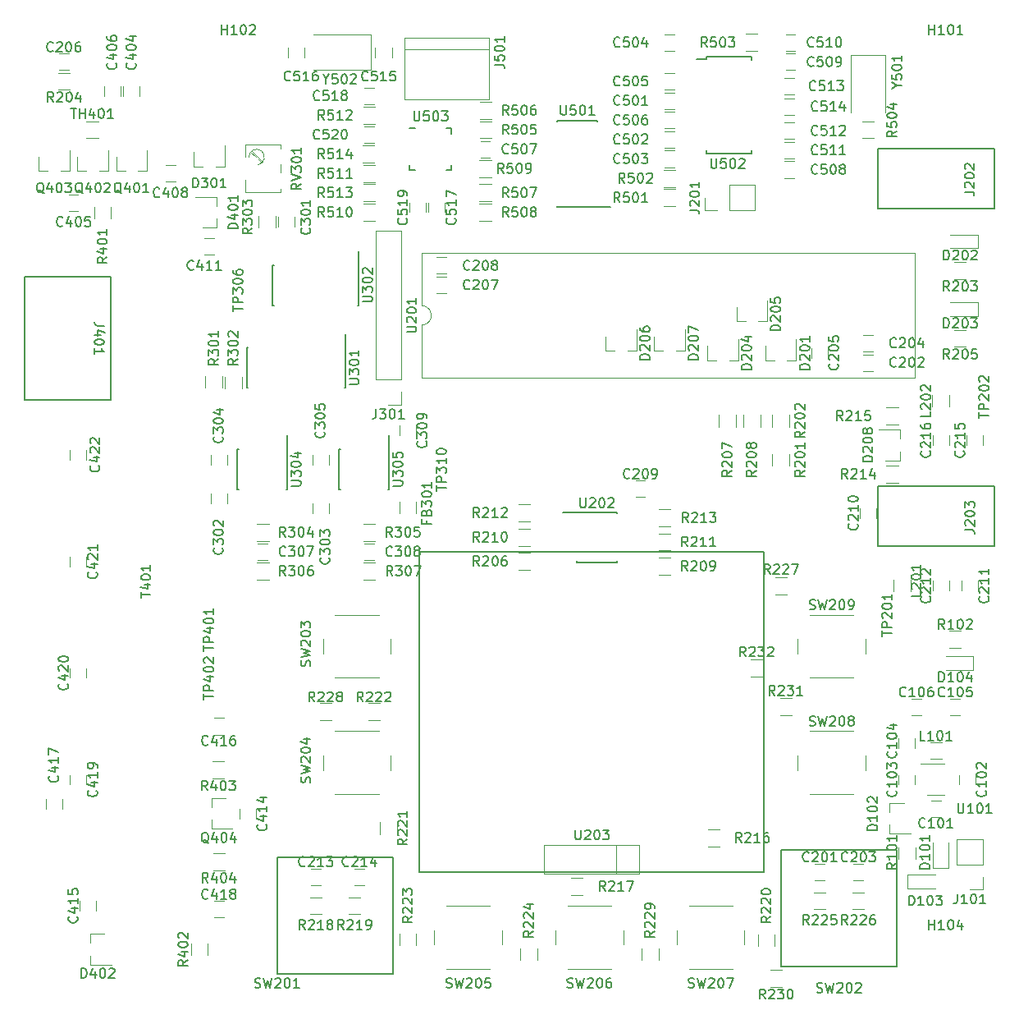
<source format=gbr>
%TF.GenerationSoftware,KiCad,Pcbnew,5.1.6*%
%TF.CreationDate,2020-08-25T15:19:02-07:00*%
%TF.ProjectId,uSDX,75534458-2e6b-4696-9361-645f70636258,2.0.3*%
%TF.SameCoordinates,Original*%
%TF.FileFunction,Legend,Top*%
%TF.FilePolarity,Positive*%
%FSLAX46Y46*%
G04 Gerber Fmt 4.6, Leading zero omitted, Abs format (unit mm)*
G04 Created by KiCad (PCBNEW 5.1.6) date 2020-08-25 15:19:02*
%MOMM*%
%LPD*%
G01*
G04 APERTURE LIST*
%ADD10C,0.150000*%
%ADD11C,0.120000*%
G04 APERTURE END LIST*
D10*
%TO.C,U304*%
X72075000Y-114925000D02*
X72025000Y-114925000D01*
X72075000Y-119075000D02*
X71930000Y-119075000D01*
X66925000Y-119075000D02*
X67070000Y-119075000D01*
X66925000Y-114925000D02*
X67070000Y-114925000D01*
X72075000Y-114925000D02*
X72075000Y-119075000D01*
X66925000Y-114925000D02*
X66925000Y-119075000D01*
X72025000Y-114925000D02*
X72025000Y-113525000D01*
%TO.C,U202*%
X101925000Y-121425000D02*
X101925000Y-121475000D01*
X106075000Y-121425000D02*
X106075000Y-121570000D01*
X106075000Y-126575000D02*
X106075000Y-126430000D01*
X101925000Y-126575000D02*
X101925000Y-126430000D01*
X101925000Y-121425000D02*
X106075000Y-121425000D01*
X101925000Y-126575000D02*
X106075000Y-126575000D01*
X101925000Y-121475000D02*
X100525000Y-121475000D01*
%TO.C,U305*%
X82575000Y-114925000D02*
X82525000Y-114925000D01*
X82575000Y-119075000D02*
X82430000Y-119075000D01*
X77425000Y-119075000D02*
X77570000Y-119075000D01*
X77425000Y-114925000D02*
X77570000Y-114925000D01*
X82575000Y-114925000D02*
X82575000Y-119075000D01*
X77425000Y-114925000D02*
X77425000Y-119075000D01*
X82525000Y-114925000D02*
X82525000Y-113525000D01*
%TO.C,J401*%
X53890000Y-109850000D02*
X45000000Y-109850000D01*
X53890000Y-97150000D02*
X53890000Y-109850000D01*
X45000000Y-97150000D02*
X53890000Y-97150000D01*
X45000000Y-109850000D02*
X45000000Y-97150000D01*
D11*
%TO.C,U201*%
X85920000Y-102130000D02*
X85920000Y-107590000D01*
X85920000Y-107590000D02*
X136840000Y-107590000D01*
X136840000Y-107590000D02*
X136840000Y-94670000D01*
X136840000Y-94670000D02*
X85920000Y-94670000D01*
X85920000Y-94670000D02*
X85920000Y-100130000D01*
X85920000Y-100130000D02*
G75*
G02*
X85920000Y-102130000I0J-1000000D01*
G01*
D10*
%TO.C,U501*%
X104075000Y-89925000D02*
X105450000Y-89925000D01*
X104075000Y-81050000D02*
X99925000Y-81050000D01*
X104075000Y-89950000D02*
X99925000Y-89950000D01*
X104075000Y-81050000D02*
X104075000Y-81165000D01*
X99925000Y-81050000D02*
X99925000Y-81165000D01*
X99925000Y-89950000D02*
X99925000Y-89835000D01*
X104075000Y-89950000D02*
X104075000Y-89925000D01*
D11*
%TO.C,D208*%
X135260000Y-116080000D02*
X135260000Y-115150000D01*
X135260000Y-112920000D02*
X135260000Y-113850000D01*
X135260000Y-112920000D02*
X133100000Y-112920000D01*
X135260000Y-116080000D02*
X133800000Y-116080000D01*
%TO.C,C305*%
X74650000Y-115500000D02*
X74650000Y-116500000D01*
X76350000Y-116500000D02*
X76350000Y-115500000D01*
%TO.C,U203*%
X108410000Y-158730000D02*
X98590000Y-158730000D01*
X98590000Y-158730000D02*
X98590000Y-155730000D01*
X98590000Y-155730000D02*
X108410000Y-155730000D01*
X108410000Y-155730000D02*
X108410000Y-158730000D01*
X106040000Y-158730000D02*
X106040000Y-155730000D01*
D10*
X85720000Y-158500000D02*
X85720000Y-125480000D01*
X85720000Y-125480000D02*
X121280000Y-125480000D01*
X121280000Y-125480000D02*
X121280000Y-158500000D01*
X121280000Y-158500000D02*
X85720000Y-158500000D01*
D11*
%TO.C,D102*%
X134240000Y-151420000D02*
X134240000Y-152350000D01*
X134240000Y-154580000D02*
X134240000Y-153650000D01*
X134240000Y-154580000D02*
X136400000Y-154580000D01*
X134240000Y-151420000D02*
X135700000Y-151420000D01*
%TO.C,C414*%
X67150000Y-152000000D02*
X67150000Y-153000000D01*
X68850000Y-153000000D02*
X68850000Y-152000000D01*
%TO.C,C416*%
X65500000Y-142650000D02*
X64500000Y-142650000D01*
X64500000Y-144350000D02*
X65500000Y-144350000D01*
%TO.C,Q404*%
X64240000Y-150920000D02*
X65700000Y-150920000D01*
X64240000Y-154080000D02*
X66400000Y-154080000D01*
X64240000Y-154080000D02*
X64240000Y-153150000D01*
X64240000Y-150920000D02*
X64240000Y-151850000D01*
%TO.C,C422*%
X51350000Y-116000000D02*
X51350000Y-115000000D01*
X49650000Y-115000000D02*
X49650000Y-116000000D01*
%TO.C,C420*%
X51350000Y-138500000D02*
X51350000Y-137500000D01*
X49650000Y-137500000D02*
X49650000Y-138500000D01*
%TO.C,D402*%
X51740000Y-164920000D02*
X53200000Y-164920000D01*
X51740000Y-168080000D02*
X53900000Y-168080000D01*
X51740000Y-168080000D02*
X51740000Y-167150000D01*
X51740000Y-164920000D02*
X51740000Y-165850000D01*
D10*
%TO.C,U302*%
X79425000Y-95925000D02*
X79425000Y-94550000D01*
X70550000Y-95925000D02*
X70550000Y-100075000D01*
X79450000Y-95925000D02*
X79450000Y-100075000D01*
X70550000Y-95925000D02*
X70665000Y-95925000D01*
X70550000Y-100075000D02*
X70665000Y-100075000D01*
X79450000Y-100075000D02*
X79335000Y-100075000D01*
X79450000Y-95925000D02*
X79425000Y-95925000D01*
%TO.C,U301*%
X78050000Y-104425000D02*
X78050000Y-103050000D01*
X67925000Y-104425000D02*
X67925000Y-108575000D01*
X78075000Y-104425000D02*
X78075000Y-108575000D01*
X67925000Y-104425000D02*
X68030000Y-104425000D01*
X67925000Y-108575000D02*
X68030000Y-108575000D01*
X78075000Y-108575000D02*
X77970000Y-108575000D01*
X78075000Y-104425000D02*
X78050000Y-104425000D01*
D11*
%TO.C,SW209*%
X131750000Y-136000000D02*
X131750000Y-134500000D01*
X130500000Y-132000000D02*
X126000000Y-132000000D01*
X124750000Y-134500000D02*
X124750000Y-136000000D01*
X126000000Y-138500000D02*
X130500000Y-138500000D01*
%TO.C,SW208*%
X131750000Y-148000000D02*
X131750000Y-146500000D01*
X130500000Y-144000000D02*
X126000000Y-144000000D01*
X124750000Y-146500000D02*
X124750000Y-148000000D01*
X126000000Y-150500000D02*
X130500000Y-150500000D01*
%TO.C,SW207*%
X119250000Y-166000000D02*
X119250000Y-164500000D01*
X118000000Y-162000000D02*
X113500000Y-162000000D01*
X112250000Y-164500000D02*
X112250000Y-166000000D01*
X113500000Y-168500000D02*
X118000000Y-168500000D01*
%TO.C,SW206*%
X106750000Y-166000000D02*
X106750000Y-164500000D01*
X105500000Y-162000000D02*
X101000000Y-162000000D01*
X99750000Y-164500000D02*
X99750000Y-166000000D01*
X101000000Y-168500000D02*
X105500000Y-168500000D01*
%TO.C,SW205*%
X94250000Y-166000000D02*
X94250000Y-164500000D01*
X93000000Y-162000000D02*
X88500000Y-162000000D01*
X87250000Y-164500000D02*
X87250000Y-166000000D01*
X88500000Y-168500000D02*
X93000000Y-168500000D01*
%TO.C,SW204*%
X82750000Y-148000000D02*
X82750000Y-146500000D01*
X81500000Y-144000000D02*
X77000000Y-144000000D01*
X75750000Y-146500000D02*
X75750000Y-148000000D01*
X77000000Y-150500000D02*
X81500000Y-150500000D01*
%TO.C,SW203*%
X82750000Y-136000000D02*
X82750000Y-134500000D01*
X81500000Y-132000000D02*
X77000000Y-132000000D01*
X75750000Y-134500000D02*
X75750000Y-136000000D01*
X77000000Y-138500000D02*
X81500000Y-138500000D01*
D10*
%TO.C,SW202*%
X123000000Y-156250000D02*
X135000000Y-156250000D01*
X135000000Y-156250000D02*
X135000000Y-168250000D01*
X135000000Y-168250000D02*
X123000000Y-168250000D01*
X123000000Y-168250000D02*
X123000000Y-156250000D01*
D11*
%TO.C,RV301*%
X69020000Y-84820000D02*
X68380000Y-84190000D01*
X69510000Y-85320000D02*
X69080000Y-84890000D01*
X68820000Y-84820000D02*
X68280000Y-84280000D01*
X69410000Y-85420000D02*
X69080000Y-85080000D01*
X71360000Y-88460000D02*
X67740000Y-88460000D01*
X71360000Y-83540000D02*
X67740000Y-83540000D01*
X67740000Y-87180000D02*
X67740000Y-88460000D01*
X67740000Y-83540000D02*
X67740000Y-84820000D01*
X71360000Y-85580000D02*
X71360000Y-86420000D01*
X71360000Y-83540000D02*
X71360000Y-83920000D01*
X71360000Y-88080000D02*
X71360000Y-88460000D01*
X68090493Y-84828269D02*
G75*
G02*
X68090000Y-84800000I809507J28269D01*
G01*
X68092077Y-84816138D02*
G75*
G02*
X69070000Y-85590000I807923J16138D01*
G01*
%TO.C,R232*%
X119900000Y-136620000D02*
X121100000Y-136620000D01*
X121100000Y-138380000D02*
X119900000Y-138380000D01*
%TO.C,R231*%
X122900000Y-140620000D02*
X124100000Y-140620000D01*
X124100000Y-142380000D02*
X122900000Y-142380000D01*
%TO.C,R230*%
X123100000Y-170380000D02*
X121900000Y-170380000D01*
X121900000Y-168620000D02*
X123100000Y-168620000D01*
%TO.C,R229*%
X108620000Y-167600000D02*
X108620000Y-166400000D01*
X110380000Y-166400000D02*
X110380000Y-167600000D01*
%TO.C,R228*%
X76600000Y-142880000D02*
X75400000Y-142880000D01*
X75400000Y-141120000D02*
X76600000Y-141120000D01*
%TO.C,R227*%
X122400000Y-128120000D02*
X123600000Y-128120000D01*
X123600000Y-129880000D02*
X122400000Y-129880000D01*
%TO.C,D401*%
X64760000Y-92080000D02*
X63300000Y-92080000D01*
X64760000Y-88920000D02*
X62600000Y-88920000D01*
X64760000Y-88920000D02*
X64760000Y-89850000D01*
X64760000Y-92080000D02*
X64760000Y-91150000D01*
%TO.C,D301*%
X62420000Y-85760000D02*
X62420000Y-84300000D01*
X65580000Y-85760000D02*
X65580000Y-83600000D01*
X65580000Y-85760000D02*
X64650000Y-85760000D01*
X62420000Y-85760000D02*
X63350000Y-85760000D01*
%TO.C,D207*%
X109920000Y-104760000D02*
X109920000Y-103300000D01*
X113080000Y-104760000D02*
X113080000Y-102600000D01*
X113080000Y-104760000D02*
X112150000Y-104760000D01*
X109920000Y-104760000D02*
X110850000Y-104760000D01*
%TO.C,D206*%
X104920000Y-104760000D02*
X104920000Y-103300000D01*
X108080000Y-104760000D02*
X108080000Y-102600000D01*
X108080000Y-104760000D02*
X107150000Y-104760000D01*
X104920000Y-104760000D02*
X105850000Y-104760000D01*
%TO.C,D205*%
X118420000Y-101760000D02*
X118420000Y-100300000D01*
X121580000Y-101760000D02*
X121580000Y-99600000D01*
X121580000Y-101760000D02*
X120650000Y-101760000D01*
X118420000Y-101760000D02*
X119350000Y-101760000D01*
%TO.C,D204*%
X115420000Y-105760000D02*
X115420000Y-104300000D01*
X118580000Y-105760000D02*
X118580000Y-103600000D01*
X118580000Y-105760000D02*
X117650000Y-105760000D01*
X115420000Y-105760000D02*
X116350000Y-105760000D01*
%TO.C,D203*%
X143300000Y-101200000D02*
X140500000Y-101200000D01*
X143300000Y-99800000D02*
X140500000Y-99800000D01*
X143300000Y-101200000D02*
X143300000Y-99800000D01*
%TO.C,D202*%
X143300000Y-94200000D02*
X140500000Y-94200000D01*
X143300000Y-92800000D02*
X140500000Y-92800000D01*
X143300000Y-94200000D02*
X143300000Y-92800000D01*
%TO.C,D201*%
X121420000Y-105760000D02*
X121420000Y-104300000D01*
X124580000Y-105760000D02*
X124580000Y-103600000D01*
X124580000Y-105760000D02*
X123650000Y-105760000D01*
X121420000Y-105760000D02*
X122350000Y-105760000D01*
%TO.C,D104*%
X142800000Y-137700000D02*
X140000000Y-137700000D01*
X142800000Y-136300000D02*
X140000000Y-136300000D01*
X142800000Y-137700000D02*
X142800000Y-136300000D01*
%TO.C,D103*%
X136100000Y-158800000D02*
X138900000Y-158800000D01*
X136100000Y-160200000D02*
X138900000Y-160200000D01*
X136100000Y-158800000D02*
X136100000Y-160200000D01*
%TO.C,C212*%
X140350000Y-129500000D02*
X140350000Y-128500000D01*
X138650000Y-128500000D02*
X138650000Y-129500000D01*
%TO.C,C208*%
X88500000Y-95150000D02*
X87500000Y-95150000D01*
X87500000Y-96850000D02*
X88500000Y-96850000D01*
%TO.C,R307*%
X79950000Y-126620000D02*
X81150000Y-126620000D01*
X81150000Y-128380000D02*
X79950000Y-128380000D01*
%TO.C,R306*%
X68950000Y-126620000D02*
X70150000Y-126620000D01*
X70150000Y-128380000D02*
X68950000Y-128380000D01*
%TO.C,R305*%
X79900000Y-122620000D02*
X81100000Y-122620000D01*
X81100000Y-124380000D02*
X79900000Y-124380000D01*
%TO.C,R304*%
X68950000Y-122620000D02*
X70150000Y-122620000D01*
X70150000Y-124380000D02*
X68950000Y-124380000D01*
%TO.C,R303*%
X69120000Y-92100000D02*
X69120000Y-90900000D01*
X70880000Y-90900000D02*
X70880000Y-92100000D01*
%TO.C,R302*%
X65620000Y-108650000D02*
X65620000Y-107450000D01*
X67380000Y-107450000D02*
X67380000Y-108650000D01*
%TO.C,R301*%
X65380000Y-107400000D02*
X65380000Y-108600000D01*
X63620000Y-108600000D02*
X63620000Y-107400000D01*
%TO.C,J301*%
X83830000Y-92430000D02*
X81170000Y-92430000D01*
X83830000Y-107730000D02*
X83830000Y-92430000D01*
X81170000Y-107730000D02*
X81170000Y-92430000D01*
X83830000Y-107730000D02*
X81170000Y-107730000D01*
X83830000Y-109000000D02*
X83830000Y-110330000D01*
X83830000Y-110330000D02*
X82500000Y-110330000D01*
%TO.C,FB301*%
X83620000Y-121550000D02*
X83620000Y-120350000D01*
X85380000Y-120350000D02*
X85380000Y-121550000D01*
%TO.C,C309*%
X85350000Y-113500000D02*
X85350000Y-112500000D01*
X83650000Y-112500000D02*
X83650000Y-113500000D01*
%TO.C,C308*%
X81000000Y-124650000D02*
X80000000Y-124650000D01*
X80000000Y-126350000D02*
X81000000Y-126350000D01*
%TO.C,C307*%
X70000000Y-124650000D02*
X69000000Y-124650000D01*
X69000000Y-126350000D02*
X70000000Y-126350000D01*
%TO.C,C304*%
X65850000Y-116500000D02*
X65850000Y-115500000D01*
X64150000Y-115500000D02*
X64150000Y-116500000D01*
%TO.C,C303*%
X76350000Y-121500000D02*
X76350000Y-120500000D01*
X74650000Y-120500000D02*
X74650000Y-121500000D01*
%TO.C,C302*%
X65850000Y-120500000D02*
X65850000Y-119500000D01*
X64150000Y-119500000D02*
X64150000Y-120500000D01*
%TO.C,C301*%
X71150000Y-91000000D02*
X71150000Y-92000000D01*
X72850000Y-92000000D02*
X72850000Y-91000000D01*
D10*
%TO.C,SW201*%
X71000000Y-169000000D02*
X71000000Y-157000000D01*
X83000000Y-169000000D02*
X71000000Y-169000000D01*
X83000000Y-157000000D02*
X83000000Y-169000000D01*
X71000000Y-157000000D02*
X83000000Y-157000000D01*
D11*
%TO.C,R226*%
X131600000Y-162380000D02*
X130400000Y-162380000D01*
X130400000Y-160620000D02*
X131600000Y-160620000D01*
%TO.C,R225*%
X126400000Y-160620000D02*
X127600000Y-160620000D01*
X127600000Y-162380000D02*
X126400000Y-162380000D01*
%TO.C,R224*%
X96120000Y-167600000D02*
X96120000Y-166400000D01*
X97880000Y-166400000D02*
X97880000Y-167600000D01*
%TO.C,R223*%
X85380000Y-164850000D02*
X85380000Y-166050000D01*
X83620000Y-166050000D02*
X83620000Y-164850000D01*
%TO.C,R222*%
X80400000Y-141120000D02*
X81600000Y-141120000D01*
X81600000Y-142880000D02*
X80400000Y-142880000D01*
%TO.C,R221*%
X83380000Y-153400000D02*
X83380000Y-154600000D01*
X81620000Y-154600000D02*
X81620000Y-153400000D01*
%TO.C,R220*%
X120620000Y-166150000D02*
X120620000Y-164950000D01*
X122380000Y-164950000D02*
X122380000Y-166150000D01*
%TO.C,R219*%
X78400000Y-161120000D02*
X79600000Y-161120000D01*
X79600000Y-162880000D02*
X78400000Y-162880000D01*
%TO.C,R218*%
X75600000Y-162880000D02*
X74400000Y-162880000D01*
X74400000Y-161120000D02*
X75600000Y-161120000D01*
%TO.C,R217*%
X102550000Y-160880000D02*
X101350000Y-160880000D01*
X101350000Y-159120000D02*
X102550000Y-159120000D01*
%TO.C,R216*%
X116650000Y-155880000D02*
X115450000Y-155880000D01*
X115450000Y-154120000D02*
X116650000Y-154120000D01*
%TO.C,R215*%
X133900000Y-110620000D02*
X135100000Y-110620000D01*
X135100000Y-112380000D02*
X133900000Y-112380000D01*
%TO.C,R214*%
X135100000Y-118380000D02*
X133900000Y-118380000D01*
X133900000Y-116620000D02*
X135100000Y-116620000D01*
%TO.C,R213*%
X111600000Y-122880000D02*
X110400000Y-122880000D01*
X110400000Y-121120000D02*
X111600000Y-121120000D01*
%TO.C,R212*%
X95900000Y-120620000D02*
X97100000Y-120620000D01*
X97100000Y-122380000D02*
X95900000Y-122380000D01*
%TO.C,R211*%
X111600000Y-125380000D02*
X110400000Y-125380000D01*
X110400000Y-123620000D02*
X111600000Y-123620000D01*
%TO.C,R210*%
X95950000Y-123120000D02*
X97150000Y-123120000D01*
X97150000Y-124880000D02*
X95950000Y-124880000D01*
%TO.C,R209*%
X110400000Y-126120000D02*
X111600000Y-126120000D01*
X111600000Y-127880000D02*
X110400000Y-127880000D01*
%TO.C,R208*%
X119120000Y-112600000D02*
X119120000Y-111400000D01*
X120880000Y-111400000D02*
X120880000Y-112600000D01*
%TO.C,R207*%
X116620000Y-112600000D02*
X116620000Y-111400000D01*
X118380000Y-111400000D02*
X118380000Y-112600000D01*
%TO.C,R206*%
X97150000Y-127380000D02*
X95950000Y-127380000D01*
X95950000Y-125620000D02*
X97150000Y-125620000D01*
%TO.C,R205*%
X140900000Y-102620000D02*
X142100000Y-102620000D01*
X142100000Y-104380000D02*
X140900000Y-104380000D01*
%TO.C,R204*%
X48450000Y-76120000D02*
X49650000Y-76120000D01*
X49650000Y-77880000D02*
X48450000Y-77880000D01*
%TO.C,R203*%
X140900000Y-95620000D02*
X142100000Y-95620000D01*
X142100000Y-97380000D02*
X140900000Y-97380000D01*
%TO.C,R202*%
X123880000Y-111400000D02*
X123880000Y-112600000D01*
X122120000Y-112600000D02*
X122120000Y-111400000D01*
%TO.C,R201*%
X123880000Y-115400000D02*
X123880000Y-116600000D01*
X122120000Y-116600000D02*
X122120000Y-115400000D01*
%TO.C,L202*%
X140380000Y-109350000D02*
X140380000Y-110550000D01*
X138620000Y-110550000D02*
X138620000Y-109350000D01*
%TO.C,L201*%
X136380000Y-128400000D02*
X136380000Y-129600000D01*
X134620000Y-129600000D02*
X134620000Y-128400000D01*
D10*
%TO.C,J203*%
X133050000Y-118750000D02*
X145050000Y-118750000D01*
X133050000Y-124950000D02*
X133050000Y-118750000D01*
X145050000Y-124950000D02*
X133050000Y-124950000D01*
X145050000Y-118750000D02*
X145050000Y-124950000D01*
%TO.C,J202*%
X133000000Y-83900000D02*
X145000000Y-83900000D01*
X133000000Y-90100000D02*
X133000000Y-83900000D01*
X145000000Y-90100000D02*
X133000000Y-90100000D01*
X145000000Y-83900000D02*
X145000000Y-90100000D01*
D11*
%TO.C,J201*%
X120330000Y-90330000D02*
X120330000Y-87670000D01*
X117730000Y-90330000D02*
X120330000Y-90330000D01*
X117730000Y-87670000D02*
X120330000Y-87670000D01*
X117730000Y-90330000D02*
X117730000Y-87670000D01*
X116460000Y-90330000D02*
X115130000Y-90330000D01*
X115130000Y-90330000D02*
X115130000Y-89000000D01*
%TO.C,C216*%
X140350000Y-114500000D02*
X140350000Y-113500000D01*
X138650000Y-113500000D02*
X138650000Y-114500000D01*
%TO.C,C215*%
X142150000Y-113500000D02*
X142150000Y-114500000D01*
X143850000Y-114500000D02*
X143850000Y-113500000D01*
%TO.C,C214*%
X80000000Y-158150000D02*
X79000000Y-158150000D01*
X79000000Y-159850000D02*
X80000000Y-159850000D01*
%TO.C,C213*%
X75500000Y-158150000D02*
X74500000Y-158150000D01*
X74500000Y-159850000D02*
X75500000Y-159850000D01*
%TO.C,C211*%
X143350000Y-129500000D02*
X143350000Y-128500000D01*
X141650000Y-128500000D02*
X141650000Y-129500000D01*
%TO.C,C210*%
X132850000Y-122000000D02*
X132850000Y-121000000D01*
X131150000Y-121000000D02*
X131150000Y-122000000D01*
%TO.C,C209*%
X109000000Y-118150000D02*
X108000000Y-118150000D01*
X108000000Y-119850000D02*
X109000000Y-119850000D01*
%TO.C,C207*%
X87500000Y-98850000D02*
X88500000Y-98850000D01*
X88500000Y-97150000D02*
X87500000Y-97150000D01*
%TO.C,C206*%
X49500000Y-74150000D02*
X48500000Y-74150000D01*
X48500000Y-75850000D02*
X49500000Y-75850000D01*
%TO.C,C205*%
X127850000Y-105500000D02*
X127850000Y-104500000D01*
X126150000Y-104500000D02*
X126150000Y-105500000D01*
%TO.C,C204*%
X131500000Y-104850000D02*
X132500000Y-104850000D01*
X132500000Y-103150000D02*
X131500000Y-103150000D01*
%TO.C,C203*%
X131500000Y-157650000D02*
X130500000Y-157650000D01*
X130500000Y-159350000D02*
X131500000Y-159350000D01*
%TO.C,C202*%
X131500000Y-106850000D02*
X132500000Y-106850000D01*
X132500000Y-105150000D02*
X131500000Y-105150000D01*
%TO.C,C201*%
X127500000Y-157650000D02*
X126500000Y-157650000D01*
X126500000Y-159350000D02*
X127500000Y-159350000D01*
%TO.C,Y502*%
X80700000Y-72200000D02*
X74800000Y-72200000D01*
X80700000Y-75800000D02*
X80700000Y-72200000D01*
X74800000Y-75800000D02*
X80700000Y-75800000D01*
%TO.C,Y501*%
X130200000Y-74300000D02*
X130200000Y-80200000D01*
X133800000Y-74300000D02*
X130200000Y-74300000D01*
X133800000Y-80200000D02*
X133800000Y-74300000D01*
D10*
%TO.C,U503*%
X89000000Y-81850000D02*
X88475000Y-81850000D01*
X89000000Y-86150000D02*
X88475000Y-86150000D01*
X84700000Y-86150000D02*
X85225000Y-86150000D01*
X84700000Y-81850000D02*
X85225000Y-81850000D01*
X89000000Y-86150000D02*
X89000000Y-85625000D01*
X84700000Y-86150000D02*
X84700000Y-85625000D01*
X89000000Y-81850000D02*
X89000000Y-82375000D01*
%TO.C,U502*%
X115345000Y-74705000D02*
X114270000Y-74705000D01*
X115345000Y-84430000D02*
X119995000Y-84430000D01*
X115345000Y-74480000D02*
X119995000Y-74480000D01*
X115345000Y-84430000D02*
X115345000Y-84105000D01*
X119995000Y-84430000D02*
X119995000Y-84105000D01*
X119995000Y-74480000D02*
X119995000Y-74805000D01*
X115345000Y-74480000D02*
X115345000Y-74705000D01*
D11*
%TO.C,U101*%
X139900000Y-147390000D02*
X137450000Y-147390000D01*
X138100000Y-150610000D02*
X139900000Y-150610000D01*
%TO.C,TH401*%
X51350000Y-81120000D02*
X52550000Y-81120000D01*
X52550000Y-82880000D02*
X51350000Y-82880000D01*
%TO.C,R514*%
X81050000Y-85380000D02*
X79850000Y-85380000D01*
X79850000Y-83620000D02*
X81050000Y-83620000D01*
%TO.C,R513*%
X81100000Y-89380000D02*
X79900000Y-89380000D01*
X79900000Y-87620000D02*
X81100000Y-87620000D01*
%TO.C,R512*%
X79900000Y-79620000D02*
X81100000Y-79620000D01*
X81100000Y-81380000D02*
X79900000Y-81380000D01*
%TO.C,R511*%
X81100000Y-87380000D02*
X79900000Y-87380000D01*
X79900000Y-85620000D02*
X81100000Y-85620000D01*
%TO.C,R510*%
X81100000Y-91380000D02*
X79900000Y-91380000D01*
X79900000Y-89620000D02*
X81100000Y-89620000D01*
%TO.C,R509*%
X91900000Y-85120000D02*
X93100000Y-85120000D01*
X93100000Y-86880000D02*
X91900000Y-86880000D01*
%TO.C,R508*%
X93100000Y-91380000D02*
X91900000Y-91380000D01*
X91900000Y-89620000D02*
X93100000Y-89620000D01*
%TO.C,R507*%
X91900000Y-87620000D02*
X93100000Y-87620000D01*
X93100000Y-89380000D02*
X91900000Y-89380000D01*
%TO.C,R506*%
X91950000Y-79120000D02*
X93150000Y-79120000D01*
X93150000Y-80880000D02*
X91950000Y-80880000D01*
%TO.C,R505*%
X91950000Y-81120000D02*
X93150000Y-81120000D01*
X93150000Y-82880000D02*
X91950000Y-82880000D01*
%TO.C,R504*%
X131400000Y-81120000D02*
X132600000Y-81120000D01*
X132600000Y-82880000D02*
X131400000Y-82880000D01*
%TO.C,R503*%
X120600000Y-73880000D02*
X119400000Y-73880000D01*
X119400000Y-72120000D02*
X120600000Y-72120000D01*
%TO.C,R502*%
X110900000Y-86120000D02*
X112100000Y-86120000D01*
X112100000Y-87880000D02*
X110900000Y-87880000D01*
%TO.C,R501*%
X110900000Y-88120000D02*
X112100000Y-88120000D01*
X112100000Y-89880000D02*
X110900000Y-89880000D01*
%TO.C,R404*%
X65600000Y-158380000D02*
X64400000Y-158380000D01*
X64400000Y-156620000D02*
X65600000Y-156620000D01*
%TO.C,R403*%
X65550000Y-148880000D02*
X64350000Y-148880000D01*
X64350000Y-147120000D02*
X65550000Y-147120000D01*
%TO.C,R402*%
X62120000Y-167100000D02*
X62120000Y-165900000D01*
X63880000Y-165900000D02*
X63880000Y-167100000D01*
%TO.C,R401*%
X52120000Y-91150000D02*
X52120000Y-89950000D01*
X53880000Y-89950000D02*
X53880000Y-91150000D01*
%TO.C,R102*%
X141600000Y-135380000D02*
X140400000Y-135380000D01*
X140400000Y-133620000D02*
X141600000Y-133620000D01*
%TO.C,R101*%
X135120000Y-157200000D02*
X135120000Y-156000000D01*
X136880000Y-156000000D02*
X136880000Y-157200000D01*
%TO.C,Q403*%
X46420000Y-86260000D02*
X46420000Y-84800000D01*
X49580000Y-86260000D02*
X49580000Y-84100000D01*
X49580000Y-86260000D02*
X48650000Y-86260000D01*
X46420000Y-86260000D02*
X47350000Y-86260000D01*
%TO.C,Q402*%
X50420000Y-86260000D02*
X50420000Y-84800000D01*
X53580000Y-86260000D02*
X53580000Y-84100000D01*
X53580000Y-86260000D02*
X52650000Y-86260000D01*
X50420000Y-86260000D02*
X51350000Y-86260000D01*
%TO.C,Q401*%
X54420000Y-86260000D02*
X54420000Y-84800000D01*
X57580000Y-86260000D02*
X57580000Y-84100000D01*
X57580000Y-86260000D02*
X56650000Y-86260000D01*
X54420000Y-86260000D02*
X55350000Y-86260000D01*
%TO.C,L101*%
X139600000Y-146880000D02*
X138400000Y-146880000D01*
X138400000Y-145120000D02*
X139600000Y-145120000D01*
%TO.C,J501*%
X92850000Y-72470000D02*
X92850000Y-78880000D01*
X84150000Y-73700000D02*
X92850000Y-73700000D01*
X84150000Y-78880000D02*
X84150000Y-72470000D01*
X92850000Y-78880000D02*
X84150000Y-78880000D01*
X92850000Y-72470000D02*
X84150000Y-72470000D01*
%TO.C,J101*%
X143830000Y-160330000D02*
X142500000Y-160330000D01*
X143830000Y-159000000D02*
X143830000Y-160330000D01*
X143830000Y-157730000D02*
X141170000Y-157730000D01*
X141170000Y-157730000D02*
X141170000Y-155130000D01*
X143830000Y-157730000D02*
X143830000Y-155130000D01*
X143830000Y-155130000D02*
X141170000Y-155130000D01*
%TO.C,D101*%
X138700000Y-158100000D02*
X138700000Y-155500000D01*
X140300000Y-158100000D02*
X140300000Y-155500000D01*
X138700000Y-158100000D02*
X140300000Y-158100000D01*
%TO.C,C520*%
X81000000Y-81650000D02*
X80000000Y-81650000D01*
X80000000Y-83350000D02*
X81000000Y-83350000D01*
%TO.C,C519*%
X84650000Y-89500000D02*
X84650000Y-90500000D01*
X86350000Y-90500000D02*
X86350000Y-89500000D01*
%TO.C,C518*%
X81000000Y-77650000D02*
X80000000Y-77650000D01*
X80000000Y-79350000D02*
X81000000Y-79350000D01*
%TO.C,C517*%
X86650000Y-89500000D02*
X86650000Y-90500000D01*
X88350000Y-90500000D02*
X88350000Y-89500000D01*
%TO.C,C516*%
X73850000Y-74500000D02*
X73850000Y-73500000D01*
X72150000Y-73500000D02*
X72150000Y-74500000D01*
%TO.C,C515*%
X81150000Y-73500000D02*
X81150000Y-74500000D01*
X82850000Y-74500000D02*
X82850000Y-73500000D01*
%TO.C,C514*%
X123400000Y-80450000D02*
X124400000Y-80450000D01*
X124400000Y-78750000D02*
X123400000Y-78750000D01*
%TO.C,C513*%
X123400000Y-78350000D02*
X124400000Y-78350000D01*
X124400000Y-76650000D02*
X123400000Y-76650000D01*
%TO.C,C512*%
X123400000Y-82950000D02*
X124400000Y-82950000D01*
X124400000Y-81250000D02*
X123400000Y-81250000D01*
%TO.C,C511*%
X123400000Y-84950000D02*
X124400000Y-84950000D01*
X124400000Y-83250000D02*
X123400000Y-83250000D01*
%TO.C,C510*%
X123500000Y-73850000D02*
X124500000Y-73850000D01*
X124500000Y-72150000D02*
X123500000Y-72150000D01*
%TO.C,C509*%
X123500000Y-75850000D02*
X124500000Y-75850000D01*
X124500000Y-74150000D02*
X123500000Y-74150000D01*
%TO.C,C508*%
X123400000Y-86950000D02*
X124400000Y-86950000D01*
X124400000Y-85250000D02*
X123400000Y-85250000D01*
%TO.C,C507*%
X92000000Y-84850000D02*
X93000000Y-84850000D01*
X93000000Y-83150000D02*
X92000000Y-83150000D01*
%TO.C,C506*%
X111000000Y-81850000D02*
X112000000Y-81850000D01*
X112000000Y-80150000D02*
X111000000Y-80150000D01*
%TO.C,C505*%
X112000000Y-76150000D02*
X111000000Y-76150000D01*
X111000000Y-77850000D02*
X112000000Y-77850000D01*
%TO.C,C504*%
X112000000Y-72150000D02*
X111000000Y-72150000D01*
X111000000Y-73850000D02*
X112000000Y-73850000D01*
%TO.C,C503*%
X112000000Y-84150000D02*
X111000000Y-84150000D01*
X111000000Y-85850000D02*
X112000000Y-85850000D01*
%TO.C,C502*%
X111000000Y-83850000D02*
X112000000Y-83850000D01*
X112000000Y-82150000D02*
X111000000Y-82150000D01*
%TO.C,C501*%
X112000000Y-78150000D02*
X111000000Y-78150000D01*
X111000000Y-79850000D02*
X112000000Y-79850000D01*
%TO.C,C421*%
X49650000Y-126000000D02*
X49650000Y-127000000D01*
X51350000Y-127000000D02*
X51350000Y-126000000D01*
%TO.C,C419*%
X49650000Y-148500000D02*
X49650000Y-149500000D01*
X51350000Y-149500000D02*
X51350000Y-148500000D01*
%TO.C,C418*%
X64500000Y-163200000D02*
X65500000Y-163200000D01*
X65500000Y-161500000D02*
X64500000Y-161500000D01*
%TO.C,C417*%
X48850000Y-152000000D02*
X48850000Y-151000000D01*
X47150000Y-151000000D02*
X47150000Y-152000000D01*
%TO.C,C415*%
X52350000Y-162500000D02*
X52350000Y-161500000D01*
X50650000Y-161500000D02*
X50650000Y-162500000D01*
%TO.C,C411*%
X63500000Y-94850000D02*
X64500000Y-94850000D01*
X64500000Y-93150000D02*
X63500000Y-93150000D01*
%TO.C,C408*%
X60500000Y-85650000D02*
X59500000Y-85650000D01*
X59500000Y-87350000D02*
X60500000Y-87350000D01*
%TO.C,C406*%
X54850000Y-78500000D02*
X54850000Y-77500000D01*
X53150000Y-77500000D02*
X53150000Y-78500000D01*
%TO.C,C405*%
X50500000Y-88650000D02*
X49500000Y-88650000D01*
X49500000Y-90350000D02*
X50500000Y-90350000D01*
%TO.C,C404*%
X56850000Y-78500000D02*
X56850000Y-77500000D01*
X55150000Y-77500000D02*
X55150000Y-78500000D01*
%TO.C,C106*%
X137500000Y-140650000D02*
X136500000Y-140650000D01*
X136500000Y-142350000D02*
X137500000Y-142350000D01*
%TO.C,C105*%
X140500000Y-142350000D02*
X141500000Y-142350000D01*
X141500000Y-140650000D02*
X140500000Y-140650000D01*
%TO.C,C104*%
X136850000Y-145750000D02*
X136850000Y-144750000D01*
X135150000Y-144750000D02*
X135150000Y-145750000D01*
%TO.C,C103*%
X135150000Y-148500000D02*
X135150000Y-149500000D01*
X136850000Y-149500000D02*
X136850000Y-148500000D01*
%TO.C,C102*%
X141400000Y-148500000D02*
X141400000Y-149500000D01*
X143100000Y-149500000D02*
X143100000Y-148500000D01*
%TO.C,C101*%
X138500000Y-152850000D02*
X139500000Y-152850000D01*
X139500000Y-151150000D02*
X138500000Y-151150000D01*
%TO.C,U304*%
D10*
X72452380Y-118714285D02*
X73261904Y-118714285D01*
X73357142Y-118666666D01*
X73404761Y-118619047D01*
X73452380Y-118523809D01*
X73452380Y-118333333D01*
X73404761Y-118238095D01*
X73357142Y-118190476D01*
X73261904Y-118142857D01*
X72452380Y-118142857D01*
X72452380Y-117761904D02*
X72452380Y-117142857D01*
X72833333Y-117476190D01*
X72833333Y-117333333D01*
X72880952Y-117238095D01*
X72928571Y-117190476D01*
X73023809Y-117142857D01*
X73261904Y-117142857D01*
X73357142Y-117190476D01*
X73404761Y-117238095D01*
X73452380Y-117333333D01*
X73452380Y-117619047D01*
X73404761Y-117714285D01*
X73357142Y-117761904D01*
X72452380Y-116523809D02*
X72452380Y-116428571D01*
X72500000Y-116333333D01*
X72547619Y-116285714D01*
X72642857Y-116238095D01*
X72833333Y-116190476D01*
X73071428Y-116190476D01*
X73261904Y-116238095D01*
X73357142Y-116285714D01*
X73404761Y-116333333D01*
X73452380Y-116428571D01*
X73452380Y-116523809D01*
X73404761Y-116619047D01*
X73357142Y-116666666D01*
X73261904Y-116714285D01*
X73071428Y-116761904D01*
X72833333Y-116761904D01*
X72642857Y-116714285D01*
X72547619Y-116666666D01*
X72500000Y-116619047D01*
X72452380Y-116523809D01*
X72785714Y-115333333D02*
X73452380Y-115333333D01*
X72404761Y-115571428D02*
X73119047Y-115809523D01*
X73119047Y-115190476D01*
%TO.C,U202*%
X102285714Y-119952380D02*
X102285714Y-120761904D01*
X102333333Y-120857142D01*
X102380952Y-120904761D01*
X102476190Y-120952380D01*
X102666666Y-120952380D01*
X102761904Y-120904761D01*
X102809523Y-120857142D01*
X102857142Y-120761904D01*
X102857142Y-119952380D01*
X103285714Y-120047619D02*
X103333333Y-120000000D01*
X103428571Y-119952380D01*
X103666666Y-119952380D01*
X103761904Y-120000000D01*
X103809523Y-120047619D01*
X103857142Y-120142857D01*
X103857142Y-120238095D01*
X103809523Y-120380952D01*
X103238095Y-120952380D01*
X103857142Y-120952380D01*
X104476190Y-119952380D02*
X104571428Y-119952380D01*
X104666666Y-120000000D01*
X104714285Y-120047619D01*
X104761904Y-120142857D01*
X104809523Y-120333333D01*
X104809523Y-120571428D01*
X104761904Y-120761904D01*
X104714285Y-120857142D01*
X104666666Y-120904761D01*
X104571428Y-120952380D01*
X104476190Y-120952380D01*
X104380952Y-120904761D01*
X104333333Y-120857142D01*
X104285714Y-120761904D01*
X104238095Y-120571428D01*
X104238095Y-120333333D01*
X104285714Y-120142857D01*
X104333333Y-120047619D01*
X104380952Y-120000000D01*
X104476190Y-119952380D01*
X105190476Y-120047619D02*
X105238095Y-120000000D01*
X105333333Y-119952380D01*
X105571428Y-119952380D01*
X105666666Y-120000000D01*
X105714285Y-120047619D01*
X105761904Y-120142857D01*
X105761904Y-120238095D01*
X105714285Y-120380952D01*
X105142857Y-120952380D01*
X105761904Y-120952380D01*
%TO.C,U305*%
X82952380Y-118714285D02*
X83761904Y-118714285D01*
X83857142Y-118666666D01*
X83904761Y-118619047D01*
X83952380Y-118523809D01*
X83952380Y-118333333D01*
X83904761Y-118238095D01*
X83857142Y-118190476D01*
X83761904Y-118142857D01*
X82952380Y-118142857D01*
X82952380Y-117761904D02*
X82952380Y-117142857D01*
X83333333Y-117476190D01*
X83333333Y-117333333D01*
X83380952Y-117238095D01*
X83428571Y-117190476D01*
X83523809Y-117142857D01*
X83761904Y-117142857D01*
X83857142Y-117190476D01*
X83904761Y-117238095D01*
X83952380Y-117333333D01*
X83952380Y-117619047D01*
X83904761Y-117714285D01*
X83857142Y-117761904D01*
X82952380Y-116523809D02*
X82952380Y-116428571D01*
X83000000Y-116333333D01*
X83047619Y-116285714D01*
X83142857Y-116238095D01*
X83333333Y-116190476D01*
X83571428Y-116190476D01*
X83761904Y-116238095D01*
X83857142Y-116285714D01*
X83904761Y-116333333D01*
X83952380Y-116428571D01*
X83952380Y-116523809D01*
X83904761Y-116619047D01*
X83857142Y-116666666D01*
X83761904Y-116714285D01*
X83571428Y-116761904D01*
X83333333Y-116761904D01*
X83142857Y-116714285D01*
X83047619Y-116666666D01*
X83000000Y-116619047D01*
X82952380Y-116523809D01*
X82952380Y-115285714D02*
X82952380Y-115761904D01*
X83428571Y-115809523D01*
X83380952Y-115761904D01*
X83333333Y-115666666D01*
X83333333Y-115428571D01*
X83380952Y-115333333D01*
X83428571Y-115285714D01*
X83523809Y-115238095D01*
X83761904Y-115238095D01*
X83857142Y-115285714D01*
X83904761Y-115333333D01*
X83952380Y-115428571D01*
X83952380Y-115666666D01*
X83904761Y-115761904D01*
X83857142Y-115809523D01*
%TO.C,J401*%
X53167619Y-102214285D02*
X52453333Y-102214285D01*
X52310476Y-102166666D01*
X52215238Y-102071428D01*
X52167619Y-101928571D01*
X52167619Y-101833333D01*
X52834285Y-103119047D02*
X52167619Y-103119047D01*
X53215238Y-102880952D02*
X52500952Y-102642857D01*
X52500952Y-103261904D01*
X53167619Y-103833333D02*
X53167619Y-103928571D01*
X53120000Y-104023809D01*
X53072380Y-104071428D01*
X52977142Y-104119047D01*
X52786666Y-104166666D01*
X52548571Y-104166666D01*
X52358095Y-104119047D01*
X52262857Y-104071428D01*
X52215238Y-104023809D01*
X52167619Y-103928571D01*
X52167619Y-103833333D01*
X52215238Y-103738095D01*
X52262857Y-103690476D01*
X52358095Y-103642857D01*
X52548571Y-103595238D01*
X52786666Y-103595238D01*
X52977142Y-103642857D01*
X53072380Y-103690476D01*
X53120000Y-103738095D01*
X53167619Y-103833333D01*
X52167619Y-105119047D02*
X52167619Y-104547619D01*
X52167619Y-104833333D02*
X53167619Y-104833333D01*
X53024761Y-104738095D01*
X52929523Y-104642857D01*
X52881904Y-104547619D01*
%TO.C,U201*%
X84372380Y-102844285D02*
X85181904Y-102844285D01*
X85277142Y-102796666D01*
X85324761Y-102749047D01*
X85372380Y-102653809D01*
X85372380Y-102463333D01*
X85324761Y-102368095D01*
X85277142Y-102320476D01*
X85181904Y-102272857D01*
X84372380Y-102272857D01*
X84467619Y-101844285D02*
X84420000Y-101796666D01*
X84372380Y-101701428D01*
X84372380Y-101463333D01*
X84420000Y-101368095D01*
X84467619Y-101320476D01*
X84562857Y-101272857D01*
X84658095Y-101272857D01*
X84800952Y-101320476D01*
X85372380Y-101891904D01*
X85372380Y-101272857D01*
X84372380Y-100653809D02*
X84372380Y-100558571D01*
X84420000Y-100463333D01*
X84467619Y-100415714D01*
X84562857Y-100368095D01*
X84753333Y-100320476D01*
X84991428Y-100320476D01*
X85181904Y-100368095D01*
X85277142Y-100415714D01*
X85324761Y-100463333D01*
X85372380Y-100558571D01*
X85372380Y-100653809D01*
X85324761Y-100749047D01*
X85277142Y-100796666D01*
X85181904Y-100844285D01*
X84991428Y-100891904D01*
X84753333Y-100891904D01*
X84562857Y-100844285D01*
X84467619Y-100796666D01*
X84420000Y-100749047D01*
X84372380Y-100653809D01*
X85372380Y-99368095D02*
X85372380Y-99939523D01*
X85372380Y-99653809D02*
X84372380Y-99653809D01*
X84515238Y-99749047D01*
X84610476Y-99844285D01*
X84658095Y-99939523D01*
%TO.C,TP306*%
X66452380Y-100714285D02*
X66452380Y-100142857D01*
X67452380Y-100428571D02*
X66452380Y-100428571D01*
X67452380Y-99809523D02*
X66452380Y-99809523D01*
X66452380Y-99428571D01*
X66500000Y-99333333D01*
X66547619Y-99285714D01*
X66642857Y-99238095D01*
X66785714Y-99238095D01*
X66880952Y-99285714D01*
X66928571Y-99333333D01*
X66976190Y-99428571D01*
X66976190Y-99809523D01*
X66452380Y-98904761D02*
X66452380Y-98285714D01*
X66833333Y-98619047D01*
X66833333Y-98476190D01*
X66880952Y-98380952D01*
X66928571Y-98333333D01*
X67023809Y-98285714D01*
X67261904Y-98285714D01*
X67357142Y-98333333D01*
X67404761Y-98380952D01*
X67452380Y-98476190D01*
X67452380Y-98761904D01*
X67404761Y-98857142D01*
X67357142Y-98904761D01*
X66452380Y-97666666D02*
X66452380Y-97571428D01*
X66500000Y-97476190D01*
X66547619Y-97428571D01*
X66642857Y-97380952D01*
X66833333Y-97333333D01*
X67071428Y-97333333D01*
X67261904Y-97380952D01*
X67357142Y-97428571D01*
X67404761Y-97476190D01*
X67452380Y-97571428D01*
X67452380Y-97666666D01*
X67404761Y-97761904D01*
X67357142Y-97809523D01*
X67261904Y-97857142D01*
X67071428Y-97904761D01*
X66833333Y-97904761D01*
X66642857Y-97857142D01*
X66547619Y-97809523D01*
X66500000Y-97761904D01*
X66452380Y-97666666D01*
X66452380Y-96476190D02*
X66452380Y-96666666D01*
X66500000Y-96761904D01*
X66547619Y-96809523D01*
X66690476Y-96904761D01*
X66880952Y-96952380D01*
X67261904Y-96952380D01*
X67357142Y-96904761D01*
X67404761Y-96857142D01*
X67452380Y-96761904D01*
X67452380Y-96571428D01*
X67404761Y-96476190D01*
X67357142Y-96428571D01*
X67261904Y-96380952D01*
X67023809Y-96380952D01*
X66928571Y-96428571D01*
X66880952Y-96476190D01*
X66833333Y-96571428D01*
X66833333Y-96761904D01*
X66880952Y-96857142D01*
X66928571Y-96904761D01*
X67023809Y-96952380D01*
%TO.C,U501*%
X100285714Y-79452380D02*
X100285714Y-80261904D01*
X100333333Y-80357142D01*
X100380952Y-80404761D01*
X100476190Y-80452380D01*
X100666666Y-80452380D01*
X100761904Y-80404761D01*
X100809523Y-80357142D01*
X100857142Y-80261904D01*
X100857142Y-79452380D01*
X101809523Y-79452380D02*
X101333333Y-79452380D01*
X101285714Y-79928571D01*
X101333333Y-79880952D01*
X101428571Y-79833333D01*
X101666666Y-79833333D01*
X101761904Y-79880952D01*
X101809523Y-79928571D01*
X101857142Y-80023809D01*
X101857142Y-80261904D01*
X101809523Y-80357142D01*
X101761904Y-80404761D01*
X101666666Y-80452380D01*
X101428571Y-80452380D01*
X101333333Y-80404761D01*
X101285714Y-80357142D01*
X102476190Y-79452380D02*
X102571428Y-79452380D01*
X102666666Y-79500000D01*
X102714285Y-79547619D01*
X102761904Y-79642857D01*
X102809523Y-79833333D01*
X102809523Y-80071428D01*
X102761904Y-80261904D01*
X102714285Y-80357142D01*
X102666666Y-80404761D01*
X102571428Y-80452380D01*
X102476190Y-80452380D01*
X102380952Y-80404761D01*
X102333333Y-80357142D01*
X102285714Y-80261904D01*
X102238095Y-80071428D01*
X102238095Y-79833333D01*
X102285714Y-79642857D01*
X102333333Y-79547619D01*
X102380952Y-79500000D01*
X102476190Y-79452380D01*
X103761904Y-80452380D02*
X103190476Y-80452380D01*
X103476190Y-80452380D02*
X103476190Y-79452380D01*
X103380952Y-79595238D01*
X103285714Y-79690476D01*
X103190476Y-79738095D01*
%TO.C,H104*%
X138285714Y-164452380D02*
X138285714Y-163452380D01*
X138285714Y-163928571D02*
X138857142Y-163928571D01*
X138857142Y-164452380D02*
X138857142Y-163452380D01*
X139857142Y-164452380D02*
X139285714Y-164452380D01*
X139571428Y-164452380D02*
X139571428Y-163452380D01*
X139476190Y-163595238D01*
X139380952Y-163690476D01*
X139285714Y-163738095D01*
X140476190Y-163452380D02*
X140571428Y-163452380D01*
X140666666Y-163500000D01*
X140714285Y-163547619D01*
X140761904Y-163642857D01*
X140809523Y-163833333D01*
X140809523Y-164071428D01*
X140761904Y-164261904D01*
X140714285Y-164357142D01*
X140666666Y-164404761D01*
X140571428Y-164452380D01*
X140476190Y-164452380D01*
X140380952Y-164404761D01*
X140333333Y-164357142D01*
X140285714Y-164261904D01*
X140238095Y-164071428D01*
X140238095Y-163833333D01*
X140285714Y-163642857D01*
X140333333Y-163547619D01*
X140380952Y-163500000D01*
X140476190Y-163452380D01*
X141666666Y-163785714D02*
X141666666Y-164452380D01*
X141428571Y-163404761D02*
X141190476Y-164119047D01*
X141809523Y-164119047D01*
%TO.C,H102*%
X65285714Y-72152380D02*
X65285714Y-71152380D01*
X65285714Y-71628571D02*
X65857142Y-71628571D01*
X65857142Y-72152380D02*
X65857142Y-71152380D01*
X66857142Y-72152380D02*
X66285714Y-72152380D01*
X66571428Y-72152380D02*
X66571428Y-71152380D01*
X66476190Y-71295238D01*
X66380952Y-71390476D01*
X66285714Y-71438095D01*
X67476190Y-71152380D02*
X67571428Y-71152380D01*
X67666666Y-71200000D01*
X67714285Y-71247619D01*
X67761904Y-71342857D01*
X67809523Y-71533333D01*
X67809523Y-71771428D01*
X67761904Y-71961904D01*
X67714285Y-72057142D01*
X67666666Y-72104761D01*
X67571428Y-72152380D01*
X67476190Y-72152380D01*
X67380952Y-72104761D01*
X67333333Y-72057142D01*
X67285714Y-71961904D01*
X67238095Y-71771428D01*
X67238095Y-71533333D01*
X67285714Y-71342857D01*
X67333333Y-71247619D01*
X67380952Y-71200000D01*
X67476190Y-71152380D01*
X68190476Y-71247619D02*
X68238095Y-71200000D01*
X68333333Y-71152380D01*
X68571428Y-71152380D01*
X68666666Y-71200000D01*
X68714285Y-71247619D01*
X68761904Y-71342857D01*
X68761904Y-71438095D01*
X68714285Y-71580952D01*
X68142857Y-72152380D01*
X68761904Y-72152380D01*
%TO.C,H101*%
X138285714Y-72152380D02*
X138285714Y-71152380D01*
X138285714Y-71628571D02*
X138857142Y-71628571D01*
X138857142Y-72152380D02*
X138857142Y-71152380D01*
X139857142Y-72152380D02*
X139285714Y-72152380D01*
X139571428Y-72152380D02*
X139571428Y-71152380D01*
X139476190Y-71295238D01*
X139380952Y-71390476D01*
X139285714Y-71438095D01*
X140476190Y-71152380D02*
X140571428Y-71152380D01*
X140666666Y-71200000D01*
X140714285Y-71247619D01*
X140761904Y-71342857D01*
X140809523Y-71533333D01*
X140809523Y-71771428D01*
X140761904Y-71961904D01*
X140714285Y-72057142D01*
X140666666Y-72104761D01*
X140571428Y-72152380D01*
X140476190Y-72152380D01*
X140380952Y-72104761D01*
X140333333Y-72057142D01*
X140285714Y-71961904D01*
X140238095Y-71771428D01*
X140238095Y-71533333D01*
X140285714Y-71342857D01*
X140333333Y-71247619D01*
X140380952Y-71200000D01*
X140476190Y-71152380D01*
X141761904Y-72152380D02*
X141190476Y-72152380D01*
X141476190Y-72152380D02*
X141476190Y-71152380D01*
X141380952Y-71295238D01*
X141285714Y-71390476D01*
X141190476Y-71438095D01*
%TO.C,TP202*%
X143452380Y-111714285D02*
X143452380Y-111142857D01*
X144452380Y-111428571D02*
X143452380Y-111428571D01*
X144452380Y-110809523D02*
X143452380Y-110809523D01*
X143452380Y-110428571D01*
X143500000Y-110333333D01*
X143547619Y-110285714D01*
X143642857Y-110238095D01*
X143785714Y-110238095D01*
X143880952Y-110285714D01*
X143928571Y-110333333D01*
X143976190Y-110428571D01*
X143976190Y-110809523D01*
X143547619Y-109857142D02*
X143500000Y-109809523D01*
X143452380Y-109714285D01*
X143452380Y-109476190D01*
X143500000Y-109380952D01*
X143547619Y-109333333D01*
X143642857Y-109285714D01*
X143738095Y-109285714D01*
X143880952Y-109333333D01*
X144452380Y-109904761D01*
X144452380Y-109285714D01*
X143452380Y-108666666D02*
X143452380Y-108571428D01*
X143500000Y-108476190D01*
X143547619Y-108428571D01*
X143642857Y-108380952D01*
X143833333Y-108333333D01*
X144071428Y-108333333D01*
X144261904Y-108380952D01*
X144357142Y-108428571D01*
X144404761Y-108476190D01*
X144452380Y-108571428D01*
X144452380Y-108666666D01*
X144404761Y-108761904D01*
X144357142Y-108809523D01*
X144261904Y-108857142D01*
X144071428Y-108904761D01*
X143833333Y-108904761D01*
X143642857Y-108857142D01*
X143547619Y-108809523D01*
X143500000Y-108761904D01*
X143452380Y-108666666D01*
X143547619Y-107952380D02*
X143500000Y-107904761D01*
X143452380Y-107809523D01*
X143452380Y-107571428D01*
X143500000Y-107476190D01*
X143547619Y-107428571D01*
X143642857Y-107380952D01*
X143738095Y-107380952D01*
X143880952Y-107428571D01*
X144452380Y-108000000D01*
X144452380Y-107380952D01*
%TO.C,D208*%
X132452380Y-116190476D02*
X131452380Y-116190476D01*
X131452380Y-115952380D01*
X131500000Y-115809523D01*
X131595238Y-115714285D01*
X131690476Y-115666666D01*
X131880952Y-115619047D01*
X132023809Y-115619047D01*
X132214285Y-115666666D01*
X132309523Y-115714285D01*
X132404761Y-115809523D01*
X132452380Y-115952380D01*
X132452380Y-116190476D01*
X131547619Y-115238095D02*
X131500000Y-115190476D01*
X131452380Y-115095238D01*
X131452380Y-114857142D01*
X131500000Y-114761904D01*
X131547619Y-114714285D01*
X131642857Y-114666666D01*
X131738095Y-114666666D01*
X131880952Y-114714285D01*
X132452380Y-115285714D01*
X132452380Y-114666666D01*
X131452380Y-114047619D02*
X131452380Y-113952380D01*
X131500000Y-113857142D01*
X131547619Y-113809523D01*
X131642857Y-113761904D01*
X131833333Y-113714285D01*
X132071428Y-113714285D01*
X132261904Y-113761904D01*
X132357142Y-113809523D01*
X132404761Y-113857142D01*
X132452380Y-113952380D01*
X132452380Y-114047619D01*
X132404761Y-114142857D01*
X132357142Y-114190476D01*
X132261904Y-114238095D01*
X132071428Y-114285714D01*
X131833333Y-114285714D01*
X131642857Y-114238095D01*
X131547619Y-114190476D01*
X131500000Y-114142857D01*
X131452380Y-114047619D01*
X131880952Y-113142857D02*
X131833333Y-113238095D01*
X131785714Y-113285714D01*
X131690476Y-113333333D01*
X131642857Y-113333333D01*
X131547619Y-113285714D01*
X131500000Y-113238095D01*
X131452380Y-113142857D01*
X131452380Y-112952380D01*
X131500000Y-112857142D01*
X131547619Y-112809523D01*
X131642857Y-112761904D01*
X131690476Y-112761904D01*
X131785714Y-112809523D01*
X131833333Y-112857142D01*
X131880952Y-112952380D01*
X131880952Y-113142857D01*
X131928571Y-113238095D01*
X131976190Y-113285714D01*
X132071428Y-113333333D01*
X132261904Y-113333333D01*
X132357142Y-113285714D01*
X132404761Y-113238095D01*
X132452380Y-113142857D01*
X132452380Y-112952380D01*
X132404761Y-112857142D01*
X132357142Y-112809523D01*
X132261904Y-112761904D01*
X132071428Y-112761904D01*
X131976190Y-112809523D01*
X131928571Y-112857142D01*
X131880952Y-112952380D01*
%TO.C,C305*%
X75857142Y-113119047D02*
X75904761Y-113166666D01*
X75952380Y-113309523D01*
X75952380Y-113404761D01*
X75904761Y-113547619D01*
X75809523Y-113642857D01*
X75714285Y-113690476D01*
X75523809Y-113738095D01*
X75380952Y-113738095D01*
X75190476Y-113690476D01*
X75095238Y-113642857D01*
X75000000Y-113547619D01*
X74952380Y-113404761D01*
X74952380Y-113309523D01*
X75000000Y-113166666D01*
X75047619Y-113119047D01*
X74952380Y-112785714D02*
X74952380Y-112166666D01*
X75333333Y-112500000D01*
X75333333Y-112357142D01*
X75380952Y-112261904D01*
X75428571Y-112214285D01*
X75523809Y-112166666D01*
X75761904Y-112166666D01*
X75857142Y-112214285D01*
X75904761Y-112261904D01*
X75952380Y-112357142D01*
X75952380Y-112642857D01*
X75904761Y-112738095D01*
X75857142Y-112785714D01*
X74952380Y-111547619D02*
X74952380Y-111452380D01*
X75000000Y-111357142D01*
X75047619Y-111309523D01*
X75142857Y-111261904D01*
X75333333Y-111214285D01*
X75571428Y-111214285D01*
X75761904Y-111261904D01*
X75857142Y-111309523D01*
X75904761Y-111357142D01*
X75952380Y-111452380D01*
X75952380Y-111547619D01*
X75904761Y-111642857D01*
X75857142Y-111690476D01*
X75761904Y-111738095D01*
X75571428Y-111785714D01*
X75333333Y-111785714D01*
X75142857Y-111738095D01*
X75047619Y-111690476D01*
X75000000Y-111642857D01*
X74952380Y-111547619D01*
X74952380Y-110309523D02*
X74952380Y-110785714D01*
X75428571Y-110833333D01*
X75380952Y-110785714D01*
X75333333Y-110690476D01*
X75333333Y-110452380D01*
X75380952Y-110357142D01*
X75428571Y-110309523D01*
X75523809Y-110261904D01*
X75761904Y-110261904D01*
X75857142Y-110309523D01*
X75904761Y-110357142D01*
X75952380Y-110452380D01*
X75952380Y-110690476D01*
X75904761Y-110785714D01*
X75857142Y-110833333D01*
%TO.C,U203*%
X101785714Y-154182380D02*
X101785714Y-154991904D01*
X101833333Y-155087142D01*
X101880952Y-155134761D01*
X101976190Y-155182380D01*
X102166666Y-155182380D01*
X102261904Y-155134761D01*
X102309523Y-155087142D01*
X102357142Y-154991904D01*
X102357142Y-154182380D01*
X102785714Y-154277619D02*
X102833333Y-154230000D01*
X102928571Y-154182380D01*
X103166666Y-154182380D01*
X103261904Y-154230000D01*
X103309523Y-154277619D01*
X103357142Y-154372857D01*
X103357142Y-154468095D01*
X103309523Y-154610952D01*
X102738095Y-155182380D01*
X103357142Y-155182380D01*
X103976190Y-154182380D02*
X104071428Y-154182380D01*
X104166666Y-154230000D01*
X104214285Y-154277619D01*
X104261904Y-154372857D01*
X104309523Y-154563333D01*
X104309523Y-154801428D01*
X104261904Y-154991904D01*
X104214285Y-155087142D01*
X104166666Y-155134761D01*
X104071428Y-155182380D01*
X103976190Y-155182380D01*
X103880952Y-155134761D01*
X103833333Y-155087142D01*
X103785714Y-154991904D01*
X103738095Y-154801428D01*
X103738095Y-154563333D01*
X103785714Y-154372857D01*
X103833333Y-154277619D01*
X103880952Y-154230000D01*
X103976190Y-154182380D01*
X104642857Y-154182380D02*
X105261904Y-154182380D01*
X104928571Y-154563333D01*
X105071428Y-154563333D01*
X105166666Y-154610952D01*
X105214285Y-154658571D01*
X105261904Y-154753809D01*
X105261904Y-154991904D01*
X105214285Y-155087142D01*
X105166666Y-155134761D01*
X105071428Y-155182380D01*
X104785714Y-155182380D01*
X104690476Y-155134761D01*
X104642857Y-155087142D01*
%TO.C,D102*%
X132952380Y-154190476D02*
X131952380Y-154190476D01*
X131952380Y-153952380D01*
X132000000Y-153809523D01*
X132095238Y-153714285D01*
X132190476Y-153666666D01*
X132380952Y-153619047D01*
X132523809Y-153619047D01*
X132714285Y-153666666D01*
X132809523Y-153714285D01*
X132904761Y-153809523D01*
X132952380Y-153952380D01*
X132952380Y-154190476D01*
X132952380Y-152666666D02*
X132952380Y-153238095D01*
X132952380Y-152952380D02*
X131952380Y-152952380D01*
X132095238Y-153047619D01*
X132190476Y-153142857D01*
X132238095Y-153238095D01*
X131952380Y-152047619D02*
X131952380Y-151952380D01*
X132000000Y-151857142D01*
X132047619Y-151809523D01*
X132142857Y-151761904D01*
X132333333Y-151714285D01*
X132571428Y-151714285D01*
X132761904Y-151761904D01*
X132857142Y-151809523D01*
X132904761Y-151857142D01*
X132952380Y-151952380D01*
X132952380Y-152047619D01*
X132904761Y-152142857D01*
X132857142Y-152190476D01*
X132761904Y-152238095D01*
X132571428Y-152285714D01*
X132333333Y-152285714D01*
X132142857Y-152238095D01*
X132047619Y-152190476D01*
X132000000Y-152142857D01*
X131952380Y-152047619D01*
X132047619Y-151333333D02*
X132000000Y-151285714D01*
X131952380Y-151190476D01*
X131952380Y-150952380D01*
X132000000Y-150857142D01*
X132047619Y-150809523D01*
X132142857Y-150761904D01*
X132238095Y-150761904D01*
X132380952Y-150809523D01*
X132952380Y-151380952D01*
X132952380Y-150761904D01*
%TO.C,C414*%
X69857142Y-153619047D02*
X69904761Y-153666666D01*
X69952380Y-153809523D01*
X69952380Y-153904761D01*
X69904761Y-154047619D01*
X69809523Y-154142857D01*
X69714285Y-154190476D01*
X69523809Y-154238095D01*
X69380952Y-154238095D01*
X69190476Y-154190476D01*
X69095238Y-154142857D01*
X69000000Y-154047619D01*
X68952380Y-153904761D01*
X68952380Y-153809523D01*
X69000000Y-153666666D01*
X69047619Y-153619047D01*
X69285714Y-152761904D02*
X69952380Y-152761904D01*
X68904761Y-153000000D02*
X69619047Y-153238095D01*
X69619047Y-152619047D01*
X69952380Y-151714285D02*
X69952380Y-152285714D01*
X69952380Y-152000000D02*
X68952380Y-152000000D01*
X69095238Y-152095238D01*
X69190476Y-152190476D01*
X69238095Y-152285714D01*
X69285714Y-150857142D02*
X69952380Y-150857142D01*
X68904761Y-151095238D02*
X69619047Y-151333333D01*
X69619047Y-150714285D01*
%TO.C,C416*%
X63880952Y-145357142D02*
X63833333Y-145404761D01*
X63690476Y-145452380D01*
X63595238Y-145452380D01*
X63452380Y-145404761D01*
X63357142Y-145309523D01*
X63309523Y-145214285D01*
X63261904Y-145023809D01*
X63261904Y-144880952D01*
X63309523Y-144690476D01*
X63357142Y-144595238D01*
X63452380Y-144500000D01*
X63595238Y-144452380D01*
X63690476Y-144452380D01*
X63833333Y-144500000D01*
X63880952Y-144547619D01*
X64738095Y-144785714D02*
X64738095Y-145452380D01*
X64500000Y-144404761D02*
X64261904Y-145119047D01*
X64880952Y-145119047D01*
X65785714Y-145452380D02*
X65214285Y-145452380D01*
X65500000Y-145452380D02*
X65500000Y-144452380D01*
X65404761Y-144595238D01*
X65309523Y-144690476D01*
X65214285Y-144738095D01*
X66642857Y-144452380D02*
X66452380Y-144452380D01*
X66357142Y-144500000D01*
X66309523Y-144547619D01*
X66214285Y-144690476D01*
X66166666Y-144880952D01*
X66166666Y-145261904D01*
X66214285Y-145357142D01*
X66261904Y-145404761D01*
X66357142Y-145452380D01*
X66547619Y-145452380D01*
X66642857Y-145404761D01*
X66690476Y-145357142D01*
X66738095Y-145261904D01*
X66738095Y-145023809D01*
X66690476Y-144928571D01*
X66642857Y-144880952D01*
X66547619Y-144833333D01*
X66357142Y-144833333D01*
X66261904Y-144880952D01*
X66214285Y-144928571D01*
X66166666Y-145023809D01*
%TO.C,Q404*%
X63952380Y-155547619D02*
X63857142Y-155500000D01*
X63761904Y-155404761D01*
X63619047Y-155261904D01*
X63523809Y-155214285D01*
X63428571Y-155214285D01*
X63476190Y-155452380D02*
X63380952Y-155404761D01*
X63285714Y-155309523D01*
X63238095Y-155119047D01*
X63238095Y-154785714D01*
X63285714Y-154595238D01*
X63380952Y-154500000D01*
X63476190Y-154452380D01*
X63666666Y-154452380D01*
X63761904Y-154500000D01*
X63857142Y-154595238D01*
X63904761Y-154785714D01*
X63904761Y-155119047D01*
X63857142Y-155309523D01*
X63761904Y-155404761D01*
X63666666Y-155452380D01*
X63476190Y-155452380D01*
X64761904Y-154785714D02*
X64761904Y-155452380D01*
X64523809Y-154404761D02*
X64285714Y-155119047D01*
X64904761Y-155119047D01*
X65476190Y-154452380D02*
X65571428Y-154452380D01*
X65666666Y-154500000D01*
X65714285Y-154547619D01*
X65761904Y-154642857D01*
X65809523Y-154833333D01*
X65809523Y-155071428D01*
X65761904Y-155261904D01*
X65714285Y-155357142D01*
X65666666Y-155404761D01*
X65571428Y-155452380D01*
X65476190Y-155452380D01*
X65380952Y-155404761D01*
X65333333Y-155357142D01*
X65285714Y-155261904D01*
X65238095Y-155071428D01*
X65238095Y-154833333D01*
X65285714Y-154642857D01*
X65333333Y-154547619D01*
X65380952Y-154500000D01*
X65476190Y-154452380D01*
X66666666Y-154785714D02*
X66666666Y-155452380D01*
X66428571Y-154404761D02*
X66190476Y-155119047D01*
X66809523Y-155119047D01*
%TO.C,C422*%
X52607142Y-116619047D02*
X52654761Y-116666666D01*
X52702380Y-116809523D01*
X52702380Y-116904761D01*
X52654761Y-117047619D01*
X52559523Y-117142857D01*
X52464285Y-117190476D01*
X52273809Y-117238095D01*
X52130952Y-117238095D01*
X51940476Y-117190476D01*
X51845238Y-117142857D01*
X51750000Y-117047619D01*
X51702380Y-116904761D01*
X51702380Y-116809523D01*
X51750000Y-116666666D01*
X51797619Y-116619047D01*
X52035714Y-115761904D02*
X52702380Y-115761904D01*
X51654761Y-116000000D02*
X52369047Y-116238095D01*
X52369047Y-115619047D01*
X51797619Y-115285714D02*
X51750000Y-115238095D01*
X51702380Y-115142857D01*
X51702380Y-114904761D01*
X51750000Y-114809523D01*
X51797619Y-114761904D01*
X51892857Y-114714285D01*
X51988095Y-114714285D01*
X52130952Y-114761904D01*
X52702380Y-115333333D01*
X52702380Y-114714285D01*
X51797619Y-114333333D02*
X51750000Y-114285714D01*
X51702380Y-114190476D01*
X51702380Y-113952380D01*
X51750000Y-113857142D01*
X51797619Y-113809523D01*
X51892857Y-113761904D01*
X51988095Y-113761904D01*
X52130952Y-113809523D01*
X52702380Y-114380952D01*
X52702380Y-113761904D01*
%TO.C,C420*%
X49357142Y-139119047D02*
X49404761Y-139166666D01*
X49452380Y-139309523D01*
X49452380Y-139404761D01*
X49404761Y-139547619D01*
X49309523Y-139642857D01*
X49214285Y-139690476D01*
X49023809Y-139738095D01*
X48880952Y-139738095D01*
X48690476Y-139690476D01*
X48595238Y-139642857D01*
X48500000Y-139547619D01*
X48452380Y-139404761D01*
X48452380Y-139309523D01*
X48500000Y-139166666D01*
X48547619Y-139119047D01*
X48785714Y-138261904D02*
X49452380Y-138261904D01*
X48404761Y-138500000D02*
X49119047Y-138738095D01*
X49119047Y-138119047D01*
X48547619Y-137785714D02*
X48500000Y-137738095D01*
X48452380Y-137642857D01*
X48452380Y-137404761D01*
X48500000Y-137309523D01*
X48547619Y-137261904D01*
X48642857Y-137214285D01*
X48738095Y-137214285D01*
X48880952Y-137261904D01*
X49452380Y-137833333D01*
X49452380Y-137214285D01*
X48452380Y-136595238D02*
X48452380Y-136500000D01*
X48500000Y-136404761D01*
X48547619Y-136357142D01*
X48642857Y-136309523D01*
X48833333Y-136261904D01*
X49071428Y-136261904D01*
X49261904Y-136309523D01*
X49357142Y-136357142D01*
X49404761Y-136404761D01*
X49452380Y-136500000D01*
X49452380Y-136595238D01*
X49404761Y-136690476D01*
X49357142Y-136738095D01*
X49261904Y-136785714D01*
X49071428Y-136833333D01*
X48833333Y-136833333D01*
X48642857Y-136785714D01*
X48547619Y-136738095D01*
X48500000Y-136690476D01*
X48452380Y-136595238D01*
%TO.C,D402*%
X50809523Y-169452380D02*
X50809523Y-168452380D01*
X51047619Y-168452380D01*
X51190476Y-168500000D01*
X51285714Y-168595238D01*
X51333333Y-168690476D01*
X51380952Y-168880952D01*
X51380952Y-169023809D01*
X51333333Y-169214285D01*
X51285714Y-169309523D01*
X51190476Y-169404761D01*
X51047619Y-169452380D01*
X50809523Y-169452380D01*
X52238095Y-168785714D02*
X52238095Y-169452380D01*
X52000000Y-168404761D02*
X51761904Y-169119047D01*
X52380952Y-169119047D01*
X52952380Y-168452380D02*
X53047619Y-168452380D01*
X53142857Y-168500000D01*
X53190476Y-168547619D01*
X53238095Y-168642857D01*
X53285714Y-168833333D01*
X53285714Y-169071428D01*
X53238095Y-169261904D01*
X53190476Y-169357142D01*
X53142857Y-169404761D01*
X53047619Y-169452380D01*
X52952380Y-169452380D01*
X52857142Y-169404761D01*
X52809523Y-169357142D01*
X52761904Y-169261904D01*
X52714285Y-169071428D01*
X52714285Y-168833333D01*
X52761904Y-168642857D01*
X52809523Y-168547619D01*
X52857142Y-168500000D01*
X52952380Y-168452380D01*
X53666666Y-168547619D02*
X53714285Y-168500000D01*
X53809523Y-168452380D01*
X54047619Y-168452380D01*
X54142857Y-168500000D01*
X54190476Y-168547619D01*
X54238095Y-168642857D01*
X54238095Y-168738095D01*
X54190476Y-168880952D01*
X53619047Y-169452380D01*
X54238095Y-169452380D01*
%TO.C,U302*%
X79827380Y-99714285D02*
X80636904Y-99714285D01*
X80732142Y-99666666D01*
X80779761Y-99619047D01*
X80827380Y-99523809D01*
X80827380Y-99333333D01*
X80779761Y-99238095D01*
X80732142Y-99190476D01*
X80636904Y-99142857D01*
X79827380Y-99142857D01*
X79827380Y-98761904D02*
X79827380Y-98142857D01*
X80208333Y-98476190D01*
X80208333Y-98333333D01*
X80255952Y-98238095D01*
X80303571Y-98190476D01*
X80398809Y-98142857D01*
X80636904Y-98142857D01*
X80732142Y-98190476D01*
X80779761Y-98238095D01*
X80827380Y-98333333D01*
X80827380Y-98619047D01*
X80779761Y-98714285D01*
X80732142Y-98761904D01*
X79827380Y-97523809D02*
X79827380Y-97428571D01*
X79875000Y-97333333D01*
X79922619Y-97285714D01*
X80017857Y-97238095D01*
X80208333Y-97190476D01*
X80446428Y-97190476D01*
X80636904Y-97238095D01*
X80732142Y-97285714D01*
X80779761Y-97333333D01*
X80827380Y-97428571D01*
X80827380Y-97523809D01*
X80779761Y-97619047D01*
X80732142Y-97666666D01*
X80636904Y-97714285D01*
X80446428Y-97761904D01*
X80208333Y-97761904D01*
X80017857Y-97714285D01*
X79922619Y-97666666D01*
X79875000Y-97619047D01*
X79827380Y-97523809D01*
X79922619Y-96809523D02*
X79875000Y-96761904D01*
X79827380Y-96666666D01*
X79827380Y-96428571D01*
X79875000Y-96333333D01*
X79922619Y-96285714D01*
X80017857Y-96238095D01*
X80113095Y-96238095D01*
X80255952Y-96285714D01*
X80827380Y-96857142D01*
X80827380Y-96238095D01*
%TO.C,U301*%
X78452380Y-108214285D02*
X79261904Y-108214285D01*
X79357142Y-108166666D01*
X79404761Y-108119047D01*
X79452380Y-108023809D01*
X79452380Y-107833333D01*
X79404761Y-107738095D01*
X79357142Y-107690476D01*
X79261904Y-107642857D01*
X78452380Y-107642857D01*
X78452380Y-107261904D02*
X78452380Y-106642857D01*
X78833333Y-106976190D01*
X78833333Y-106833333D01*
X78880952Y-106738095D01*
X78928571Y-106690476D01*
X79023809Y-106642857D01*
X79261904Y-106642857D01*
X79357142Y-106690476D01*
X79404761Y-106738095D01*
X79452380Y-106833333D01*
X79452380Y-107119047D01*
X79404761Y-107214285D01*
X79357142Y-107261904D01*
X78452380Y-106023809D02*
X78452380Y-105928571D01*
X78500000Y-105833333D01*
X78547619Y-105785714D01*
X78642857Y-105738095D01*
X78833333Y-105690476D01*
X79071428Y-105690476D01*
X79261904Y-105738095D01*
X79357142Y-105785714D01*
X79404761Y-105833333D01*
X79452380Y-105928571D01*
X79452380Y-106023809D01*
X79404761Y-106119047D01*
X79357142Y-106166666D01*
X79261904Y-106214285D01*
X79071428Y-106261904D01*
X78833333Y-106261904D01*
X78642857Y-106214285D01*
X78547619Y-106166666D01*
X78500000Y-106119047D01*
X78452380Y-106023809D01*
X79452380Y-104738095D02*
X79452380Y-105309523D01*
X79452380Y-105023809D02*
X78452380Y-105023809D01*
X78595238Y-105119047D01*
X78690476Y-105214285D01*
X78738095Y-105309523D01*
%TO.C,SW209*%
X125964285Y-131404761D02*
X126107142Y-131452380D01*
X126345238Y-131452380D01*
X126440476Y-131404761D01*
X126488095Y-131357142D01*
X126535714Y-131261904D01*
X126535714Y-131166666D01*
X126488095Y-131071428D01*
X126440476Y-131023809D01*
X126345238Y-130976190D01*
X126154761Y-130928571D01*
X126059523Y-130880952D01*
X126011904Y-130833333D01*
X125964285Y-130738095D01*
X125964285Y-130642857D01*
X126011904Y-130547619D01*
X126059523Y-130500000D01*
X126154761Y-130452380D01*
X126392857Y-130452380D01*
X126535714Y-130500000D01*
X126869047Y-130452380D02*
X127107142Y-131452380D01*
X127297619Y-130738095D01*
X127488095Y-131452380D01*
X127726190Y-130452380D01*
X128059523Y-130547619D02*
X128107142Y-130500000D01*
X128202380Y-130452380D01*
X128440476Y-130452380D01*
X128535714Y-130500000D01*
X128583333Y-130547619D01*
X128630952Y-130642857D01*
X128630952Y-130738095D01*
X128583333Y-130880952D01*
X128011904Y-131452380D01*
X128630952Y-131452380D01*
X129250000Y-130452380D02*
X129345238Y-130452380D01*
X129440476Y-130500000D01*
X129488095Y-130547619D01*
X129535714Y-130642857D01*
X129583333Y-130833333D01*
X129583333Y-131071428D01*
X129535714Y-131261904D01*
X129488095Y-131357142D01*
X129440476Y-131404761D01*
X129345238Y-131452380D01*
X129250000Y-131452380D01*
X129154761Y-131404761D01*
X129107142Y-131357142D01*
X129059523Y-131261904D01*
X129011904Y-131071428D01*
X129011904Y-130833333D01*
X129059523Y-130642857D01*
X129107142Y-130547619D01*
X129154761Y-130500000D01*
X129250000Y-130452380D01*
X130059523Y-131452380D02*
X130250000Y-131452380D01*
X130345238Y-131404761D01*
X130392857Y-131357142D01*
X130488095Y-131214285D01*
X130535714Y-131023809D01*
X130535714Y-130642857D01*
X130488095Y-130547619D01*
X130440476Y-130500000D01*
X130345238Y-130452380D01*
X130154761Y-130452380D01*
X130059523Y-130500000D01*
X130011904Y-130547619D01*
X129964285Y-130642857D01*
X129964285Y-130880952D01*
X130011904Y-130976190D01*
X130059523Y-131023809D01*
X130154761Y-131071428D01*
X130345238Y-131071428D01*
X130440476Y-131023809D01*
X130488095Y-130976190D01*
X130535714Y-130880952D01*
%TO.C,SW208*%
X125964285Y-143404761D02*
X126107142Y-143452380D01*
X126345238Y-143452380D01*
X126440476Y-143404761D01*
X126488095Y-143357142D01*
X126535714Y-143261904D01*
X126535714Y-143166666D01*
X126488095Y-143071428D01*
X126440476Y-143023809D01*
X126345238Y-142976190D01*
X126154761Y-142928571D01*
X126059523Y-142880952D01*
X126011904Y-142833333D01*
X125964285Y-142738095D01*
X125964285Y-142642857D01*
X126011904Y-142547619D01*
X126059523Y-142500000D01*
X126154761Y-142452380D01*
X126392857Y-142452380D01*
X126535714Y-142500000D01*
X126869047Y-142452380D02*
X127107142Y-143452380D01*
X127297619Y-142738095D01*
X127488095Y-143452380D01*
X127726190Y-142452380D01*
X128059523Y-142547619D02*
X128107142Y-142500000D01*
X128202380Y-142452380D01*
X128440476Y-142452380D01*
X128535714Y-142500000D01*
X128583333Y-142547619D01*
X128630952Y-142642857D01*
X128630952Y-142738095D01*
X128583333Y-142880952D01*
X128011904Y-143452380D01*
X128630952Y-143452380D01*
X129250000Y-142452380D02*
X129345238Y-142452380D01*
X129440476Y-142500000D01*
X129488095Y-142547619D01*
X129535714Y-142642857D01*
X129583333Y-142833333D01*
X129583333Y-143071428D01*
X129535714Y-143261904D01*
X129488095Y-143357142D01*
X129440476Y-143404761D01*
X129345238Y-143452380D01*
X129250000Y-143452380D01*
X129154761Y-143404761D01*
X129107142Y-143357142D01*
X129059523Y-143261904D01*
X129011904Y-143071428D01*
X129011904Y-142833333D01*
X129059523Y-142642857D01*
X129107142Y-142547619D01*
X129154761Y-142500000D01*
X129250000Y-142452380D01*
X130154761Y-142880952D02*
X130059523Y-142833333D01*
X130011904Y-142785714D01*
X129964285Y-142690476D01*
X129964285Y-142642857D01*
X130011904Y-142547619D01*
X130059523Y-142500000D01*
X130154761Y-142452380D01*
X130345238Y-142452380D01*
X130440476Y-142500000D01*
X130488095Y-142547619D01*
X130535714Y-142642857D01*
X130535714Y-142690476D01*
X130488095Y-142785714D01*
X130440476Y-142833333D01*
X130345238Y-142880952D01*
X130154761Y-142880952D01*
X130059523Y-142928571D01*
X130011904Y-142976190D01*
X129964285Y-143071428D01*
X129964285Y-143261904D01*
X130011904Y-143357142D01*
X130059523Y-143404761D01*
X130154761Y-143452380D01*
X130345238Y-143452380D01*
X130440476Y-143404761D01*
X130488095Y-143357142D01*
X130535714Y-143261904D01*
X130535714Y-143071428D01*
X130488095Y-142976190D01*
X130440476Y-142928571D01*
X130345238Y-142880952D01*
%TO.C,SW207*%
X113464285Y-170404761D02*
X113607142Y-170452380D01*
X113845238Y-170452380D01*
X113940476Y-170404761D01*
X113988095Y-170357142D01*
X114035714Y-170261904D01*
X114035714Y-170166666D01*
X113988095Y-170071428D01*
X113940476Y-170023809D01*
X113845238Y-169976190D01*
X113654761Y-169928571D01*
X113559523Y-169880952D01*
X113511904Y-169833333D01*
X113464285Y-169738095D01*
X113464285Y-169642857D01*
X113511904Y-169547619D01*
X113559523Y-169500000D01*
X113654761Y-169452380D01*
X113892857Y-169452380D01*
X114035714Y-169500000D01*
X114369047Y-169452380D02*
X114607142Y-170452380D01*
X114797619Y-169738095D01*
X114988095Y-170452380D01*
X115226190Y-169452380D01*
X115559523Y-169547619D02*
X115607142Y-169500000D01*
X115702380Y-169452380D01*
X115940476Y-169452380D01*
X116035714Y-169500000D01*
X116083333Y-169547619D01*
X116130952Y-169642857D01*
X116130952Y-169738095D01*
X116083333Y-169880952D01*
X115511904Y-170452380D01*
X116130952Y-170452380D01*
X116750000Y-169452380D02*
X116845238Y-169452380D01*
X116940476Y-169500000D01*
X116988095Y-169547619D01*
X117035714Y-169642857D01*
X117083333Y-169833333D01*
X117083333Y-170071428D01*
X117035714Y-170261904D01*
X116988095Y-170357142D01*
X116940476Y-170404761D01*
X116845238Y-170452380D01*
X116750000Y-170452380D01*
X116654761Y-170404761D01*
X116607142Y-170357142D01*
X116559523Y-170261904D01*
X116511904Y-170071428D01*
X116511904Y-169833333D01*
X116559523Y-169642857D01*
X116607142Y-169547619D01*
X116654761Y-169500000D01*
X116750000Y-169452380D01*
X117416666Y-169452380D02*
X118083333Y-169452380D01*
X117654761Y-170452380D01*
%TO.C,SW206*%
X100964285Y-170404761D02*
X101107142Y-170452380D01*
X101345238Y-170452380D01*
X101440476Y-170404761D01*
X101488095Y-170357142D01*
X101535714Y-170261904D01*
X101535714Y-170166666D01*
X101488095Y-170071428D01*
X101440476Y-170023809D01*
X101345238Y-169976190D01*
X101154761Y-169928571D01*
X101059523Y-169880952D01*
X101011904Y-169833333D01*
X100964285Y-169738095D01*
X100964285Y-169642857D01*
X101011904Y-169547619D01*
X101059523Y-169500000D01*
X101154761Y-169452380D01*
X101392857Y-169452380D01*
X101535714Y-169500000D01*
X101869047Y-169452380D02*
X102107142Y-170452380D01*
X102297619Y-169738095D01*
X102488095Y-170452380D01*
X102726190Y-169452380D01*
X103059523Y-169547619D02*
X103107142Y-169500000D01*
X103202380Y-169452380D01*
X103440476Y-169452380D01*
X103535714Y-169500000D01*
X103583333Y-169547619D01*
X103630952Y-169642857D01*
X103630952Y-169738095D01*
X103583333Y-169880952D01*
X103011904Y-170452380D01*
X103630952Y-170452380D01*
X104250000Y-169452380D02*
X104345238Y-169452380D01*
X104440476Y-169500000D01*
X104488095Y-169547619D01*
X104535714Y-169642857D01*
X104583333Y-169833333D01*
X104583333Y-170071428D01*
X104535714Y-170261904D01*
X104488095Y-170357142D01*
X104440476Y-170404761D01*
X104345238Y-170452380D01*
X104250000Y-170452380D01*
X104154761Y-170404761D01*
X104107142Y-170357142D01*
X104059523Y-170261904D01*
X104011904Y-170071428D01*
X104011904Y-169833333D01*
X104059523Y-169642857D01*
X104107142Y-169547619D01*
X104154761Y-169500000D01*
X104250000Y-169452380D01*
X105440476Y-169452380D02*
X105250000Y-169452380D01*
X105154761Y-169500000D01*
X105107142Y-169547619D01*
X105011904Y-169690476D01*
X104964285Y-169880952D01*
X104964285Y-170261904D01*
X105011904Y-170357142D01*
X105059523Y-170404761D01*
X105154761Y-170452380D01*
X105345238Y-170452380D01*
X105440476Y-170404761D01*
X105488095Y-170357142D01*
X105535714Y-170261904D01*
X105535714Y-170023809D01*
X105488095Y-169928571D01*
X105440476Y-169880952D01*
X105345238Y-169833333D01*
X105154761Y-169833333D01*
X105059523Y-169880952D01*
X105011904Y-169928571D01*
X104964285Y-170023809D01*
%TO.C,SW205*%
X88464285Y-170404761D02*
X88607142Y-170452380D01*
X88845238Y-170452380D01*
X88940476Y-170404761D01*
X88988095Y-170357142D01*
X89035714Y-170261904D01*
X89035714Y-170166666D01*
X88988095Y-170071428D01*
X88940476Y-170023809D01*
X88845238Y-169976190D01*
X88654761Y-169928571D01*
X88559523Y-169880952D01*
X88511904Y-169833333D01*
X88464285Y-169738095D01*
X88464285Y-169642857D01*
X88511904Y-169547619D01*
X88559523Y-169500000D01*
X88654761Y-169452380D01*
X88892857Y-169452380D01*
X89035714Y-169500000D01*
X89369047Y-169452380D02*
X89607142Y-170452380D01*
X89797619Y-169738095D01*
X89988095Y-170452380D01*
X90226190Y-169452380D01*
X90559523Y-169547619D02*
X90607142Y-169500000D01*
X90702380Y-169452380D01*
X90940476Y-169452380D01*
X91035714Y-169500000D01*
X91083333Y-169547619D01*
X91130952Y-169642857D01*
X91130952Y-169738095D01*
X91083333Y-169880952D01*
X90511904Y-170452380D01*
X91130952Y-170452380D01*
X91750000Y-169452380D02*
X91845238Y-169452380D01*
X91940476Y-169500000D01*
X91988095Y-169547619D01*
X92035714Y-169642857D01*
X92083333Y-169833333D01*
X92083333Y-170071428D01*
X92035714Y-170261904D01*
X91988095Y-170357142D01*
X91940476Y-170404761D01*
X91845238Y-170452380D01*
X91750000Y-170452380D01*
X91654761Y-170404761D01*
X91607142Y-170357142D01*
X91559523Y-170261904D01*
X91511904Y-170071428D01*
X91511904Y-169833333D01*
X91559523Y-169642857D01*
X91607142Y-169547619D01*
X91654761Y-169500000D01*
X91750000Y-169452380D01*
X92988095Y-169452380D02*
X92511904Y-169452380D01*
X92464285Y-169928571D01*
X92511904Y-169880952D01*
X92607142Y-169833333D01*
X92845238Y-169833333D01*
X92940476Y-169880952D01*
X92988095Y-169928571D01*
X93035714Y-170023809D01*
X93035714Y-170261904D01*
X92988095Y-170357142D01*
X92940476Y-170404761D01*
X92845238Y-170452380D01*
X92607142Y-170452380D01*
X92511904Y-170404761D01*
X92464285Y-170357142D01*
%TO.C,SW204*%
X74404761Y-149285714D02*
X74452380Y-149142857D01*
X74452380Y-148904761D01*
X74404761Y-148809523D01*
X74357142Y-148761904D01*
X74261904Y-148714285D01*
X74166666Y-148714285D01*
X74071428Y-148761904D01*
X74023809Y-148809523D01*
X73976190Y-148904761D01*
X73928571Y-149095238D01*
X73880952Y-149190476D01*
X73833333Y-149238095D01*
X73738095Y-149285714D01*
X73642857Y-149285714D01*
X73547619Y-149238095D01*
X73500000Y-149190476D01*
X73452380Y-149095238D01*
X73452380Y-148857142D01*
X73500000Y-148714285D01*
X73452380Y-148380952D02*
X74452380Y-148142857D01*
X73738095Y-147952380D01*
X74452380Y-147761904D01*
X73452380Y-147523809D01*
X73547619Y-147190476D02*
X73500000Y-147142857D01*
X73452380Y-147047619D01*
X73452380Y-146809523D01*
X73500000Y-146714285D01*
X73547619Y-146666666D01*
X73642857Y-146619047D01*
X73738095Y-146619047D01*
X73880952Y-146666666D01*
X74452380Y-147238095D01*
X74452380Y-146619047D01*
X73452380Y-146000000D02*
X73452380Y-145904761D01*
X73500000Y-145809523D01*
X73547619Y-145761904D01*
X73642857Y-145714285D01*
X73833333Y-145666666D01*
X74071428Y-145666666D01*
X74261904Y-145714285D01*
X74357142Y-145761904D01*
X74404761Y-145809523D01*
X74452380Y-145904761D01*
X74452380Y-146000000D01*
X74404761Y-146095238D01*
X74357142Y-146142857D01*
X74261904Y-146190476D01*
X74071428Y-146238095D01*
X73833333Y-146238095D01*
X73642857Y-146190476D01*
X73547619Y-146142857D01*
X73500000Y-146095238D01*
X73452380Y-146000000D01*
X73785714Y-144809523D02*
X74452380Y-144809523D01*
X73404761Y-145047619D02*
X74119047Y-145285714D01*
X74119047Y-144666666D01*
%TO.C,SW203*%
X74404761Y-137285714D02*
X74452380Y-137142857D01*
X74452380Y-136904761D01*
X74404761Y-136809523D01*
X74357142Y-136761904D01*
X74261904Y-136714285D01*
X74166666Y-136714285D01*
X74071428Y-136761904D01*
X74023809Y-136809523D01*
X73976190Y-136904761D01*
X73928571Y-137095238D01*
X73880952Y-137190476D01*
X73833333Y-137238095D01*
X73738095Y-137285714D01*
X73642857Y-137285714D01*
X73547619Y-137238095D01*
X73500000Y-137190476D01*
X73452380Y-137095238D01*
X73452380Y-136857142D01*
X73500000Y-136714285D01*
X73452380Y-136380952D02*
X74452380Y-136142857D01*
X73738095Y-135952380D01*
X74452380Y-135761904D01*
X73452380Y-135523809D01*
X73547619Y-135190476D02*
X73500000Y-135142857D01*
X73452380Y-135047619D01*
X73452380Y-134809523D01*
X73500000Y-134714285D01*
X73547619Y-134666666D01*
X73642857Y-134619047D01*
X73738095Y-134619047D01*
X73880952Y-134666666D01*
X74452380Y-135238095D01*
X74452380Y-134619047D01*
X73452380Y-134000000D02*
X73452380Y-133904761D01*
X73500000Y-133809523D01*
X73547619Y-133761904D01*
X73642857Y-133714285D01*
X73833333Y-133666666D01*
X74071428Y-133666666D01*
X74261904Y-133714285D01*
X74357142Y-133761904D01*
X74404761Y-133809523D01*
X74452380Y-133904761D01*
X74452380Y-134000000D01*
X74404761Y-134095238D01*
X74357142Y-134142857D01*
X74261904Y-134190476D01*
X74071428Y-134238095D01*
X73833333Y-134238095D01*
X73642857Y-134190476D01*
X73547619Y-134142857D01*
X73500000Y-134095238D01*
X73452380Y-134000000D01*
X73452380Y-133333333D02*
X73452380Y-132714285D01*
X73833333Y-133047619D01*
X73833333Y-132904761D01*
X73880952Y-132809523D01*
X73928571Y-132761904D01*
X74023809Y-132714285D01*
X74261904Y-132714285D01*
X74357142Y-132761904D01*
X74404761Y-132809523D01*
X74452380Y-132904761D01*
X74452380Y-133190476D01*
X74404761Y-133285714D01*
X74357142Y-133333333D01*
%TO.C,SW202*%
X126714285Y-170904761D02*
X126857142Y-170952380D01*
X127095238Y-170952380D01*
X127190476Y-170904761D01*
X127238095Y-170857142D01*
X127285714Y-170761904D01*
X127285714Y-170666666D01*
X127238095Y-170571428D01*
X127190476Y-170523809D01*
X127095238Y-170476190D01*
X126904761Y-170428571D01*
X126809523Y-170380952D01*
X126761904Y-170333333D01*
X126714285Y-170238095D01*
X126714285Y-170142857D01*
X126761904Y-170047619D01*
X126809523Y-170000000D01*
X126904761Y-169952380D01*
X127142857Y-169952380D01*
X127285714Y-170000000D01*
X127619047Y-169952380D02*
X127857142Y-170952380D01*
X128047619Y-170238095D01*
X128238095Y-170952380D01*
X128476190Y-169952380D01*
X128809523Y-170047619D02*
X128857142Y-170000000D01*
X128952380Y-169952380D01*
X129190476Y-169952380D01*
X129285714Y-170000000D01*
X129333333Y-170047619D01*
X129380952Y-170142857D01*
X129380952Y-170238095D01*
X129333333Y-170380952D01*
X128761904Y-170952380D01*
X129380952Y-170952380D01*
X130000000Y-169952380D02*
X130095238Y-169952380D01*
X130190476Y-170000000D01*
X130238095Y-170047619D01*
X130285714Y-170142857D01*
X130333333Y-170333333D01*
X130333333Y-170571428D01*
X130285714Y-170761904D01*
X130238095Y-170857142D01*
X130190476Y-170904761D01*
X130095238Y-170952380D01*
X130000000Y-170952380D01*
X129904761Y-170904761D01*
X129857142Y-170857142D01*
X129809523Y-170761904D01*
X129761904Y-170571428D01*
X129761904Y-170333333D01*
X129809523Y-170142857D01*
X129857142Y-170047619D01*
X129904761Y-170000000D01*
X130000000Y-169952380D01*
X130714285Y-170047619D02*
X130761904Y-170000000D01*
X130857142Y-169952380D01*
X131095238Y-169952380D01*
X131190476Y-170000000D01*
X131238095Y-170047619D01*
X131285714Y-170142857D01*
X131285714Y-170238095D01*
X131238095Y-170380952D01*
X130666666Y-170952380D01*
X131285714Y-170952380D01*
%TO.C,RV301*%
X73502380Y-87547619D02*
X73026190Y-87880952D01*
X73502380Y-88119047D02*
X72502380Y-88119047D01*
X72502380Y-87738095D01*
X72550000Y-87642857D01*
X72597619Y-87595238D01*
X72692857Y-87547619D01*
X72835714Y-87547619D01*
X72930952Y-87595238D01*
X72978571Y-87642857D01*
X73026190Y-87738095D01*
X73026190Y-88119047D01*
X72502380Y-87261904D02*
X73502380Y-86928571D01*
X72502380Y-86595238D01*
X72502380Y-86357142D02*
X72502380Y-85738095D01*
X72883333Y-86071428D01*
X72883333Y-85928571D01*
X72930952Y-85833333D01*
X72978571Y-85785714D01*
X73073809Y-85738095D01*
X73311904Y-85738095D01*
X73407142Y-85785714D01*
X73454761Y-85833333D01*
X73502380Y-85928571D01*
X73502380Y-86214285D01*
X73454761Y-86309523D01*
X73407142Y-86357142D01*
X72502380Y-85119047D02*
X72502380Y-85023809D01*
X72550000Y-84928571D01*
X72597619Y-84880952D01*
X72692857Y-84833333D01*
X72883333Y-84785714D01*
X73121428Y-84785714D01*
X73311904Y-84833333D01*
X73407142Y-84880952D01*
X73454761Y-84928571D01*
X73502380Y-85023809D01*
X73502380Y-85119047D01*
X73454761Y-85214285D01*
X73407142Y-85261904D01*
X73311904Y-85309523D01*
X73121428Y-85357142D01*
X72883333Y-85357142D01*
X72692857Y-85309523D01*
X72597619Y-85261904D01*
X72550000Y-85214285D01*
X72502380Y-85119047D01*
X73502380Y-83833333D02*
X73502380Y-84404761D01*
X73502380Y-84119047D02*
X72502380Y-84119047D01*
X72645238Y-84214285D01*
X72740476Y-84309523D01*
X72788095Y-84404761D01*
%TO.C,R232*%
X119380952Y-136302380D02*
X119047619Y-135826190D01*
X118809523Y-136302380D02*
X118809523Y-135302380D01*
X119190476Y-135302380D01*
X119285714Y-135350000D01*
X119333333Y-135397619D01*
X119380952Y-135492857D01*
X119380952Y-135635714D01*
X119333333Y-135730952D01*
X119285714Y-135778571D01*
X119190476Y-135826190D01*
X118809523Y-135826190D01*
X119761904Y-135397619D02*
X119809523Y-135350000D01*
X119904761Y-135302380D01*
X120142857Y-135302380D01*
X120238095Y-135350000D01*
X120285714Y-135397619D01*
X120333333Y-135492857D01*
X120333333Y-135588095D01*
X120285714Y-135730952D01*
X119714285Y-136302380D01*
X120333333Y-136302380D01*
X120666666Y-135302380D02*
X121285714Y-135302380D01*
X120952380Y-135683333D01*
X121095238Y-135683333D01*
X121190476Y-135730952D01*
X121238095Y-135778571D01*
X121285714Y-135873809D01*
X121285714Y-136111904D01*
X121238095Y-136207142D01*
X121190476Y-136254761D01*
X121095238Y-136302380D01*
X120809523Y-136302380D01*
X120714285Y-136254761D01*
X120666666Y-136207142D01*
X121666666Y-135397619D02*
X121714285Y-135350000D01*
X121809523Y-135302380D01*
X122047619Y-135302380D01*
X122142857Y-135350000D01*
X122190476Y-135397619D01*
X122238095Y-135492857D01*
X122238095Y-135588095D01*
X122190476Y-135730952D01*
X121619047Y-136302380D01*
X122238095Y-136302380D01*
%TO.C,R231*%
X122380952Y-140302380D02*
X122047619Y-139826190D01*
X121809523Y-140302380D02*
X121809523Y-139302380D01*
X122190476Y-139302380D01*
X122285714Y-139350000D01*
X122333333Y-139397619D01*
X122380952Y-139492857D01*
X122380952Y-139635714D01*
X122333333Y-139730952D01*
X122285714Y-139778571D01*
X122190476Y-139826190D01*
X121809523Y-139826190D01*
X122761904Y-139397619D02*
X122809523Y-139350000D01*
X122904761Y-139302380D01*
X123142857Y-139302380D01*
X123238095Y-139350000D01*
X123285714Y-139397619D01*
X123333333Y-139492857D01*
X123333333Y-139588095D01*
X123285714Y-139730952D01*
X122714285Y-140302380D01*
X123333333Y-140302380D01*
X123666666Y-139302380D02*
X124285714Y-139302380D01*
X123952380Y-139683333D01*
X124095238Y-139683333D01*
X124190476Y-139730952D01*
X124238095Y-139778571D01*
X124285714Y-139873809D01*
X124285714Y-140111904D01*
X124238095Y-140207142D01*
X124190476Y-140254761D01*
X124095238Y-140302380D01*
X123809523Y-140302380D01*
X123714285Y-140254761D01*
X123666666Y-140207142D01*
X125238095Y-140302380D02*
X124666666Y-140302380D01*
X124952380Y-140302380D02*
X124952380Y-139302380D01*
X124857142Y-139445238D01*
X124761904Y-139540476D01*
X124666666Y-139588095D01*
%TO.C,R230*%
X121380952Y-171602380D02*
X121047619Y-171126190D01*
X120809523Y-171602380D02*
X120809523Y-170602380D01*
X121190476Y-170602380D01*
X121285714Y-170650000D01*
X121333333Y-170697619D01*
X121380952Y-170792857D01*
X121380952Y-170935714D01*
X121333333Y-171030952D01*
X121285714Y-171078571D01*
X121190476Y-171126190D01*
X120809523Y-171126190D01*
X121761904Y-170697619D02*
X121809523Y-170650000D01*
X121904761Y-170602380D01*
X122142857Y-170602380D01*
X122238095Y-170650000D01*
X122285714Y-170697619D01*
X122333333Y-170792857D01*
X122333333Y-170888095D01*
X122285714Y-171030952D01*
X121714285Y-171602380D01*
X122333333Y-171602380D01*
X122666666Y-170602380D02*
X123285714Y-170602380D01*
X122952380Y-170983333D01*
X123095238Y-170983333D01*
X123190476Y-171030952D01*
X123238095Y-171078571D01*
X123285714Y-171173809D01*
X123285714Y-171411904D01*
X123238095Y-171507142D01*
X123190476Y-171554761D01*
X123095238Y-171602380D01*
X122809523Y-171602380D01*
X122714285Y-171554761D01*
X122666666Y-171507142D01*
X123904761Y-170602380D02*
X124000000Y-170602380D01*
X124095238Y-170650000D01*
X124142857Y-170697619D01*
X124190476Y-170792857D01*
X124238095Y-170983333D01*
X124238095Y-171221428D01*
X124190476Y-171411904D01*
X124142857Y-171507142D01*
X124095238Y-171554761D01*
X124000000Y-171602380D01*
X123904761Y-171602380D01*
X123809523Y-171554761D01*
X123761904Y-171507142D01*
X123714285Y-171411904D01*
X123666666Y-171221428D01*
X123666666Y-170983333D01*
X123714285Y-170792857D01*
X123761904Y-170697619D01*
X123809523Y-170650000D01*
X123904761Y-170602380D01*
%TO.C,R229*%
X109952380Y-164619047D02*
X109476190Y-164952380D01*
X109952380Y-165190476D02*
X108952380Y-165190476D01*
X108952380Y-164809523D01*
X109000000Y-164714285D01*
X109047619Y-164666666D01*
X109142857Y-164619047D01*
X109285714Y-164619047D01*
X109380952Y-164666666D01*
X109428571Y-164714285D01*
X109476190Y-164809523D01*
X109476190Y-165190476D01*
X109047619Y-164238095D02*
X109000000Y-164190476D01*
X108952380Y-164095238D01*
X108952380Y-163857142D01*
X109000000Y-163761904D01*
X109047619Y-163714285D01*
X109142857Y-163666666D01*
X109238095Y-163666666D01*
X109380952Y-163714285D01*
X109952380Y-164285714D01*
X109952380Y-163666666D01*
X109047619Y-163285714D02*
X109000000Y-163238095D01*
X108952380Y-163142857D01*
X108952380Y-162904761D01*
X109000000Y-162809523D01*
X109047619Y-162761904D01*
X109142857Y-162714285D01*
X109238095Y-162714285D01*
X109380952Y-162761904D01*
X109952380Y-163333333D01*
X109952380Y-162714285D01*
X109952380Y-162238095D02*
X109952380Y-162047619D01*
X109904761Y-161952380D01*
X109857142Y-161904761D01*
X109714285Y-161809523D01*
X109523809Y-161761904D01*
X109142857Y-161761904D01*
X109047619Y-161809523D01*
X109000000Y-161857142D01*
X108952380Y-161952380D01*
X108952380Y-162142857D01*
X109000000Y-162238095D01*
X109047619Y-162285714D01*
X109142857Y-162333333D01*
X109380952Y-162333333D01*
X109476190Y-162285714D01*
X109523809Y-162238095D01*
X109571428Y-162142857D01*
X109571428Y-161952380D01*
X109523809Y-161857142D01*
X109476190Y-161809523D01*
X109380952Y-161761904D01*
%TO.C,R228*%
X74880952Y-140952380D02*
X74547619Y-140476190D01*
X74309523Y-140952380D02*
X74309523Y-139952380D01*
X74690476Y-139952380D01*
X74785714Y-140000000D01*
X74833333Y-140047619D01*
X74880952Y-140142857D01*
X74880952Y-140285714D01*
X74833333Y-140380952D01*
X74785714Y-140428571D01*
X74690476Y-140476190D01*
X74309523Y-140476190D01*
X75261904Y-140047619D02*
X75309523Y-140000000D01*
X75404761Y-139952380D01*
X75642857Y-139952380D01*
X75738095Y-140000000D01*
X75785714Y-140047619D01*
X75833333Y-140142857D01*
X75833333Y-140238095D01*
X75785714Y-140380952D01*
X75214285Y-140952380D01*
X75833333Y-140952380D01*
X76214285Y-140047619D02*
X76261904Y-140000000D01*
X76357142Y-139952380D01*
X76595238Y-139952380D01*
X76690476Y-140000000D01*
X76738095Y-140047619D01*
X76785714Y-140142857D01*
X76785714Y-140238095D01*
X76738095Y-140380952D01*
X76166666Y-140952380D01*
X76785714Y-140952380D01*
X77357142Y-140380952D02*
X77261904Y-140333333D01*
X77214285Y-140285714D01*
X77166666Y-140190476D01*
X77166666Y-140142857D01*
X77214285Y-140047619D01*
X77261904Y-140000000D01*
X77357142Y-139952380D01*
X77547619Y-139952380D01*
X77642857Y-140000000D01*
X77690476Y-140047619D01*
X77738095Y-140142857D01*
X77738095Y-140190476D01*
X77690476Y-140285714D01*
X77642857Y-140333333D01*
X77547619Y-140380952D01*
X77357142Y-140380952D01*
X77261904Y-140428571D01*
X77214285Y-140476190D01*
X77166666Y-140571428D01*
X77166666Y-140761904D01*
X77214285Y-140857142D01*
X77261904Y-140904761D01*
X77357142Y-140952380D01*
X77547619Y-140952380D01*
X77642857Y-140904761D01*
X77690476Y-140857142D01*
X77738095Y-140761904D01*
X77738095Y-140571428D01*
X77690476Y-140476190D01*
X77642857Y-140428571D01*
X77547619Y-140380952D01*
%TO.C,R227*%
X121880952Y-127802380D02*
X121547619Y-127326190D01*
X121309523Y-127802380D02*
X121309523Y-126802380D01*
X121690476Y-126802380D01*
X121785714Y-126850000D01*
X121833333Y-126897619D01*
X121880952Y-126992857D01*
X121880952Y-127135714D01*
X121833333Y-127230952D01*
X121785714Y-127278571D01*
X121690476Y-127326190D01*
X121309523Y-127326190D01*
X122261904Y-126897619D02*
X122309523Y-126850000D01*
X122404761Y-126802380D01*
X122642857Y-126802380D01*
X122738095Y-126850000D01*
X122785714Y-126897619D01*
X122833333Y-126992857D01*
X122833333Y-127088095D01*
X122785714Y-127230952D01*
X122214285Y-127802380D01*
X122833333Y-127802380D01*
X123214285Y-126897619D02*
X123261904Y-126850000D01*
X123357142Y-126802380D01*
X123595238Y-126802380D01*
X123690476Y-126850000D01*
X123738095Y-126897619D01*
X123785714Y-126992857D01*
X123785714Y-127088095D01*
X123738095Y-127230952D01*
X123166666Y-127802380D01*
X123785714Y-127802380D01*
X124119047Y-126802380D02*
X124785714Y-126802380D01*
X124357142Y-127802380D01*
%TO.C,D401*%
X66952380Y-92190476D02*
X65952380Y-92190476D01*
X65952380Y-91952380D01*
X66000000Y-91809523D01*
X66095238Y-91714285D01*
X66190476Y-91666666D01*
X66380952Y-91619047D01*
X66523809Y-91619047D01*
X66714285Y-91666666D01*
X66809523Y-91714285D01*
X66904761Y-91809523D01*
X66952380Y-91952380D01*
X66952380Y-92190476D01*
X66285714Y-90761904D02*
X66952380Y-90761904D01*
X65904761Y-91000000D02*
X66619047Y-91238095D01*
X66619047Y-90619047D01*
X65952380Y-90047619D02*
X65952380Y-89952380D01*
X66000000Y-89857142D01*
X66047619Y-89809523D01*
X66142857Y-89761904D01*
X66333333Y-89714285D01*
X66571428Y-89714285D01*
X66761904Y-89761904D01*
X66857142Y-89809523D01*
X66904761Y-89857142D01*
X66952380Y-89952380D01*
X66952380Y-90047619D01*
X66904761Y-90142857D01*
X66857142Y-90190476D01*
X66761904Y-90238095D01*
X66571428Y-90285714D01*
X66333333Y-90285714D01*
X66142857Y-90238095D01*
X66047619Y-90190476D01*
X66000000Y-90142857D01*
X65952380Y-90047619D01*
X66952380Y-88761904D02*
X66952380Y-89333333D01*
X66952380Y-89047619D02*
X65952380Y-89047619D01*
X66095238Y-89142857D01*
X66190476Y-89238095D01*
X66238095Y-89333333D01*
%TO.C,D301*%
X62309523Y-87952380D02*
X62309523Y-86952380D01*
X62547619Y-86952380D01*
X62690476Y-87000000D01*
X62785714Y-87095238D01*
X62833333Y-87190476D01*
X62880952Y-87380952D01*
X62880952Y-87523809D01*
X62833333Y-87714285D01*
X62785714Y-87809523D01*
X62690476Y-87904761D01*
X62547619Y-87952380D01*
X62309523Y-87952380D01*
X63214285Y-86952380D02*
X63833333Y-86952380D01*
X63500000Y-87333333D01*
X63642857Y-87333333D01*
X63738095Y-87380952D01*
X63785714Y-87428571D01*
X63833333Y-87523809D01*
X63833333Y-87761904D01*
X63785714Y-87857142D01*
X63738095Y-87904761D01*
X63642857Y-87952380D01*
X63357142Y-87952380D01*
X63261904Y-87904761D01*
X63214285Y-87857142D01*
X64452380Y-86952380D02*
X64547619Y-86952380D01*
X64642857Y-87000000D01*
X64690476Y-87047619D01*
X64738095Y-87142857D01*
X64785714Y-87333333D01*
X64785714Y-87571428D01*
X64738095Y-87761904D01*
X64690476Y-87857142D01*
X64642857Y-87904761D01*
X64547619Y-87952380D01*
X64452380Y-87952380D01*
X64357142Y-87904761D01*
X64309523Y-87857142D01*
X64261904Y-87761904D01*
X64214285Y-87571428D01*
X64214285Y-87333333D01*
X64261904Y-87142857D01*
X64309523Y-87047619D01*
X64357142Y-87000000D01*
X64452380Y-86952380D01*
X65738095Y-87952380D02*
X65166666Y-87952380D01*
X65452380Y-87952380D02*
X65452380Y-86952380D01*
X65357142Y-87095238D01*
X65261904Y-87190476D01*
X65166666Y-87238095D01*
%TO.C,D207*%
X114452380Y-105690476D02*
X113452380Y-105690476D01*
X113452380Y-105452380D01*
X113500000Y-105309523D01*
X113595238Y-105214285D01*
X113690476Y-105166666D01*
X113880952Y-105119047D01*
X114023809Y-105119047D01*
X114214285Y-105166666D01*
X114309523Y-105214285D01*
X114404761Y-105309523D01*
X114452380Y-105452380D01*
X114452380Y-105690476D01*
X113547619Y-104738095D02*
X113500000Y-104690476D01*
X113452380Y-104595238D01*
X113452380Y-104357142D01*
X113500000Y-104261904D01*
X113547619Y-104214285D01*
X113642857Y-104166666D01*
X113738095Y-104166666D01*
X113880952Y-104214285D01*
X114452380Y-104785714D01*
X114452380Y-104166666D01*
X113452380Y-103547619D02*
X113452380Y-103452380D01*
X113500000Y-103357142D01*
X113547619Y-103309523D01*
X113642857Y-103261904D01*
X113833333Y-103214285D01*
X114071428Y-103214285D01*
X114261904Y-103261904D01*
X114357142Y-103309523D01*
X114404761Y-103357142D01*
X114452380Y-103452380D01*
X114452380Y-103547619D01*
X114404761Y-103642857D01*
X114357142Y-103690476D01*
X114261904Y-103738095D01*
X114071428Y-103785714D01*
X113833333Y-103785714D01*
X113642857Y-103738095D01*
X113547619Y-103690476D01*
X113500000Y-103642857D01*
X113452380Y-103547619D01*
X113452380Y-102880952D02*
X113452380Y-102214285D01*
X114452380Y-102642857D01*
%TO.C,D206*%
X109452380Y-105690476D02*
X108452380Y-105690476D01*
X108452380Y-105452380D01*
X108500000Y-105309523D01*
X108595238Y-105214285D01*
X108690476Y-105166666D01*
X108880952Y-105119047D01*
X109023809Y-105119047D01*
X109214285Y-105166666D01*
X109309523Y-105214285D01*
X109404761Y-105309523D01*
X109452380Y-105452380D01*
X109452380Y-105690476D01*
X108547619Y-104738095D02*
X108500000Y-104690476D01*
X108452380Y-104595238D01*
X108452380Y-104357142D01*
X108500000Y-104261904D01*
X108547619Y-104214285D01*
X108642857Y-104166666D01*
X108738095Y-104166666D01*
X108880952Y-104214285D01*
X109452380Y-104785714D01*
X109452380Y-104166666D01*
X108452380Y-103547619D02*
X108452380Y-103452380D01*
X108500000Y-103357142D01*
X108547619Y-103309523D01*
X108642857Y-103261904D01*
X108833333Y-103214285D01*
X109071428Y-103214285D01*
X109261904Y-103261904D01*
X109357142Y-103309523D01*
X109404761Y-103357142D01*
X109452380Y-103452380D01*
X109452380Y-103547619D01*
X109404761Y-103642857D01*
X109357142Y-103690476D01*
X109261904Y-103738095D01*
X109071428Y-103785714D01*
X108833333Y-103785714D01*
X108642857Y-103738095D01*
X108547619Y-103690476D01*
X108500000Y-103642857D01*
X108452380Y-103547619D01*
X108452380Y-102357142D02*
X108452380Y-102547619D01*
X108500000Y-102642857D01*
X108547619Y-102690476D01*
X108690476Y-102785714D01*
X108880952Y-102833333D01*
X109261904Y-102833333D01*
X109357142Y-102785714D01*
X109404761Y-102738095D01*
X109452380Y-102642857D01*
X109452380Y-102452380D01*
X109404761Y-102357142D01*
X109357142Y-102309523D01*
X109261904Y-102261904D01*
X109023809Y-102261904D01*
X108928571Y-102309523D01*
X108880952Y-102357142D01*
X108833333Y-102452380D01*
X108833333Y-102642857D01*
X108880952Y-102738095D01*
X108928571Y-102785714D01*
X109023809Y-102833333D01*
%TO.C,D205*%
X122952380Y-102690476D02*
X121952380Y-102690476D01*
X121952380Y-102452380D01*
X122000000Y-102309523D01*
X122095238Y-102214285D01*
X122190476Y-102166666D01*
X122380952Y-102119047D01*
X122523809Y-102119047D01*
X122714285Y-102166666D01*
X122809523Y-102214285D01*
X122904761Y-102309523D01*
X122952380Y-102452380D01*
X122952380Y-102690476D01*
X122047619Y-101738095D02*
X122000000Y-101690476D01*
X121952380Y-101595238D01*
X121952380Y-101357142D01*
X122000000Y-101261904D01*
X122047619Y-101214285D01*
X122142857Y-101166666D01*
X122238095Y-101166666D01*
X122380952Y-101214285D01*
X122952380Y-101785714D01*
X122952380Y-101166666D01*
X121952380Y-100547619D02*
X121952380Y-100452380D01*
X122000000Y-100357142D01*
X122047619Y-100309523D01*
X122142857Y-100261904D01*
X122333333Y-100214285D01*
X122571428Y-100214285D01*
X122761904Y-100261904D01*
X122857142Y-100309523D01*
X122904761Y-100357142D01*
X122952380Y-100452380D01*
X122952380Y-100547619D01*
X122904761Y-100642857D01*
X122857142Y-100690476D01*
X122761904Y-100738095D01*
X122571428Y-100785714D01*
X122333333Y-100785714D01*
X122142857Y-100738095D01*
X122047619Y-100690476D01*
X122000000Y-100642857D01*
X121952380Y-100547619D01*
X121952380Y-99309523D02*
X121952380Y-99785714D01*
X122428571Y-99833333D01*
X122380952Y-99785714D01*
X122333333Y-99690476D01*
X122333333Y-99452380D01*
X122380952Y-99357142D01*
X122428571Y-99309523D01*
X122523809Y-99261904D01*
X122761904Y-99261904D01*
X122857142Y-99309523D01*
X122904761Y-99357142D01*
X122952380Y-99452380D01*
X122952380Y-99690476D01*
X122904761Y-99785714D01*
X122857142Y-99833333D01*
%TO.C,D204*%
X119952380Y-106690476D02*
X118952380Y-106690476D01*
X118952380Y-106452380D01*
X119000000Y-106309523D01*
X119095238Y-106214285D01*
X119190476Y-106166666D01*
X119380952Y-106119047D01*
X119523809Y-106119047D01*
X119714285Y-106166666D01*
X119809523Y-106214285D01*
X119904761Y-106309523D01*
X119952380Y-106452380D01*
X119952380Y-106690476D01*
X119047619Y-105738095D02*
X119000000Y-105690476D01*
X118952380Y-105595238D01*
X118952380Y-105357142D01*
X119000000Y-105261904D01*
X119047619Y-105214285D01*
X119142857Y-105166666D01*
X119238095Y-105166666D01*
X119380952Y-105214285D01*
X119952380Y-105785714D01*
X119952380Y-105166666D01*
X118952380Y-104547619D02*
X118952380Y-104452380D01*
X119000000Y-104357142D01*
X119047619Y-104309523D01*
X119142857Y-104261904D01*
X119333333Y-104214285D01*
X119571428Y-104214285D01*
X119761904Y-104261904D01*
X119857142Y-104309523D01*
X119904761Y-104357142D01*
X119952380Y-104452380D01*
X119952380Y-104547619D01*
X119904761Y-104642857D01*
X119857142Y-104690476D01*
X119761904Y-104738095D01*
X119571428Y-104785714D01*
X119333333Y-104785714D01*
X119142857Y-104738095D01*
X119047619Y-104690476D01*
X119000000Y-104642857D01*
X118952380Y-104547619D01*
X119285714Y-103357142D02*
X119952380Y-103357142D01*
X118904761Y-103595238D02*
X119619047Y-103833333D01*
X119619047Y-103214285D01*
%TO.C,D203*%
X139809523Y-102402380D02*
X139809523Y-101402380D01*
X140047619Y-101402380D01*
X140190476Y-101450000D01*
X140285714Y-101545238D01*
X140333333Y-101640476D01*
X140380952Y-101830952D01*
X140380952Y-101973809D01*
X140333333Y-102164285D01*
X140285714Y-102259523D01*
X140190476Y-102354761D01*
X140047619Y-102402380D01*
X139809523Y-102402380D01*
X140761904Y-101497619D02*
X140809523Y-101450000D01*
X140904761Y-101402380D01*
X141142857Y-101402380D01*
X141238095Y-101450000D01*
X141285714Y-101497619D01*
X141333333Y-101592857D01*
X141333333Y-101688095D01*
X141285714Y-101830952D01*
X140714285Y-102402380D01*
X141333333Y-102402380D01*
X141952380Y-101402380D02*
X142047619Y-101402380D01*
X142142857Y-101450000D01*
X142190476Y-101497619D01*
X142238095Y-101592857D01*
X142285714Y-101783333D01*
X142285714Y-102021428D01*
X142238095Y-102211904D01*
X142190476Y-102307142D01*
X142142857Y-102354761D01*
X142047619Y-102402380D01*
X141952380Y-102402380D01*
X141857142Y-102354761D01*
X141809523Y-102307142D01*
X141761904Y-102211904D01*
X141714285Y-102021428D01*
X141714285Y-101783333D01*
X141761904Y-101592857D01*
X141809523Y-101497619D01*
X141857142Y-101450000D01*
X141952380Y-101402380D01*
X142619047Y-101402380D02*
X143238095Y-101402380D01*
X142904761Y-101783333D01*
X143047619Y-101783333D01*
X143142857Y-101830952D01*
X143190476Y-101878571D01*
X143238095Y-101973809D01*
X143238095Y-102211904D01*
X143190476Y-102307142D01*
X143142857Y-102354761D01*
X143047619Y-102402380D01*
X142761904Y-102402380D01*
X142666666Y-102354761D01*
X142619047Y-102307142D01*
%TO.C,D202*%
X139809523Y-95402380D02*
X139809523Y-94402380D01*
X140047619Y-94402380D01*
X140190476Y-94450000D01*
X140285714Y-94545238D01*
X140333333Y-94640476D01*
X140380952Y-94830952D01*
X140380952Y-94973809D01*
X140333333Y-95164285D01*
X140285714Y-95259523D01*
X140190476Y-95354761D01*
X140047619Y-95402380D01*
X139809523Y-95402380D01*
X140761904Y-94497619D02*
X140809523Y-94450000D01*
X140904761Y-94402380D01*
X141142857Y-94402380D01*
X141238095Y-94450000D01*
X141285714Y-94497619D01*
X141333333Y-94592857D01*
X141333333Y-94688095D01*
X141285714Y-94830952D01*
X140714285Y-95402380D01*
X141333333Y-95402380D01*
X141952380Y-94402380D02*
X142047619Y-94402380D01*
X142142857Y-94450000D01*
X142190476Y-94497619D01*
X142238095Y-94592857D01*
X142285714Y-94783333D01*
X142285714Y-95021428D01*
X142238095Y-95211904D01*
X142190476Y-95307142D01*
X142142857Y-95354761D01*
X142047619Y-95402380D01*
X141952380Y-95402380D01*
X141857142Y-95354761D01*
X141809523Y-95307142D01*
X141761904Y-95211904D01*
X141714285Y-95021428D01*
X141714285Y-94783333D01*
X141761904Y-94592857D01*
X141809523Y-94497619D01*
X141857142Y-94450000D01*
X141952380Y-94402380D01*
X142666666Y-94497619D02*
X142714285Y-94450000D01*
X142809523Y-94402380D01*
X143047619Y-94402380D01*
X143142857Y-94450000D01*
X143190476Y-94497619D01*
X143238095Y-94592857D01*
X143238095Y-94688095D01*
X143190476Y-94830952D01*
X142619047Y-95402380D01*
X143238095Y-95402380D01*
%TO.C,D201*%
X125952380Y-106690476D02*
X124952380Y-106690476D01*
X124952380Y-106452380D01*
X125000000Y-106309523D01*
X125095238Y-106214285D01*
X125190476Y-106166666D01*
X125380952Y-106119047D01*
X125523809Y-106119047D01*
X125714285Y-106166666D01*
X125809523Y-106214285D01*
X125904761Y-106309523D01*
X125952380Y-106452380D01*
X125952380Y-106690476D01*
X125047619Y-105738095D02*
X125000000Y-105690476D01*
X124952380Y-105595238D01*
X124952380Y-105357142D01*
X125000000Y-105261904D01*
X125047619Y-105214285D01*
X125142857Y-105166666D01*
X125238095Y-105166666D01*
X125380952Y-105214285D01*
X125952380Y-105785714D01*
X125952380Y-105166666D01*
X124952380Y-104547619D02*
X124952380Y-104452380D01*
X125000000Y-104357142D01*
X125047619Y-104309523D01*
X125142857Y-104261904D01*
X125333333Y-104214285D01*
X125571428Y-104214285D01*
X125761904Y-104261904D01*
X125857142Y-104309523D01*
X125904761Y-104357142D01*
X125952380Y-104452380D01*
X125952380Y-104547619D01*
X125904761Y-104642857D01*
X125857142Y-104690476D01*
X125761904Y-104738095D01*
X125571428Y-104785714D01*
X125333333Y-104785714D01*
X125142857Y-104738095D01*
X125047619Y-104690476D01*
X125000000Y-104642857D01*
X124952380Y-104547619D01*
X125952380Y-103261904D02*
X125952380Y-103833333D01*
X125952380Y-103547619D02*
X124952380Y-103547619D01*
X125095238Y-103642857D01*
X125190476Y-103738095D01*
X125238095Y-103833333D01*
%TO.C,D104*%
X139309523Y-138902380D02*
X139309523Y-137902380D01*
X139547619Y-137902380D01*
X139690476Y-137950000D01*
X139785714Y-138045238D01*
X139833333Y-138140476D01*
X139880952Y-138330952D01*
X139880952Y-138473809D01*
X139833333Y-138664285D01*
X139785714Y-138759523D01*
X139690476Y-138854761D01*
X139547619Y-138902380D01*
X139309523Y-138902380D01*
X140833333Y-138902380D02*
X140261904Y-138902380D01*
X140547619Y-138902380D02*
X140547619Y-137902380D01*
X140452380Y-138045238D01*
X140357142Y-138140476D01*
X140261904Y-138188095D01*
X141452380Y-137902380D02*
X141547619Y-137902380D01*
X141642857Y-137950000D01*
X141690476Y-137997619D01*
X141738095Y-138092857D01*
X141785714Y-138283333D01*
X141785714Y-138521428D01*
X141738095Y-138711904D01*
X141690476Y-138807142D01*
X141642857Y-138854761D01*
X141547619Y-138902380D01*
X141452380Y-138902380D01*
X141357142Y-138854761D01*
X141309523Y-138807142D01*
X141261904Y-138711904D01*
X141214285Y-138521428D01*
X141214285Y-138283333D01*
X141261904Y-138092857D01*
X141309523Y-137997619D01*
X141357142Y-137950000D01*
X141452380Y-137902380D01*
X142642857Y-138235714D02*
X142642857Y-138902380D01*
X142404761Y-137854761D02*
X142166666Y-138569047D01*
X142785714Y-138569047D01*
%TO.C,D103*%
X136209523Y-161952380D02*
X136209523Y-160952380D01*
X136447619Y-160952380D01*
X136590476Y-161000000D01*
X136685714Y-161095238D01*
X136733333Y-161190476D01*
X136780952Y-161380952D01*
X136780952Y-161523809D01*
X136733333Y-161714285D01*
X136685714Y-161809523D01*
X136590476Y-161904761D01*
X136447619Y-161952380D01*
X136209523Y-161952380D01*
X137733333Y-161952380D02*
X137161904Y-161952380D01*
X137447619Y-161952380D02*
X137447619Y-160952380D01*
X137352380Y-161095238D01*
X137257142Y-161190476D01*
X137161904Y-161238095D01*
X138352380Y-160952380D02*
X138447619Y-160952380D01*
X138542857Y-161000000D01*
X138590476Y-161047619D01*
X138638095Y-161142857D01*
X138685714Y-161333333D01*
X138685714Y-161571428D01*
X138638095Y-161761904D01*
X138590476Y-161857142D01*
X138542857Y-161904761D01*
X138447619Y-161952380D01*
X138352380Y-161952380D01*
X138257142Y-161904761D01*
X138209523Y-161857142D01*
X138161904Y-161761904D01*
X138114285Y-161571428D01*
X138114285Y-161333333D01*
X138161904Y-161142857D01*
X138209523Y-161047619D01*
X138257142Y-161000000D01*
X138352380Y-160952380D01*
X139019047Y-160952380D02*
X139638095Y-160952380D01*
X139304761Y-161333333D01*
X139447619Y-161333333D01*
X139542857Y-161380952D01*
X139590476Y-161428571D01*
X139638095Y-161523809D01*
X139638095Y-161761904D01*
X139590476Y-161857142D01*
X139542857Y-161904761D01*
X139447619Y-161952380D01*
X139161904Y-161952380D01*
X139066666Y-161904761D01*
X139019047Y-161857142D01*
%TO.C,C212*%
X138357142Y-130119047D02*
X138404761Y-130166666D01*
X138452380Y-130309523D01*
X138452380Y-130404761D01*
X138404761Y-130547619D01*
X138309523Y-130642857D01*
X138214285Y-130690476D01*
X138023809Y-130738095D01*
X137880952Y-130738095D01*
X137690476Y-130690476D01*
X137595238Y-130642857D01*
X137500000Y-130547619D01*
X137452380Y-130404761D01*
X137452380Y-130309523D01*
X137500000Y-130166666D01*
X137547619Y-130119047D01*
X137547619Y-129738095D02*
X137500000Y-129690476D01*
X137452380Y-129595238D01*
X137452380Y-129357142D01*
X137500000Y-129261904D01*
X137547619Y-129214285D01*
X137642857Y-129166666D01*
X137738095Y-129166666D01*
X137880952Y-129214285D01*
X138452380Y-129785714D01*
X138452380Y-129166666D01*
X138452380Y-128214285D02*
X138452380Y-128785714D01*
X138452380Y-128500000D02*
X137452380Y-128500000D01*
X137595238Y-128595238D01*
X137690476Y-128690476D01*
X137738095Y-128785714D01*
X137547619Y-127833333D02*
X137500000Y-127785714D01*
X137452380Y-127690476D01*
X137452380Y-127452380D01*
X137500000Y-127357142D01*
X137547619Y-127309523D01*
X137642857Y-127261904D01*
X137738095Y-127261904D01*
X137880952Y-127309523D01*
X138452380Y-127880952D01*
X138452380Y-127261904D01*
%TO.C,C208*%
X90880952Y-96357142D02*
X90833333Y-96404761D01*
X90690476Y-96452380D01*
X90595238Y-96452380D01*
X90452380Y-96404761D01*
X90357142Y-96309523D01*
X90309523Y-96214285D01*
X90261904Y-96023809D01*
X90261904Y-95880952D01*
X90309523Y-95690476D01*
X90357142Y-95595238D01*
X90452380Y-95500000D01*
X90595238Y-95452380D01*
X90690476Y-95452380D01*
X90833333Y-95500000D01*
X90880952Y-95547619D01*
X91261904Y-95547619D02*
X91309523Y-95500000D01*
X91404761Y-95452380D01*
X91642857Y-95452380D01*
X91738095Y-95500000D01*
X91785714Y-95547619D01*
X91833333Y-95642857D01*
X91833333Y-95738095D01*
X91785714Y-95880952D01*
X91214285Y-96452380D01*
X91833333Y-96452380D01*
X92452380Y-95452380D02*
X92547619Y-95452380D01*
X92642857Y-95500000D01*
X92690476Y-95547619D01*
X92738095Y-95642857D01*
X92785714Y-95833333D01*
X92785714Y-96071428D01*
X92738095Y-96261904D01*
X92690476Y-96357142D01*
X92642857Y-96404761D01*
X92547619Y-96452380D01*
X92452380Y-96452380D01*
X92357142Y-96404761D01*
X92309523Y-96357142D01*
X92261904Y-96261904D01*
X92214285Y-96071428D01*
X92214285Y-95833333D01*
X92261904Y-95642857D01*
X92309523Y-95547619D01*
X92357142Y-95500000D01*
X92452380Y-95452380D01*
X93357142Y-95880952D02*
X93261904Y-95833333D01*
X93214285Y-95785714D01*
X93166666Y-95690476D01*
X93166666Y-95642857D01*
X93214285Y-95547619D01*
X93261904Y-95500000D01*
X93357142Y-95452380D01*
X93547619Y-95452380D01*
X93642857Y-95500000D01*
X93690476Y-95547619D01*
X93738095Y-95642857D01*
X93738095Y-95690476D01*
X93690476Y-95785714D01*
X93642857Y-95833333D01*
X93547619Y-95880952D01*
X93357142Y-95880952D01*
X93261904Y-95928571D01*
X93214285Y-95976190D01*
X93166666Y-96071428D01*
X93166666Y-96261904D01*
X93214285Y-96357142D01*
X93261904Y-96404761D01*
X93357142Y-96452380D01*
X93547619Y-96452380D01*
X93642857Y-96404761D01*
X93690476Y-96357142D01*
X93738095Y-96261904D01*
X93738095Y-96071428D01*
X93690476Y-95976190D01*
X93642857Y-95928571D01*
X93547619Y-95880952D01*
%TO.C,TP310*%
X87452380Y-119214285D02*
X87452380Y-118642857D01*
X88452380Y-118928571D02*
X87452380Y-118928571D01*
X88452380Y-118309523D02*
X87452380Y-118309523D01*
X87452380Y-117928571D01*
X87500000Y-117833333D01*
X87547619Y-117785714D01*
X87642857Y-117738095D01*
X87785714Y-117738095D01*
X87880952Y-117785714D01*
X87928571Y-117833333D01*
X87976190Y-117928571D01*
X87976190Y-118309523D01*
X87452380Y-117404761D02*
X87452380Y-116785714D01*
X87833333Y-117119047D01*
X87833333Y-116976190D01*
X87880952Y-116880952D01*
X87928571Y-116833333D01*
X88023809Y-116785714D01*
X88261904Y-116785714D01*
X88357142Y-116833333D01*
X88404761Y-116880952D01*
X88452380Y-116976190D01*
X88452380Y-117261904D01*
X88404761Y-117357142D01*
X88357142Y-117404761D01*
X88452380Y-115833333D02*
X88452380Y-116404761D01*
X88452380Y-116119047D02*
X87452380Y-116119047D01*
X87595238Y-116214285D01*
X87690476Y-116309523D01*
X87738095Y-116404761D01*
X87452380Y-115214285D02*
X87452380Y-115119047D01*
X87500000Y-115023809D01*
X87547619Y-114976190D01*
X87642857Y-114928571D01*
X87833333Y-114880952D01*
X88071428Y-114880952D01*
X88261904Y-114928571D01*
X88357142Y-114976190D01*
X88404761Y-115023809D01*
X88452380Y-115119047D01*
X88452380Y-115214285D01*
X88404761Y-115309523D01*
X88357142Y-115357142D01*
X88261904Y-115404761D01*
X88071428Y-115452380D01*
X87833333Y-115452380D01*
X87642857Y-115404761D01*
X87547619Y-115357142D01*
X87500000Y-115309523D01*
X87452380Y-115214285D01*
%TO.C,R307*%
X82930952Y-127952380D02*
X82597619Y-127476190D01*
X82359523Y-127952380D02*
X82359523Y-126952380D01*
X82740476Y-126952380D01*
X82835714Y-127000000D01*
X82883333Y-127047619D01*
X82930952Y-127142857D01*
X82930952Y-127285714D01*
X82883333Y-127380952D01*
X82835714Y-127428571D01*
X82740476Y-127476190D01*
X82359523Y-127476190D01*
X83264285Y-126952380D02*
X83883333Y-126952380D01*
X83550000Y-127333333D01*
X83692857Y-127333333D01*
X83788095Y-127380952D01*
X83835714Y-127428571D01*
X83883333Y-127523809D01*
X83883333Y-127761904D01*
X83835714Y-127857142D01*
X83788095Y-127904761D01*
X83692857Y-127952380D01*
X83407142Y-127952380D01*
X83311904Y-127904761D01*
X83264285Y-127857142D01*
X84502380Y-126952380D02*
X84597619Y-126952380D01*
X84692857Y-127000000D01*
X84740476Y-127047619D01*
X84788095Y-127142857D01*
X84835714Y-127333333D01*
X84835714Y-127571428D01*
X84788095Y-127761904D01*
X84740476Y-127857142D01*
X84692857Y-127904761D01*
X84597619Y-127952380D01*
X84502380Y-127952380D01*
X84407142Y-127904761D01*
X84359523Y-127857142D01*
X84311904Y-127761904D01*
X84264285Y-127571428D01*
X84264285Y-127333333D01*
X84311904Y-127142857D01*
X84359523Y-127047619D01*
X84407142Y-127000000D01*
X84502380Y-126952380D01*
X85169047Y-126952380D02*
X85835714Y-126952380D01*
X85407142Y-127952380D01*
%TO.C,R306*%
X71880952Y-127952380D02*
X71547619Y-127476190D01*
X71309523Y-127952380D02*
X71309523Y-126952380D01*
X71690476Y-126952380D01*
X71785714Y-127000000D01*
X71833333Y-127047619D01*
X71880952Y-127142857D01*
X71880952Y-127285714D01*
X71833333Y-127380952D01*
X71785714Y-127428571D01*
X71690476Y-127476190D01*
X71309523Y-127476190D01*
X72214285Y-126952380D02*
X72833333Y-126952380D01*
X72500000Y-127333333D01*
X72642857Y-127333333D01*
X72738095Y-127380952D01*
X72785714Y-127428571D01*
X72833333Y-127523809D01*
X72833333Y-127761904D01*
X72785714Y-127857142D01*
X72738095Y-127904761D01*
X72642857Y-127952380D01*
X72357142Y-127952380D01*
X72261904Y-127904761D01*
X72214285Y-127857142D01*
X73452380Y-126952380D02*
X73547619Y-126952380D01*
X73642857Y-127000000D01*
X73690476Y-127047619D01*
X73738095Y-127142857D01*
X73785714Y-127333333D01*
X73785714Y-127571428D01*
X73738095Y-127761904D01*
X73690476Y-127857142D01*
X73642857Y-127904761D01*
X73547619Y-127952380D01*
X73452380Y-127952380D01*
X73357142Y-127904761D01*
X73309523Y-127857142D01*
X73261904Y-127761904D01*
X73214285Y-127571428D01*
X73214285Y-127333333D01*
X73261904Y-127142857D01*
X73309523Y-127047619D01*
X73357142Y-127000000D01*
X73452380Y-126952380D01*
X74642857Y-126952380D02*
X74452380Y-126952380D01*
X74357142Y-127000000D01*
X74309523Y-127047619D01*
X74214285Y-127190476D01*
X74166666Y-127380952D01*
X74166666Y-127761904D01*
X74214285Y-127857142D01*
X74261904Y-127904761D01*
X74357142Y-127952380D01*
X74547619Y-127952380D01*
X74642857Y-127904761D01*
X74690476Y-127857142D01*
X74738095Y-127761904D01*
X74738095Y-127523809D01*
X74690476Y-127428571D01*
X74642857Y-127380952D01*
X74547619Y-127333333D01*
X74357142Y-127333333D01*
X74261904Y-127380952D01*
X74214285Y-127428571D01*
X74166666Y-127523809D01*
%TO.C,R305*%
X82880952Y-123952380D02*
X82547619Y-123476190D01*
X82309523Y-123952380D02*
X82309523Y-122952380D01*
X82690476Y-122952380D01*
X82785714Y-123000000D01*
X82833333Y-123047619D01*
X82880952Y-123142857D01*
X82880952Y-123285714D01*
X82833333Y-123380952D01*
X82785714Y-123428571D01*
X82690476Y-123476190D01*
X82309523Y-123476190D01*
X83214285Y-122952380D02*
X83833333Y-122952380D01*
X83500000Y-123333333D01*
X83642857Y-123333333D01*
X83738095Y-123380952D01*
X83785714Y-123428571D01*
X83833333Y-123523809D01*
X83833333Y-123761904D01*
X83785714Y-123857142D01*
X83738095Y-123904761D01*
X83642857Y-123952380D01*
X83357142Y-123952380D01*
X83261904Y-123904761D01*
X83214285Y-123857142D01*
X84452380Y-122952380D02*
X84547619Y-122952380D01*
X84642857Y-123000000D01*
X84690476Y-123047619D01*
X84738095Y-123142857D01*
X84785714Y-123333333D01*
X84785714Y-123571428D01*
X84738095Y-123761904D01*
X84690476Y-123857142D01*
X84642857Y-123904761D01*
X84547619Y-123952380D01*
X84452380Y-123952380D01*
X84357142Y-123904761D01*
X84309523Y-123857142D01*
X84261904Y-123761904D01*
X84214285Y-123571428D01*
X84214285Y-123333333D01*
X84261904Y-123142857D01*
X84309523Y-123047619D01*
X84357142Y-123000000D01*
X84452380Y-122952380D01*
X85690476Y-122952380D02*
X85214285Y-122952380D01*
X85166666Y-123428571D01*
X85214285Y-123380952D01*
X85309523Y-123333333D01*
X85547619Y-123333333D01*
X85642857Y-123380952D01*
X85690476Y-123428571D01*
X85738095Y-123523809D01*
X85738095Y-123761904D01*
X85690476Y-123857142D01*
X85642857Y-123904761D01*
X85547619Y-123952380D01*
X85309523Y-123952380D01*
X85214285Y-123904761D01*
X85166666Y-123857142D01*
%TO.C,R304*%
X71880952Y-123952380D02*
X71547619Y-123476190D01*
X71309523Y-123952380D02*
X71309523Y-122952380D01*
X71690476Y-122952380D01*
X71785714Y-123000000D01*
X71833333Y-123047619D01*
X71880952Y-123142857D01*
X71880952Y-123285714D01*
X71833333Y-123380952D01*
X71785714Y-123428571D01*
X71690476Y-123476190D01*
X71309523Y-123476190D01*
X72214285Y-122952380D02*
X72833333Y-122952380D01*
X72500000Y-123333333D01*
X72642857Y-123333333D01*
X72738095Y-123380952D01*
X72785714Y-123428571D01*
X72833333Y-123523809D01*
X72833333Y-123761904D01*
X72785714Y-123857142D01*
X72738095Y-123904761D01*
X72642857Y-123952380D01*
X72357142Y-123952380D01*
X72261904Y-123904761D01*
X72214285Y-123857142D01*
X73452380Y-122952380D02*
X73547619Y-122952380D01*
X73642857Y-123000000D01*
X73690476Y-123047619D01*
X73738095Y-123142857D01*
X73785714Y-123333333D01*
X73785714Y-123571428D01*
X73738095Y-123761904D01*
X73690476Y-123857142D01*
X73642857Y-123904761D01*
X73547619Y-123952380D01*
X73452380Y-123952380D01*
X73357142Y-123904761D01*
X73309523Y-123857142D01*
X73261904Y-123761904D01*
X73214285Y-123571428D01*
X73214285Y-123333333D01*
X73261904Y-123142857D01*
X73309523Y-123047619D01*
X73357142Y-123000000D01*
X73452380Y-122952380D01*
X74642857Y-123285714D02*
X74642857Y-123952380D01*
X74404761Y-122904761D02*
X74166666Y-123619047D01*
X74785714Y-123619047D01*
%TO.C,R303*%
X68452380Y-92119047D02*
X67976190Y-92452380D01*
X68452380Y-92690476D02*
X67452380Y-92690476D01*
X67452380Y-92309523D01*
X67500000Y-92214285D01*
X67547619Y-92166666D01*
X67642857Y-92119047D01*
X67785714Y-92119047D01*
X67880952Y-92166666D01*
X67928571Y-92214285D01*
X67976190Y-92309523D01*
X67976190Y-92690476D01*
X67452380Y-91785714D02*
X67452380Y-91166666D01*
X67833333Y-91500000D01*
X67833333Y-91357142D01*
X67880952Y-91261904D01*
X67928571Y-91214285D01*
X68023809Y-91166666D01*
X68261904Y-91166666D01*
X68357142Y-91214285D01*
X68404761Y-91261904D01*
X68452380Y-91357142D01*
X68452380Y-91642857D01*
X68404761Y-91738095D01*
X68357142Y-91785714D01*
X67452380Y-90547619D02*
X67452380Y-90452380D01*
X67500000Y-90357142D01*
X67547619Y-90309523D01*
X67642857Y-90261904D01*
X67833333Y-90214285D01*
X68071428Y-90214285D01*
X68261904Y-90261904D01*
X68357142Y-90309523D01*
X68404761Y-90357142D01*
X68452380Y-90452380D01*
X68452380Y-90547619D01*
X68404761Y-90642857D01*
X68357142Y-90690476D01*
X68261904Y-90738095D01*
X68071428Y-90785714D01*
X67833333Y-90785714D01*
X67642857Y-90738095D01*
X67547619Y-90690476D01*
X67500000Y-90642857D01*
X67452380Y-90547619D01*
X67452380Y-89880952D02*
X67452380Y-89261904D01*
X67833333Y-89595238D01*
X67833333Y-89452380D01*
X67880952Y-89357142D01*
X67928571Y-89309523D01*
X68023809Y-89261904D01*
X68261904Y-89261904D01*
X68357142Y-89309523D01*
X68404761Y-89357142D01*
X68452380Y-89452380D01*
X68452380Y-89738095D01*
X68404761Y-89833333D01*
X68357142Y-89880952D01*
%TO.C,R302*%
X66952380Y-105619047D02*
X66476190Y-105952380D01*
X66952380Y-106190476D02*
X65952380Y-106190476D01*
X65952380Y-105809523D01*
X66000000Y-105714285D01*
X66047619Y-105666666D01*
X66142857Y-105619047D01*
X66285714Y-105619047D01*
X66380952Y-105666666D01*
X66428571Y-105714285D01*
X66476190Y-105809523D01*
X66476190Y-106190476D01*
X65952380Y-105285714D02*
X65952380Y-104666666D01*
X66333333Y-105000000D01*
X66333333Y-104857142D01*
X66380952Y-104761904D01*
X66428571Y-104714285D01*
X66523809Y-104666666D01*
X66761904Y-104666666D01*
X66857142Y-104714285D01*
X66904761Y-104761904D01*
X66952380Y-104857142D01*
X66952380Y-105142857D01*
X66904761Y-105238095D01*
X66857142Y-105285714D01*
X65952380Y-104047619D02*
X65952380Y-103952380D01*
X66000000Y-103857142D01*
X66047619Y-103809523D01*
X66142857Y-103761904D01*
X66333333Y-103714285D01*
X66571428Y-103714285D01*
X66761904Y-103761904D01*
X66857142Y-103809523D01*
X66904761Y-103857142D01*
X66952380Y-103952380D01*
X66952380Y-104047619D01*
X66904761Y-104142857D01*
X66857142Y-104190476D01*
X66761904Y-104238095D01*
X66571428Y-104285714D01*
X66333333Y-104285714D01*
X66142857Y-104238095D01*
X66047619Y-104190476D01*
X66000000Y-104142857D01*
X65952380Y-104047619D01*
X66047619Y-103333333D02*
X66000000Y-103285714D01*
X65952380Y-103190476D01*
X65952380Y-102952380D01*
X66000000Y-102857142D01*
X66047619Y-102809523D01*
X66142857Y-102761904D01*
X66238095Y-102761904D01*
X66380952Y-102809523D01*
X66952380Y-103380952D01*
X66952380Y-102761904D01*
%TO.C,R301*%
X64952380Y-105619047D02*
X64476190Y-105952380D01*
X64952380Y-106190476D02*
X63952380Y-106190476D01*
X63952380Y-105809523D01*
X64000000Y-105714285D01*
X64047619Y-105666666D01*
X64142857Y-105619047D01*
X64285714Y-105619047D01*
X64380952Y-105666666D01*
X64428571Y-105714285D01*
X64476190Y-105809523D01*
X64476190Y-106190476D01*
X63952380Y-105285714D02*
X63952380Y-104666666D01*
X64333333Y-105000000D01*
X64333333Y-104857142D01*
X64380952Y-104761904D01*
X64428571Y-104714285D01*
X64523809Y-104666666D01*
X64761904Y-104666666D01*
X64857142Y-104714285D01*
X64904761Y-104761904D01*
X64952380Y-104857142D01*
X64952380Y-105142857D01*
X64904761Y-105238095D01*
X64857142Y-105285714D01*
X63952380Y-104047619D02*
X63952380Y-103952380D01*
X64000000Y-103857142D01*
X64047619Y-103809523D01*
X64142857Y-103761904D01*
X64333333Y-103714285D01*
X64571428Y-103714285D01*
X64761904Y-103761904D01*
X64857142Y-103809523D01*
X64904761Y-103857142D01*
X64952380Y-103952380D01*
X64952380Y-104047619D01*
X64904761Y-104142857D01*
X64857142Y-104190476D01*
X64761904Y-104238095D01*
X64571428Y-104285714D01*
X64333333Y-104285714D01*
X64142857Y-104238095D01*
X64047619Y-104190476D01*
X64000000Y-104142857D01*
X63952380Y-104047619D01*
X64952380Y-102761904D02*
X64952380Y-103333333D01*
X64952380Y-103047619D02*
X63952380Y-103047619D01*
X64095238Y-103142857D01*
X64190476Y-103238095D01*
X64238095Y-103333333D01*
%TO.C,J301*%
X81214285Y-110782380D02*
X81214285Y-111496666D01*
X81166666Y-111639523D01*
X81071428Y-111734761D01*
X80928571Y-111782380D01*
X80833333Y-111782380D01*
X81595238Y-110782380D02*
X82214285Y-110782380D01*
X81880952Y-111163333D01*
X82023809Y-111163333D01*
X82119047Y-111210952D01*
X82166666Y-111258571D01*
X82214285Y-111353809D01*
X82214285Y-111591904D01*
X82166666Y-111687142D01*
X82119047Y-111734761D01*
X82023809Y-111782380D01*
X81738095Y-111782380D01*
X81642857Y-111734761D01*
X81595238Y-111687142D01*
X82833333Y-110782380D02*
X82928571Y-110782380D01*
X83023809Y-110830000D01*
X83071428Y-110877619D01*
X83119047Y-110972857D01*
X83166666Y-111163333D01*
X83166666Y-111401428D01*
X83119047Y-111591904D01*
X83071428Y-111687142D01*
X83023809Y-111734761D01*
X82928571Y-111782380D01*
X82833333Y-111782380D01*
X82738095Y-111734761D01*
X82690476Y-111687142D01*
X82642857Y-111591904D01*
X82595238Y-111401428D01*
X82595238Y-111163333D01*
X82642857Y-110972857D01*
X82690476Y-110877619D01*
X82738095Y-110830000D01*
X82833333Y-110782380D01*
X84119047Y-111782380D02*
X83547619Y-111782380D01*
X83833333Y-111782380D02*
X83833333Y-110782380D01*
X83738095Y-110925238D01*
X83642857Y-111020476D01*
X83547619Y-111068095D01*
%TO.C,FB301*%
X86428571Y-122285714D02*
X86428571Y-122619047D01*
X86952380Y-122619047D02*
X85952380Y-122619047D01*
X85952380Y-122142857D01*
X86428571Y-121428571D02*
X86476190Y-121285714D01*
X86523809Y-121238095D01*
X86619047Y-121190476D01*
X86761904Y-121190476D01*
X86857142Y-121238095D01*
X86904761Y-121285714D01*
X86952380Y-121380952D01*
X86952380Y-121761904D01*
X85952380Y-121761904D01*
X85952380Y-121428571D01*
X86000000Y-121333333D01*
X86047619Y-121285714D01*
X86142857Y-121238095D01*
X86238095Y-121238095D01*
X86333333Y-121285714D01*
X86380952Y-121333333D01*
X86428571Y-121428571D01*
X86428571Y-121761904D01*
X85952380Y-120857142D02*
X85952380Y-120238095D01*
X86333333Y-120571428D01*
X86333333Y-120428571D01*
X86380952Y-120333333D01*
X86428571Y-120285714D01*
X86523809Y-120238095D01*
X86761904Y-120238095D01*
X86857142Y-120285714D01*
X86904761Y-120333333D01*
X86952380Y-120428571D01*
X86952380Y-120714285D01*
X86904761Y-120809523D01*
X86857142Y-120857142D01*
X85952380Y-119619047D02*
X85952380Y-119523809D01*
X86000000Y-119428571D01*
X86047619Y-119380952D01*
X86142857Y-119333333D01*
X86333333Y-119285714D01*
X86571428Y-119285714D01*
X86761904Y-119333333D01*
X86857142Y-119380952D01*
X86904761Y-119428571D01*
X86952380Y-119523809D01*
X86952380Y-119619047D01*
X86904761Y-119714285D01*
X86857142Y-119761904D01*
X86761904Y-119809523D01*
X86571428Y-119857142D01*
X86333333Y-119857142D01*
X86142857Y-119809523D01*
X86047619Y-119761904D01*
X86000000Y-119714285D01*
X85952380Y-119619047D01*
X86952380Y-118333333D02*
X86952380Y-118904761D01*
X86952380Y-118619047D02*
X85952380Y-118619047D01*
X86095238Y-118714285D01*
X86190476Y-118809523D01*
X86238095Y-118904761D01*
%TO.C,C309*%
X86357142Y-114119047D02*
X86404761Y-114166666D01*
X86452380Y-114309523D01*
X86452380Y-114404761D01*
X86404761Y-114547619D01*
X86309523Y-114642857D01*
X86214285Y-114690476D01*
X86023809Y-114738095D01*
X85880952Y-114738095D01*
X85690476Y-114690476D01*
X85595238Y-114642857D01*
X85500000Y-114547619D01*
X85452380Y-114404761D01*
X85452380Y-114309523D01*
X85500000Y-114166666D01*
X85547619Y-114119047D01*
X85452380Y-113785714D02*
X85452380Y-113166666D01*
X85833333Y-113500000D01*
X85833333Y-113357142D01*
X85880952Y-113261904D01*
X85928571Y-113214285D01*
X86023809Y-113166666D01*
X86261904Y-113166666D01*
X86357142Y-113214285D01*
X86404761Y-113261904D01*
X86452380Y-113357142D01*
X86452380Y-113642857D01*
X86404761Y-113738095D01*
X86357142Y-113785714D01*
X85452380Y-112547619D02*
X85452380Y-112452380D01*
X85500000Y-112357142D01*
X85547619Y-112309523D01*
X85642857Y-112261904D01*
X85833333Y-112214285D01*
X86071428Y-112214285D01*
X86261904Y-112261904D01*
X86357142Y-112309523D01*
X86404761Y-112357142D01*
X86452380Y-112452380D01*
X86452380Y-112547619D01*
X86404761Y-112642857D01*
X86357142Y-112690476D01*
X86261904Y-112738095D01*
X86071428Y-112785714D01*
X85833333Y-112785714D01*
X85642857Y-112738095D01*
X85547619Y-112690476D01*
X85500000Y-112642857D01*
X85452380Y-112547619D01*
X86452380Y-111738095D02*
X86452380Y-111547619D01*
X86404761Y-111452380D01*
X86357142Y-111404761D01*
X86214285Y-111309523D01*
X86023809Y-111261904D01*
X85642857Y-111261904D01*
X85547619Y-111309523D01*
X85500000Y-111357142D01*
X85452380Y-111452380D01*
X85452380Y-111642857D01*
X85500000Y-111738095D01*
X85547619Y-111785714D01*
X85642857Y-111833333D01*
X85880952Y-111833333D01*
X85976190Y-111785714D01*
X86023809Y-111738095D01*
X86071428Y-111642857D01*
X86071428Y-111452380D01*
X86023809Y-111357142D01*
X85976190Y-111309523D01*
X85880952Y-111261904D01*
%TO.C,C308*%
X82880952Y-125857142D02*
X82833333Y-125904761D01*
X82690476Y-125952380D01*
X82595238Y-125952380D01*
X82452380Y-125904761D01*
X82357142Y-125809523D01*
X82309523Y-125714285D01*
X82261904Y-125523809D01*
X82261904Y-125380952D01*
X82309523Y-125190476D01*
X82357142Y-125095238D01*
X82452380Y-125000000D01*
X82595238Y-124952380D01*
X82690476Y-124952380D01*
X82833333Y-125000000D01*
X82880952Y-125047619D01*
X83214285Y-124952380D02*
X83833333Y-124952380D01*
X83500000Y-125333333D01*
X83642857Y-125333333D01*
X83738095Y-125380952D01*
X83785714Y-125428571D01*
X83833333Y-125523809D01*
X83833333Y-125761904D01*
X83785714Y-125857142D01*
X83738095Y-125904761D01*
X83642857Y-125952380D01*
X83357142Y-125952380D01*
X83261904Y-125904761D01*
X83214285Y-125857142D01*
X84452380Y-124952380D02*
X84547619Y-124952380D01*
X84642857Y-125000000D01*
X84690476Y-125047619D01*
X84738095Y-125142857D01*
X84785714Y-125333333D01*
X84785714Y-125571428D01*
X84738095Y-125761904D01*
X84690476Y-125857142D01*
X84642857Y-125904761D01*
X84547619Y-125952380D01*
X84452380Y-125952380D01*
X84357142Y-125904761D01*
X84309523Y-125857142D01*
X84261904Y-125761904D01*
X84214285Y-125571428D01*
X84214285Y-125333333D01*
X84261904Y-125142857D01*
X84309523Y-125047619D01*
X84357142Y-125000000D01*
X84452380Y-124952380D01*
X85357142Y-125380952D02*
X85261904Y-125333333D01*
X85214285Y-125285714D01*
X85166666Y-125190476D01*
X85166666Y-125142857D01*
X85214285Y-125047619D01*
X85261904Y-125000000D01*
X85357142Y-124952380D01*
X85547619Y-124952380D01*
X85642857Y-125000000D01*
X85690476Y-125047619D01*
X85738095Y-125142857D01*
X85738095Y-125190476D01*
X85690476Y-125285714D01*
X85642857Y-125333333D01*
X85547619Y-125380952D01*
X85357142Y-125380952D01*
X85261904Y-125428571D01*
X85214285Y-125476190D01*
X85166666Y-125571428D01*
X85166666Y-125761904D01*
X85214285Y-125857142D01*
X85261904Y-125904761D01*
X85357142Y-125952380D01*
X85547619Y-125952380D01*
X85642857Y-125904761D01*
X85690476Y-125857142D01*
X85738095Y-125761904D01*
X85738095Y-125571428D01*
X85690476Y-125476190D01*
X85642857Y-125428571D01*
X85547619Y-125380952D01*
%TO.C,C307*%
X71880952Y-125857142D02*
X71833333Y-125904761D01*
X71690476Y-125952380D01*
X71595238Y-125952380D01*
X71452380Y-125904761D01*
X71357142Y-125809523D01*
X71309523Y-125714285D01*
X71261904Y-125523809D01*
X71261904Y-125380952D01*
X71309523Y-125190476D01*
X71357142Y-125095238D01*
X71452380Y-125000000D01*
X71595238Y-124952380D01*
X71690476Y-124952380D01*
X71833333Y-125000000D01*
X71880952Y-125047619D01*
X72214285Y-124952380D02*
X72833333Y-124952380D01*
X72500000Y-125333333D01*
X72642857Y-125333333D01*
X72738095Y-125380952D01*
X72785714Y-125428571D01*
X72833333Y-125523809D01*
X72833333Y-125761904D01*
X72785714Y-125857142D01*
X72738095Y-125904761D01*
X72642857Y-125952380D01*
X72357142Y-125952380D01*
X72261904Y-125904761D01*
X72214285Y-125857142D01*
X73452380Y-124952380D02*
X73547619Y-124952380D01*
X73642857Y-125000000D01*
X73690476Y-125047619D01*
X73738095Y-125142857D01*
X73785714Y-125333333D01*
X73785714Y-125571428D01*
X73738095Y-125761904D01*
X73690476Y-125857142D01*
X73642857Y-125904761D01*
X73547619Y-125952380D01*
X73452380Y-125952380D01*
X73357142Y-125904761D01*
X73309523Y-125857142D01*
X73261904Y-125761904D01*
X73214285Y-125571428D01*
X73214285Y-125333333D01*
X73261904Y-125142857D01*
X73309523Y-125047619D01*
X73357142Y-125000000D01*
X73452380Y-124952380D01*
X74119047Y-124952380D02*
X74785714Y-124952380D01*
X74357142Y-125952380D01*
%TO.C,C304*%
X65357142Y-113619047D02*
X65404761Y-113666666D01*
X65452380Y-113809523D01*
X65452380Y-113904761D01*
X65404761Y-114047619D01*
X65309523Y-114142857D01*
X65214285Y-114190476D01*
X65023809Y-114238095D01*
X64880952Y-114238095D01*
X64690476Y-114190476D01*
X64595238Y-114142857D01*
X64500000Y-114047619D01*
X64452380Y-113904761D01*
X64452380Y-113809523D01*
X64500000Y-113666666D01*
X64547619Y-113619047D01*
X64452380Y-113285714D02*
X64452380Y-112666666D01*
X64833333Y-113000000D01*
X64833333Y-112857142D01*
X64880952Y-112761904D01*
X64928571Y-112714285D01*
X65023809Y-112666666D01*
X65261904Y-112666666D01*
X65357142Y-112714285D01*
X65404761Y-112761904D01*
X65452380Y-112857142D01*
X65452380Y-113142857D01*
X65404761Y-113238095D01*
X65357142Y-113285714D01*
X64452380Y-112047619D02*
X64452380Y-111952380D01*
X64500000Y-111857142D01*
X64547619Y-111809523D01*
X64642857Y-111761904D01*
X64833333Y-111714285D01*
X65071428Y-111714285D01*
X65261904Y-111761904D01*
X65357142Y-111809523D01*
X65404761Y-111857142D01*
X65452380Y-111952380D01*
X65452380Y-112047619D01*
X65404761Y-112142857D01*
X65357142Y-112190476D01*
X65261904Y-112238095D01*
X65071428Y-112285714D01*
X64833333Y-112285714D01*
X64642857Y-112238095D01*
X64547619Y-112190476D01*
X64500000Y-112142857D01*
X64452380Y-112047619D01*
X64785714Y-110857142D02*
X65452380Y-110857142D01*
X64404761Y-111095238D02*
X65119047Y-111333333D01*
X65119047Y-110714285D01*
%TO.C,C303*%
X76357142Y-126119047D02*
X76404761Y-126166666D01*
X76452380Y-126309523D01*
X76452380Y-126404761D01*
X76404761Y-126547619D01*
X76309523Y-126642857D01*
X76214285Y-126690476D01*
X76023809Y-126738095D01*
X75880952Y-126738095D01*
X75690476Y-126690476D01*
X75595238Y-126642857D01*
X75500000Y-126547619D01*
X75452380Y-126404761D01*
X75452380Y-126309523D01*
X75500000Y-126166666D01*
X75547619Y-126119047D01*
X75452380Y-125785714D02*
X75452380Y-125166666D01*
X75833333Y-125500000D01*
X75833333Y-125357142D01*
X75880952Y-125261904D01*
X75928571Y-125214285D01*
X76023809Y-125166666D01*
X76261904Y-125166666D01*
X76357142Y-125214285D01*
X76404761Y-125261904D01*
X76452380Y-125357142D01*
X76452380Y-125642857D01*
X76404761Y-125738095D01*
X76357142Y-125785714D01*
X75452380Y-124547619D02*
X75452380Y-124452380D01*
X75500000Y-124357142D01*
X75547619Y-124309523D01*
X75642857Y-124261904D01*
X75833333Y-124214285D01*
X76071428Y-124214285D01*
X76261904Y-124261904D01*
X76357142Y-124309523D01*
X76404761Y-124357142D01*
X76452380Y-124452380D01*
X76452380Y-124547619D01*
X76404761Y-124642857D01*
X76357142Y-124690476D01*
X76261904Y-124738095D01*
X76071428Y-124785714D01*
X75833333Y-124785714D01*
X75642857Y-124738095D01*
X75547619Y-124690476D01*
X75500000Y-124642857D01*
X75452380Y-124547619D01*
X75452380Y-123880952D02*
X75452380Y-123261904D01*
X75833333Y-123595238D01*
X75833333Y-123452380D01*
X75880952Y-123357142D01*
X75928571Y-123309523D01*
X76023809Y-123261904D01*
X76261904Y-123261904D01*
X76357142Y-123309523D01*
X76404761Y-123357142D01*
X76452380Y-123452380D01*
X76452380Y-123738095D01*
X76404761Y-123833333D01*
X76357142Y-123880952D01*
%TO.C,C302*%
X65357142Y-125119047D02*
X65404761Y-125166666D01*
X65452380Y-125309523D01*
X65452380Y-125404761D01*
X65404761Y-125547619D01*
X65309523Y-125642857D01*
X65214285Y-125690476D01*
X65023809Y-125738095D01*
X64880952Y-125738095D01*
X64690476Y-125690476D01*
X64595238Y-125642857D01*
X64500000Y-125547619D01*
X64452380Y-125404761D01*
X64452380Y-125309523D01*
X64500000Y-125166666D01*
X64547619Y-125119047D01*
X64452380Y-124785714D02*
X64452380Y-124166666D01*
X64833333Y-124500000D01*
X64833333Y-124357142D01*
X64880952Y-124261904D01*
X64928571Y-124214285D01*
X65023809Y-124166666D01*
X65261904Y-124166666D01*
X65357142Y-124214285D01*
X65404761Y-124261904D01*
X65452380Y-124357142D01*
X65452380Y-124642857D01*
X65404761Y-124738095D01*
X65357142Y-124785714D01*
X64452380Y-123547619D02*
X64452380Y-123452380D01*
X64500000Y-123357142D01*
X64547619Y-123309523D01*
X64642857Y-123261904D01*
X64833333Y-123214285D01*
X65071428Y-123214285D01*
X65261904Y-123261904D01*
X65357142Y-123309523D01*
X65404761Y-123357142D01*
X65452380Y-123452380D01*
X65452380Y-123547619D01*
X65404761Y-123642857D01*
X65357142Y-123690476D01*
X65261904Y-123738095D01*
X65071428Y-123785714D01*
X64833333Y-123785714D01*
X64642857Y-123738095D01*
X64547619Y-123690476D01*
X64500000Y-123642857D01*
X64452380Y-123547619D01*
X64547619Y-122833333D02*
X64500000Y-122785714D01*
X64452380Y-122690476D01*
X64452380Y-122452380D01*
X64500000Y-122357142D01*
X64547619Y-122309523D01*
X64642857Y-122261904D01*
X64738095Y-122261904D01*
X64880952Y-122309523D01*
X65452380Y-122880952D01*
X65452380Y-122261904D01*
%TO.C,C301*%
X74357142Y-92119047D02*
X74404761Y-92166666D01*
X74452380Y-92309523D01*
X74452380Y-92404761D01*
X74404761Y-92547619D01*
X74309523Y-92642857D01*
X74214285Y-92690476D01*
X74023809Y-92738095D01*
X73880952Y-92738095D01*
X73690476Y-92690476D01*
X73595238Y-92642857D01*
X73500000Y-92547619D01*
X73452380Y-92404761D01*
X73452380Y-92309523D01*
X73500000Y-92166666D01*
X73547619Y-92119047D01*
X73452380Y-91785714D02*
X73452380Y-91166666D01*
X73833333Y-91500000D01*
X73833333Y-91357142D01*
X73880952Y-91261904D01*
X73928571Y-91214285D01*
X74023809Y-91166666D01*
X74261904Y-91166666D01*
X74357142Y-91214285D01*
X74404761Y-91261904D01*
X74452380Y-91357142D01*
X74452380Y-91642857D01*
X74404761Y-91738095D01*
X74357142Y-91785714D01*
X73452380Y-90547619D02*
X73452380Y-90452380D01*
X73500000Y-90357142D01*
X73547619Y-90309523D01*
X73642857Y-90261904D01*
X73833333Y-90214285D01*
X74071428Y-90214285D01*
X74261904Y-90261904D01*
X74357142Y-90309523D01*
X74404761Y-90357142D01*
X74452380Y-90452380D01*
X74452380Y-90547619D01*
X74404761Y-90642857D01*
X74357142Y-90690476D01*
X74261904Y-90738095D01*
X74071428Y-90785714D01*
X73833333Y-90785714D01*
X73642857Y-90738095D01*
X73547619Y-90690476D01*
X73500000Y-90642857D01*
X73452380Y-90547619D01*
X74452380Y-89261904D02*
X74452380Y-89833333D01*
X74452380Y-89547619D02*
X73452380Y-89547619D01*
X73595238Y-89642857D01*
X73690476Y-89738095D01*
X73738095Y-89833333D01*
%TO.C,TP201*%
X133452380Y-134214285D02*
X133452380Y-133642857D01*
X134452380Y-133928571D02*
X133452380Y-133928571D01*
X134452380Y-133309523D02*
X133452380Y-133309523D01*
X133452380Y-132928571D01*
X133500000Y-132833333D01*
X133547619Y-132785714D01*
X133642857Y-132738095D01*
X133785714Y-132738095D01*
X133880952Y-132785714D01*
X133928571Y-132833333D01*
X133976190Y-132928571D01*
X133976190Y-133309523D01*
X133547619Y-132357142D02*
X133500000Y-132309523D01*
X133452380Y-132214285D01*
X133452380Y-131976190D01*
X133500000Y-131880952D01*
X133547619Y-131833333D01*
X133642857Y-131785714D01*
X133738095Y-131785714D01*
X133880952Y-131833333D01*
X134452380Y-132404761D01*
X134452380Y-131785714D01*
X133452380Y-131166666D02*
X133452380Y-131071428D01*
X133500000Y-130976190D01*
X133547619Y-130928571D01*
X133642857Y-130880952D01*
X133833333Y-130833333D01*
X134071428Y-130833333D01*
X134261904Y-130880952D01*
X134357142Y-130928571D01*
X134404761Y-130976190D01*
X134452380Y-131071428D01*
X134452380Y-131166666D01*
X134404761Y-131261904D01*
X134357142Y-131309523D01*
X134261904Y-131357142D01*
X134071428Y-131404761D01*
X133833333Y-131404761D01*
X133642857Y-131357142D01*
X133547619Y-131309523D01*
X133500000Y-131261904D01*
X133452380Y-131166666D01*
X134452380Y-129880952D02*
X134452380Y-130452380D01*
X134452380Y-130166666D02*
X133452380Y-130166666D01*
X133595238Y-130261904D01*
X133690476Y-130357142D01*
X133738095Y-130452380D01*
%TO.C,SW201*%
X68714285Y-170404761D02*
X68857142Y-170452380D01*
X69095238Y-170452380D01*
X69190476Y-170404761D01*
X69238095Y-170357142D01*
X69285714Y-170261904D01*
X69285714Y-170166666D01*
X69238095Y-170071428D01*
X69190476Y-170023809D01*
X69095238Y-169976190D01*
X68904761Y-169928571D01*
X68809523Y-169880952D01*
X68761904Y-169833333D01*
X68714285Y-169738095D01*
X68714285Y-169642857D01*
X68761904Y-169547619D01*
X68809523Y-169500000D01*
X68904761Y-169452380D01*
X69142857Y-169452380D01*
X69285714Y-169500000D01*
X69619047Y-169452380D02*
X69857142Y-170452380D01*
X70047619Y-169738095D01*
X70238095Y-170452380D01*
X70476190Y-169452380D01*
X70809523Y-169547619D02*
X70857142Y-169500000D01*
X70952380Y-169452380D01*
X71190476Y-169452380D01*
X71285714Y-169500000D01*
X71333333Y-169547619D01*
X71380952Y-169642857D01*
X71380952Y-169738095D01*
X71333333Y-169880952D01*
X70761904Y-170452380D01*
X71380952Y-170452380D01*
X72000000Y-169452380D02*
X72095238Y-169452380D01*
X72190476Y-169500000D01*
X72238095Y-169547619D01*
X72285714Y-169642857D01*
X72333333Y-169833333D01*
X72333333Y-170071428D01*
X72285714Y-170261904D01*
X72238095Y-170357142D01*
X72190476Y-170404761D01*
X72095238Y-170452380D01*
X72000000Y-170452380D01*
X71904761Y-170404761D01*
X71857142Y-170357142D01*
X71809523Y-170261904D01*
X71761904Y-170071428D01*
X71761904Y-169833333D01*
X71809523Y-169642857D01*
X71857142Y-169547619D01*
X71904761Y-169500000D01*
X72000000Y-169452380D01*
X73285714Y-170452380D02*
X72714285Y-170452380D01*
X73000000Y-170452380D02*
X73000000Y-169452380D01*
X72904761Y-169595238D01*
X72809523Y-169690476D01*
X72714285Y-169738095D01*
%TO.C,R226*%
X129880952Y-163952380D02*
X129547619Y-163476190D01*
X129309523Y-163952380D02*
X129309523Y-162952380D01*
X129690476Y-162952380D01*
X129785714Y-163000000D01*
X129833333Y-163047619D01*
X129880952Y-163142857D01*
X129880952Y-163285714D01*
X129833333Y-163380952D01*
X129785714Y-163428571D01*
X129690476Y-163476190D01*
X129309523Y-163476190D01*
X130261904Y-163047619D02*
X130309523Y-163000000D01*
X130404761Y-162952380D01*
X130642857Y-162952380D01*
X130738095Y-163000000D01*
X130785714Y-163047619D01*
X130833333Y-163142857D01*
X130833333Y-163238095D01*
X130785714Y-163380952D01*
X130214285Y-163952380D01*
X130833333Y-163952380D01*
X131214285Y-163047619D02*
X131261904Y-163000000D01*
X131357142Y-162952380D01*
X131595238Y-162952380D01*
X131690476Y-163000000D01*
X131738095Y-163047619D01*
X131785714Y-163142857D01*
X131785714Y-163238095D01*
X131738095Y-163380952D01*
X131166666Y-163952380D01*
X131785714Y-163952380D01*
X132642857Y-162952380D02*
X132452380Y-162952380D01*
X132357142Y-163000000D01*
X132309523Y-163047619D01*
X132214285Y-163190476D01*
X132166666Y-163380952D01*
X132166666Y-163761904D01*
X132214285Y-163857142D01*
X132261904Y-163904761D01*
X132357142Y-163952380D01*
X132547619Y-163952380D01*
X132642857Y-163904761D01*
X132690476Y-163857142D01*
X132738095Y-163761904D01*
X132738095Y-163523809D01*
X132690476Y-163428571D01*
X132642857Y-163380952D01*
X132547619Y-163333333D01*
X132357142Y-163333333D01*
X132261904Y-163380952D01*
X132214285Y-163428571D01*
X132166666Y-163523809D01*
%TO.C,R225*%
X125880952Y-163952380D02*
X125547619Y-163476190D01*
X125309523Y-163952380D02*
X125309523Y-162952380D01*
X125690476Y-162952380D01*
X125785714Y-163000000D01*
X125833333Y-163047619D01*
X125880952Y-163142857D01*
X125880952Y-163285714D01*
X125833333Y-163380952D01*
X125785714Y-163428571D01*
X125690476Y-163476190D01*
X125309523Y-163476190D01*
X126261904Y-163047619D02*
X126309523Y-163000000D01*
X126404761Y-162952380D01*
X126642857Y-162952380D01*
X126738095Y-163000000D01*
X126785714Y-163047619D01*
X126833333Y-163142857D01*
X126833333Y-163238095D01*
X126785714Y-163380952D01*
X126214285Y-163952380D01*
X126833333Y-163952380D01*
X127214285Y-163047619D02*
X127261904Y-163000000D01*
X127357142Y-162952380D01*
X127595238Y-162952380D01*
X127690476Y-163000000D01*
X127738095Y-163047619D01*
X127785714Y-163142857D01*
X127785714Y-163238095D01*
X127738095Y-163380952D01*
X127166666Y-163952380D01*
X127785714Y-163952380D01*
X128690476Y-162952380D02*
X128214285Y-162952380D01*
X128166666Y-163428571D01*
X128214285Y-163380952D01*
X128309523Y-163333333D01*
X128547619Y-163333333D01*
X128642857Y-163380952D01*
X128690476Y-163428571D01*
X128738095Y-163523809D01*
X128738095Y-163761904D01*
X128690476Y-163857142D01*
X128642857Y-163904761D01*
X128547619Y-163952380D01*
X128309523Y-163952380D01*
X128214285Y-163904761D01*
X128166666Y-163857142D01*
%TO.C,R224*%
X97452380Y-164619047D02*
X96976190Y-164952380D01*
X97452380Y-165190476D02*
X96452380Y-165190476D01*
X96452380Y-164809523D01*
X96500000Y-164714285D01*
X96547619Y-164666666D01*
X96642857Y-164619047D01*
X96785714Y-164619047D01*
X96880952Y-164666666D01*
X96928571Y-164714285D01*
X96976190Y-164809523D01*
X96976190Y-165190476D01*
X96547619Y-164238095D02*
X96500000Y-164190476D01*
X96452380Y-164095238D01*
X96452380Y-163857142D01*
X96500000Y-163761904D01*
X96547619Y-163714285D01*
X96642857Y-163666666D01*
X96738095Y-163666666D01*
X96880952Y-163714285D01*
X97452380Y-164285714D01*
X97452380Y-163666666D01*
X96547619Y-163285714D02*
X96500000Y-163238095D01*
X96452380Y-163142857D01*
X96452380Y-162904761D01*
X96500000Y-162809523D01*
X96547619Y-162761904D01*
X96642857Y-162714285D01*
X96738095Y-162714285D01*
X96880952Y-162761904D01*
X97452380Y-163333333D01*
X97452380Y-162714285D01*
X96785714Y-161857142D02*
X97452380Y-161857142D01*
X96404761Y-162095238D02*
X97119047Y-162333333D01*
X97119047Y-161714285D01*
%TO.C,R223*%
X84952380Y-163119047D02*
X84476190Y-163452380D01*
X84952380Y-163690476D02*
X83952380Y-163690476D01*
X83952380Y-163309523D01*
X84000000Y-163214285D01*
X84047619Y-163166666D01*
X84142857Y-163119047D01*
X84285714Y-163119047D01*
X84380952Y-163166666D01*
X84428571Y-163214285D01*
X84476190Y-163309523D01*
X84476190Y-163690476D01*
X84047619Y-162738095D02*
X84000000Y-162690476D01*
X83952380Y-162595238D01*
X83952380Y-162357142D01*
X84000000Y-162261904D01*
X84047619Y-162214285D01*
X84142857Y-162166666D01*
X84238095Y-162166666D01*
X84380952Y-162214285D01*
X84952380Y-162785714D01*
X84952380Y-162166666D01*
X84047619Y-161785714D02*
X84000000Y-161738095D01*
X83952380Y-161642857D01*
X83952380Y-161404761D01*
X84000000Y-161309523D01*
X84047619Y-161261904D01*
X84142857Y-161214285D01*
X84238095Y-161214285D01*
X84380952Y-161261904D01*
X84952380Y-161833333D01*
X84952380Y-161214285D01*
X83952380Y-160880952D02*
X83952380Y-160261904D01*
X84333333Y-160595238D01*
X84333333Y-160452380D01*
X84380952Y-160357142D01*
X84428571Y-160309523D01*
X84523809Y-160261904D01*
X84761904Y-160261904D01*
X84857142Y-160309523D01*
X84904761Y-160357142D01*
X84952380Y-160452380D01*
X84952380Y-160738095D01*
X84904761Y-160833333D01*
X84857142Y-160880952D01*
%TO.C,R222*%
X79880952Y-140952380D02*
X79547619Y-140476190D01*
X79309523Y-140952380D02*
X79309523Y-139952380D01*
X79690476Y-139952380D01*
X79785714Y-140000000D01*
X79833333Y-140047619D01*
X79880952Y-140142857D01*
X79880952Y-140285714D01*
X79833333Y-140380952D01*
X79785714Y-140428571D01*
X79690476Y-140476190D01*
X79309523Y-140476190D01*
X80261904Y-140047619D02*
X80309523Y-140000000D01*
X80404761Y-139952380D01*
X80642857Y-139952380D01*
X80738095Y-140000000D01*
X80785714Y-140047619D01*
X80833333Y-140142857D01*
X80833333Y-140238095D01*
X80785714Y-140380952D01*
X80214285Y-140952380D01*
X80833333Y-140952380D01*
X81214285Y-140047619D02*
X81261904Y-140000000D01*
X81357142Y-139952380D01*
X81595238Y-139952380D01*
X81690476Y-140000000D01*
X81738095Y-140047619D01*
X81785714Y-140142857D01*
X81785714Y-140238095D01*
X81738095Y-140380952D01*
X81166666Y-140952380D01*
X81785714Y-140952380D01*
X82166666Y-140047619D02*
X82214285Y-140000000D01*
X82309523Y-139952380D01*
X82547619Y-139952380D01*
X82642857Y-140000000D01*
X82690476Y-140047619D01*
X82738095Y-140142857D01*
X82738095Y-140238095D01*
X82690476Y-140380952D01*
X82119047Y-140952380D01*
X82738095Y-140952380D01*
%TO.C,R221*%
X84452380Y-155119047D02*
X83976190Y-155452380D01*
X84452380Y-155690476D02*
X83452380Y-155690476D01*
X83452380Y-155309523D01*
X83500000Y-155214285D01*
X83547619Y-155166666D01*
X83642857Y-155119047D01*
X83785714Y-155119047D01*
X83880952Y-155166666D01*
X83928571Y-155214285D01*
X83976190Y-155309523D01*
X83976190Y-155690476D01*
X83547619Y-154738095D02*
X83500000Y-154690476D01*
X83452380Y-154595238D01*
X83452380Y-154357142D01*
X83500000Y-154261904D01*
X83547619Y-154214285D01*
X83642857Y-154166666D01*
X83738095Y-154166666D01*
X83880952Y-154214285D01*
X84452380Y-154785714D01*
X84452380Y-154166666D01*
X83547619Y-153785714D02*
X83500000Y-153738095D01*
X83452380Y-153642857D01*
X83452380Y-153404761D01*
X83500000Y-153309523D01*
X83547619Y-153261904D01*
X83642857Y-153214285D01*
X83738095Y-153214285D01*
X83880952Y-153261904D01*
X84452380Y-153833333D01*
X84452380Y-153214285D01*
X84452380Y-152261904D02*
X84452380Y-152833333D01*
X84452380Y-152547619D02*
X83452380Y-152547619D01*
X83595238Y-152642857D01*
X83690476Y-152738095D01*
X83738095Y-152833333D01*
%TO.C,R220*%
X121952380Y-163119047D02*
X121476190Y-163452380D01*
X121952380Y-163690476D02*
X120952380Y-163690476D01*
X120952380Y-163309523D01*
X121000000Y-163214285D01*
X121047619Y-163166666D01*
X121142857Y-163119047D01*
X121285714Y-163119047D01*
X121380952Y-163166666D01*
X121428571Y-163214285D01*
X121476190Y-163309523D01*
X121476190Y-163690476D01*
X121047619Y-162738095D02*
X121000000Y-162690476D01*
X120952380Y-162595238D01*
X120952380Y-162357142D01*
X121000000Y-162261904D01*
X121047619Y-162214285D01*
X121142857Y-162166666D01*
X121238095Y-162166666D01*
X121380952Y-162214285D01*
X121952380Y-162785714D01*
X121952380Y-162166666D01*
X121047619Y-161785714D02*
X121000000Y-161738095D01*
X120952380Y-161642857D01*
X120952380Y-161404761D01*
X121000000Y-161309523D01*
X121047619Y-161261904D01*
X121142857Y-161214285D01*
X121238095Y-161214285D01*
X121380952Y-161261904D01*
X121952380Y-161833333D01*
X121952380Y-161214285D01*
X120952380Y-160595238D02*
X120952380Y-160500000D01*
X121000000Y-160404761D01*
X121047619Y-160357142D01*
X121142857Y-160309523D01*
X121333333Y-160261904D01*
X121571428Y-160261904D01*
X121761904Y-160309523D01*
X121857142Y-160357142D01*
X121904761Y-160404761D01*
X121952380Y-160500000D01*
X121952380Y-160595238D01*
X121904761Y-160690476D01*
X121857142Y-160738095D01*
X121761904Y-160785714D01*
X121571428Y-160833333D01*
X121333333Y-160833333D01*
X121142857Y-160785714D01*
X121047619Y-160738095D01*
X121000000Y-160690476D01*
X120952380Y-160595238D01*
%TO.C,R219*%
X77880952Y-164452380D02*
X77547619Y-163976190D01*
X77309523Y-164452380D02*
X77309523Y-163452380D01*
X77690476Y-163452380D01*
X77785714Y-163500000D01*
X77833333Y-163547619D01*
X77880952Y-163642857D01*
X77880952Y-163785714D01*
X77833333Y-163880952D01*
X77785714Y-163928571D01*
X77690476Y-163976190D01*
X77309523Y-163976190D01*
X78261904Y-163547619D02*
X78309523Y-163500000D01*
X78404761Y-163452380D01*
X78642857Y-163452380D01*
X78738095Y-163500000D01*
X78785714Y-163547619D01*
X78833333Y-163642857D01*
X78833333Y-163738095D01*
X78785714Y-163880952D01*
X78214285Y-164452380D01*
X78833333Y-164452380D01*
X79785714Y-164452380D02*
X79214285Y-164452380D01*
X79500000Y-164452380D02*
X79500000Y-163452380D01*
X79404761Y-163595238D01*
X79309523Y-163690476D01*
X79214285Y-163738095D01*
X80261904Y-164452380D02*
X80452380Y-164452380D01*
X80547619Y-164404761D01*
X80595238Y-164357142D01*
X80690476Y-164214285D01*
X80738095Y-164023809D01*
X80738095Y-163642857D01*
X80690476Y-163547619D01*
X80642857Y-163500000D01*
X80547619Y-163452380D01*
X80357142Y-163452380D01*
X80261904Y-163500000D01*
X80214285Y-163547619D01*
X80166666Y-163642857D01*
X80166666Y-163880952D01*
X80214285Y-163976190D01*
X80261904Y-164023809D01*
X80357142Y-164071428D01*
X80547619Y-164071428D01*
X80642857Y-164023809D01*
X80690476Y-163976190D01*
X80738095Y-163880952D01*
%TO.C,R218*%
X73880952Y-164452380D02*
X73547619Y-163976190D01*
X73309523Y-164452380D02*
X73309523Y-163452380D01*
X73690476Y-163452380D01*
X73785714Y-163500000D01*
X73833333Y-163547619D01*
X73880952Y-163642857D01*
X73880952Y-163785714D01*
X73833333Y-163880952D01*
X73785714Y-163928571D01*
X73690476Y-163976190D01*
X73309523Y-163976190D01*
X74261904Y-163547619D02*
X74309523Y-163500000D01*
X74404761Y-163452380D01*
X74642857Y-163452380D01*
X74738095Y-163500000D01*
X74785714Y-163547619D01*
X74833333Y-163642857D01*
X74833333Y-163738095D01*
X74785714Y-163880952D01*
X74214285Y-164452380D01*
X74833333Y-164452380D01*
X75785714Y-164452380D02*
X75214285Y-164452380D01*
X75500000Y-164452380D02*
X75500000Y-163452380D01*
X75404761Y-163595238D01*
X75309523Y-163690476D01*
X75214285Y-163738095D01*
X76357142Y-163880952D02*
X76261904Y-163833333D01*
X76214285Y-163785714D01*
X76166666Y-163690476D01*
X76166666Y-163642857D01*
X76214285Y-163547619D01*
X76261904Y-163500000D01*
X76357142Y-163452380D01*
X76547619Y-163452380D01*
X76642857Y-163500000D01*
X76690476Y-163547619D01*
X76738095Y-163642857D01*
X76738095Y-163690476D01*
X76690476Y-163785714D01*
X76642857Y-163833333D01*
X76547619Y-163880952D01*
X76357142Y-163880952D01*
X76261904Y-163928571D01*
X76214285Y-163976190D01*
X76166666Y-164071428D01*
X76166666Y-164261904D01*
X76214285Y-164357142D01*
X76261904Y-164404761D01*
X76357142Y-164452380D01*
X76547619Y-164452380D01*
X76642857Y-164404761D01*
X76690476Y-164357142D01*
X76738095Y-164261904D01*
X76738095Y-164071428D01*
X76690476Y-163976190D01*
X76642857Y-163928571D01*
X76547619Y-163880952D01*
%TO.C,R217*%
X104880952Y-160452380D02*
X104547619Y-159976190D01*
X104309523Y-160452380D02*
X104309523Y-159452380D01*
X104690476Y-159452380D01*
X104785714Y-159500000D01*
X104833333Y-159547619D01*
X104880952Y-159642857D01*
X104880952Y-159785714D01*
X104833333Y-159880952D01*
X104785714Y-159928571D01*
X104690476Y-159976190D01*
X104309523Y-159976190D01*
X105261904Y-159547619D02*
X105309523Y-159500000D01*
X105404761Y-159452380D01*
X105642857Y-159452380D01*
X105738095Y-159500000D01*
X105785714Y-159547619D01*
X105833333Y-159642857D01*
X105833333Y-159738095D01*
X105785714Y-159880952D01*
X105214285Y-160452380D01*
X105833333Y-160452380D01*
X106785714Y-160452380D02*
X106214285Y-160452380D01*
X106500000Y-160452380D02*
X106500000Y-159452380D01*
X106404761Y-159595238D01*
X106309523Y-159690476D01*
X106214285Y-159738095D01*
X107119047Y-159452380D02*
X107785714Y-159452380D01*
X107357142Y-160452380D01*
%TO.C,R216*%
X118930952Y-155452380D02*
X118597619Y-154976190D01*
X118359523Y-155452380D02*
X118359523Y-154452380D01*
X118740476Y-154452380D01*
X118835714Y-154500000D01*
X118883333Y-154547619D01*
X118930952Y-154642857D01*
X118930952Y-154785714D01*
X118883333Y-154880952D01*
X118835714Y-154928571D01*
X118740476Y-154976190D01*
X118359523Y-154976190D01*
X119311904Y-154547619D02*
X119359523Y-154500000D01*
X119454761Y-154452380D01*
X119692857Y-154452380D01*
X119788095Y-154500000D01*
X119835714Y-154547619D01*
X119883333Y-154642857D01*
X119883333Y-154738095D01*
X119835714Y-154880952D01*
X119264285Y-155452380D01*
X119883333Y-155452380D01*
X120835714Y-155452380D02*
X120264285Y-155452380D01*
X120550000Y-155452380D02*
X120550000Y-154452380D01*
X120454761Y-154595238D01*
X120359523Y-154690476D01*
X120264285Y-154738095D01*
X121692857Y-154452380D02*
X121502380Y-154452380D01*
X121407142Y-154500000D01*
X121359523Y-154547619D01*
X121264285Y-154690476D01*
X121216666Y-154880952D01*
X121216666Y-155261904D01*
X121264285Y-155357142D01*
X121311904Y-155404761D01*
X121407142Y-155452380D01*
X121597619Y-155452380D01*
X121692857Y-155404761D01*
X121740476Y-155357142D01*
X121788095Y-155261904D01*
X121788095Y-155023809D01*
X121740476Y-154928571D01*
X121692857Y-154880952D01*
X121597619Y-154833333D01*
X121407142Y-154833333D01*
X121311904Y-154880952D01*
X121264285Y-154928571D01*
X121216666Y-155023809D01*
%TO.C,R215*%
X129380952Y-111952380D02*
X129047619Y-111476190D01*
X128809523Y-111952380D02*
X128809523Y-110952380D01*
X129190476Y-110952380D01*
X129285714Y-111000000D01*
X129333333Y-111047619D01*
X129380952Y-111142857D01*
X129380952Y-111285714D01*
X129333333Y-111380952D01*
X129285714Y-111428571D01*
X129190476Y-111476190D01*
X128809523Y-111476190D01*
X129761904Y-111047619D02*
X129809523Y-111000000D01*
X129904761Y-110952380D01*
X130142857Y-110952380D01*
X130238095Y-111000000D01*
X130285714Y-111047619D01*
X130333333Y-111142857D01*
X130333333Y-111238095D01*
X130285714Y-111380952D01*
X129714285Y-111952380D01*
X130333333Y-111952380D01*
X131285714Y-111952380D02*
X130714285Y-111952380D01*
X131000000Y-111952380D02*
X131000000Y-110952380D01*
X130904761Y-111095238D01*
X130809523Y-111190476D01*
X130714285Y-111238095D01*
X132190476Y-110952380D02*
X131714285Y-110952380D01*
X131666666Y-111428571D01*
X131714285Y-111380952D01*
X131809523Y-111333333D01*
X132047619Y-111333333D01*
X132142857Y-111380952D01*
X132190476Y-111428571D01*
X132238095Y-111523809D01*
X132238095Y-111761904D01*
X132190476Y-111857142D01*
X132142857Y-111904761D01*
X132047619Y-111952380D01*
X131809523Y-111952380D01*
X131714285Y-111904761D01*
X131666666Y-111857142D01*
%TO.C,R214*%
X129880952Y-117952380D02*
X129547619Y-117476190D01*
X129309523Y-117952380D02*
X129309523Y-116952380D01*
X129690476Y-116952380D01*
X129785714Y-117000000D01*
X129833333Y-117047619D01*
X129880952Y-117142857D01*
X129880952Y-117285714D01*
X129833333Y-117380952D01*
X129785714Y-117428571D01*
X129690476Y-117476190D01*
X129309523Y-117476190D01*
X130261904Y-117047619D02*
X130309523Y-117000000D01*
X130404761Y-116952380D01*
X130642857Y-116952380D01*
X130738095Y-117000000D01*
X130785714Y-117047619D01*
X130833333Y-117142857D01*
X130833333Y-117238095D01*
X130785714Y-117380952D01*
X130214285Y-117952380D01*
X130833333Y-117952380D01*
X131785714Y-117952380D02*
X131214285Y-117952380D01*
X131500000Y-117952380D02*
X131500000Y-116952380D01*
X131404761Y-117095238D01*
X131309523Y-117190476D01*
X131214285Y-117238095D01*
X132642857Y-117285714D02*
X132642857Y-117952380D01*
X132404761Y-116904761D02*
X132166666Y-117619047D01*
X132785714Y-117619047D01*
%TO.C,R213*%
X113430952Y-122452380D02*
X113097619Y-121976190D01*
X112859523Y-122452380D02*
X112859523Y-121452380D01*
X113240476Y-121452380D01*
X113335714Y-121500000D01*
X113383333Y-121547619D01*
X113430952Y-121642857D01*
X113430952Y-121785714D01*
X113383333Y-121880952D01*
X113335714Y-121928571D01*
X113240476Y-121976190D01*
X112859523Y-121976190D01*
X113811904Y-121547619D02*
X113859523Y-121500000D01*
X113954761Y-121452380D01*
X114192857Y-121452380D01*
X114288095Y-121500000D01*
X114335714Y-121547619D01*
X114383333Y-121642857D01*
X114383333Y-121738095D01*
X114335714Y-121880952D01*
X113764285Y-122452380D01*
X114383333Y-122452380D01*
X115335714Y-122452380D02*
X114764285Y-122452380D01*
X115050000Y-122452380D02*
X115050000Y-121452380D01*
X114954761Y-121595238D01*
X114859523Y-121690476D01*
X114764285Y-121738095D01*
X115669047Y-121452380D02*
X116288095Y-121452380D01*
X115954761Y-121833333D01*
X116097619Y-121833333D01*
X116192857Y-121880952D01*
X116240476Y-121928571D01*
X116288095Y-122023809D01*
X116288095Y-122261904D01*
X116240476Y-122357142D01*
X116192857Y-122404761D01*
X116097619Y-122452380D01*
X115811904Y-122452380D01*
X115716666Y-122404761D01*
X115669047Y-122357142D01*
%TO.C,R212*%
X91880952Y-121952380D02*
X91547619Y-121476190D01*
X91309523Y-121952380D02*
X91309523Y-120952380D01*
X91690476Y-120952380D01*
X91785714Y-121000000D01*
X91833333Y-121047619D01*
X91880952Y-121142857D01*
X91880952Y-121285714D01*
X91833333Y-121380952D01*
X91785714Y-121428571D01*
X91690476Y-121476190D01*
X91309523Y-121476190D01*
X92261904Y-121047619D02*
X92309523Y-121000000D01*
X92404761Y-120952380D01*
X92642857Y-120952380D01*
X92738095Y-121000000D01*
X92785714Y-121047619D01*
X92833333Y-121142857D01*
X92833333Y-121238095D01*
X92785714Y-121380952D01*
X92214285Y-121952380D01*
X92833333Y-121952380D01*
X93785714Y-121952380D02*
X93214285Y-121952380D01*
X93500000Y-121952380D02*
X93500000Y-120952380D01*
X93404761Y-121095238D01*
X93309523Y-121190476D01*
X93214285Y-121238095D01*
X94166666Y-121047619D02*
X94214285Y-121000000D01*
X94309523Y-120952380D01*
X94547619Y-120952380D01*
X94642857Y-121000000D01*
X94690476Y-121047619D01*
X94738095Y-121142857D01*
X94738095Y-121238095D01*
X94690476Y-121380952D01*
X94119047Y-121952380D01*
X94738095Y-121952380D01*
%TO.C,R211*%
X113380952Y-124952380D02*
X113047619Y-124476190D01*
X112809523Y-124952380D02*
X112809523Y-123952380D01*
X113190476Y-123952380D01*
X113285714Y-124000000D01*
X113333333Y-124047619D01*
X113380952Y-124142857D01*
X113380952Y-124285714D01*
X113333333Y-124380952D01*
X113285714Y-124428571D01*
X113190476Y-124476190D01*
X112809523Y-124476190D01*
X113761904Y-124047619D02*
X113809523Y-124000000D01*
X113904761Y-123952380D01*
X114142857Y-123952380D01*
X114238095Y-124000000D01*
X114285714Y-124047619D01*
X114333333Y-124142857D01*
X114333333Y-124238095D01*
X114285714Y-124380952D01*
X113714285Y-124952380D01*
X114333333Y-124952380D01*
X115285714Y-124952380D02*
X114714285Y-124952380D01*
X115000000Y-124952380D02*
X115000000Y-123952380D01*
X114904761Y-124095238D01*
X114809523Y-124190476D01*
X114714285Y-124238095D01*
X116238095Y-124952380D02*
X115666666Y-124952380D01*
X115952380Y-124952380D02*
X115952380Y-123952380D01*
X115857142Y-124095238D01*
X115761904Y-124190476D01*
X115666666Y-124238095D01*
%TO.C,R210*%
X91880952Y-124452380D02*
X91547619Y-123976190D01*
X91309523Y-124452380D02*
X91309523Y-123452380D01*
X91690476Y-123452380D01*
X91785714Y-123500000D01*
X91833333Y-123547619D01*
X91880952Y-123642857D01*
X91880952Y-123785714D01*
X91833333Y-123880952D01*
X91785714Y-123928571D01*
X91690476Y-123976190D01*
X91309523Y-123976190D01*
X92261904Y-123547619D02*
X92309523Y-123500000D01*
X92404761Y-123452380D01*
X92642857Y-123452380D01*
X92738095Y-123500000D01*
X92785714Y-123547619D01*
X92833333Y-123642857D01*
X92833333Y-123738095D01*
X92785714Y-123880952D01*
X92214285Y-124452380D01*
X92833333Y-124452380D01*
X93785714Y-124452380D02*
X93214285Y-124452380D01*
X93500000Y-124452380D02*
X93500000Y-123452380D01*
X93404761Y-123595238D01*
X93309523Y-123690476D01*
X93214285Y-123738095D01*
X94404761Y-123452380D02*
X94500000Y-123452380D01*
X94595238Y-123500000D01*
X94642857Y-123547619D01*
X94690476Y-123642857D01*
X94738095Y-123833333D01*
X94738095Y-124071428D01*
X94690476Y-124261904D01*
X94642857Y-124357142D01*
X94595238Y-124404761D01*
X94500000Y-124452380D01*
X94404761Y-124452380D01*
X94309523Y-124404761D01*
X94261904Y-124357142D01*
X94214285Y-124261904D01*
X94166666Y-124071428D01*
X94166666Y-123833333D01*
X94214285Y-123642857D01*
X94261904Y-123547619D01*
X94309523Y-123500000D01*
X94404761Y-123452380D01*
%TO.C,R209*%
X113380952Y-127452380D02*
X113047619Y-126976190D01*
X112809523Y-127452380D02*
X112809523Y-126452380D01*
X113190476Y-126452380D01*
X113285714Y-126500000D01*
X113333333Y-126547619D01*
X113380952Y-126642857D01*
X113380952Y-126785714D01*
X113333333Y-126880952D01*
X113285714Y-126928571D01*
X113190476Y-126976190D01*
X112809523Y-126976190D01*
X113761904Y-126547619D02*
X113809523Y-126500000D01*
X113904761Y-126452380D01*
X114142857Y-126452380D01*
X114238095Y-126500000D01*
X114285714Y-126547619D01*
X114333333Y-126642857D01*
X114333333Y-126738095D01*
X114285714Y-126880952D01*
X113714285Y-127452380D01*
X114333333Y-127452380D01*
X114952380Y-126452380D02*
X115047619Y-126452380D01*
X115142857Y-126500000D01*
X115190476Y-126547619D01*
X115238095Y-126642857D01*
X115285714Y-126833333D01*
X115285714Y-127071428D01*
X115238095Y-127261904D01*
X115190476Y-127357142D01*
X115142857Y-127404761D01*
X115047619Y-127452380D01*
X114952380Y-127452380D01*
X114857142Y-127404761D01*
X114809523Y-127357142D01*
X114761904Y-127261904D01*
X114714285Y-127071428D01*
X114714285Y-126833333D01*
X114761904Y-126642857D01*
X114809523Y-126547619D01*
X114857142Y-126500000D01*
X114952380Y-126452380D01*
X115761904Y-127452380D02*
X115952380Y-127452380D01*
X116047619Y-127404761D01*
X116095238Y-127357142D01*
X116190476Y-127214285D01*
X116238095Y-127023809D01*
X116238095Y-126642857D01*
X116190476Y-126547619D01*
X116142857Y-126500000D01*
X116047619Y-126452380D01*
X115857142Y-126452380D01*
X115761904Y-126500000D01*
X115714285Y-126547619D01*
X115666666Y-126642857D01*
X115666666Y-126880952D01*
X115714285Y-126976190D01*
X115761904Y-127023809D01*
X115857142Y-127071428D01*
X116047619Y-127071428D01*
X116142857Y-127023809D01*
X116190476Y-126976190D01*
X116238095Y-126880952D01*
%TO.C,R208*%
X120452380Y-117119047D02*
X119976190Y-117452380D01*
X120452380Y-117690476D02*
X119452380Y-117690476D01*
X119452380Y-117309523D01*
X119500000Y-117214285D01*
X119547619Y-117166666D01*
X119642857Y-117119047D01*
X119785714Y-117119047D01*
X119880952Y-117166666D01*
X119928571Y-117214285D01*
X119976190Y-117309523D01*
X119976190Y-117690476D01*
X119547619Y-116738095D02*
X119500000Y-116690476D01*
X119452380Y-116595238D01*
X119452380Y-116357142D01*
X119500000Y-116261904D01*
X119547619Y-116214285D01*
X119642857Y-116166666D01*
X119738095Y-116166666D01*
X119880952Y-116214285D01*
X120452380Y-116785714D01*
X120452380Y-116166666D01*
X119452380Y-115547619D02*
X119452380Y-115452380D01*
X119500000Y-115357142D01*
X119547619Y-115309523D01*
X119642857Y-115261904D01*
X119833333Y-115214285D01*
X120071428Y-115214285D01*
X120261904Y-115261904D01*
X120357142Y-115309523D01*
X120404761Y-115357142D01*
X120452380Y-115452380D01*
X120452380Y-115547619D01*
X120404761Y-115642857D01*
X120357142Y-115690476D01*
X120261904Y-115738095D01*
X120071428Y-115785714D01*
X119833333Y-115785714D01*
X119642857Y-115738095D01*
X119547619Y-115690476D01*
X119500000Y-115642857D01*
X119452380Y-115547619D01*
X119880952Y-114642857D02*
X119833333Y-114738095D01*
X119785714Y-114785714D01*
X119690476Y-114833333D01*
X119642857Y-114833333D01*
X119547619Y-114785714D01*
X119500000Y-114738095D01*
X119452380Y-114642857D01*
X119452380Y-114452380D01*
X119500000Y-114357142D01*
X119547619Y-114309523D01*
X119642857Y-114261904D01*
X119690476Y-114261904D01*
X119785714Y-114309523D01*
X119833333Y-114357142D01*
X119880952Y-114452380D01*
X119880952Y-114642857D01*
X119928571Y-114738095D01*
X119976190Y-114785714D01*
X120071428Y-114833333D01*
X120261904Y-114833333D01*
X120357142Y-114785714D01*
X120404761Y-114738095D01*
X120452380Y-114642857D01*
X120452380Y-114452380D01*
X120404761Y-114357142D01*
X120357142Y-114309523D01*
X120261904Y-114261904D01*
X120071428Y-114261904D01*
X119976190Y-114309523D01*
X119928571Y-114357142D01*
X119880952Y-114452380D01*
%TO.C,R207*%
X117952380Y-117119047D02*
X117476190Y-117452380D01*
X117952380Y-117690476D02*
X116952380Y-117690476D01*
X116952380Y-117309523D01*
X117000000Y-117214285D01*
X117047619Y-117166666D01*
X117142857Y-117119047D01*
X117285714Y-117119047D01*
X117380952Y-117166666D01*
X117428571Y-117214285D01*
X117476190Y-117309523D01*
X117476190Y-117690476D01*
X117047619Y-116738095D02*
X117000000Y-116690476D01*
X116952380Y-116595238D01*
X116952380Y-116357142D01*
X117000000Y-116261904D01*
X117047619Y-116214285D01*
X117142857Y-116166666D01*
X117238095Y-116166666D01*
X117380952Y-116214285D01*
X117952380Y-116785714D01*
X117952380Y-116166666D01*
X116952380Y-115547619D02*
X116952380Y-115452380D01*
X117000000Y-115357142D01*
X117047619Y-115309523D01*
X117142857Y-115261904D01*
X117333333Y-115214285D01*
X117571428Y-115214285D01*
X117761904Y-115261904D01*
X117857142Y-115309523D01*
X117904761Y-115357142D01*
X117952380Y-115452380D01*
X117952380Y-115547619D01*
X117904761Y-115642857D01*
X117857142Y-115690476D01*
X117761904Y-115738095D01*
X117571428Y-115785714D01*
X117333333Y-115785714D01*
X117142857Y-115738095D01*
X117047619Y-115690476D01*
X117000000Y-115642857D01*
X116952380Y-115547619D01*
X116952380Y-114880952D02*
X116952380Y-114214285D01*
X117952380Y-114642857D01*
%TO.C,R206*%
X91880952Y-126952380D02*
X91547619Y-126476190D01*
X91309523Y-126952380D02*
X91309523Y-125952380D01*
X91690476Y-125952380D01*
X91785714Y-126000000D01*
X91833333Y-126047619D01*
X91880952Y-126142857D01*
X91880952Y-126285714D01*
X91833333Y-126380952D01*
X91785714Y-126428571D01*
X91690476Y-126476190D01*
X91309523Y-126476190D01*
X92261904Y-126047619D02*
X92309523Y-126000000D01*
X92404761Y-125952380D01*
X92642857Y-125952380D01*
X92738095Y-126000000D01*
X92785714Y-126047619D01*
X92833333Y-126142857D01*
X92833333Y-126238095D01*
X92785714Y-126380952D01*
X92214285Y-126952380D01*
X92833333Y-126952380D01*
X93452380Y-125952380D02*
X93547619Y-125952380D01*
X93642857Y-126000000D01*
X93690476Y-126047619D01*
X93738095Y-126142857D01*
X93785714Y-126333333D01*
X93785714Y-126571428D01*
X93738095Y-126761904D01*
X93690476Y-126857142D01*
X93642857Y-126904761D01*
X93547619Y-126952380D01*
X93452380Y-126952380D01*
X93357142Y-126904761D01*
X93309523Y-126857142D01*
X93261904Y-126761904D01*
X93214285Y-126571428D01*
X93214285Y-126333333D01*
X93261904Y-126142857D01*
X93309523Y-126047619D01*
X93357142Y-126000000D01*
X93452380Y-125952380D01*
X94642857Y-125952380D02*
X94452380Y-125952380D01*
X94357142Y-126000000D01*
X94309523Y-126047619D01*
X94214285Y-126190476D01*
X94166666Y-126380952D01*
X94166666Y-126761904D01*
X94214285Y-126857142D01*
X94261904Y-126904761D01*
X94357142Y-126952380D01*
X94547619Y-126952380D01*
X94642857Y-126904761D01*
X94690476Y-126857142D01*
X94738095Y-126761904D01*
X94738095Y-126523809D01*
X94690476Y-126428571D01*
X94642857Y-126380952D01*
X94547619Y-126333333D01*
X94357142Y-126333333D01*
X94261904Y-126380952D01*
X94214285Y-126428571D01*
X94166666Y-126523809D01*
%TO.C,R205*%
X140380952Y-105602380D02*
X140047619Y-105126190D01*
X139809523Y-105602380D02*
X139809523Y-104602380D01*
X140190476Y-104602380D01*
X140285714Y-104650000D01*
X140333333Y-104697619D01*
X140380952Y-104792857D01*
X140380952Y-104935714D01*
X140333333Y-105030952D01*
X140285714Y-105078571D01*
X140190476Y-105126190D01*
X139809523Y-105126190D01*
X140761904Y-104697619D02*
X140809523Y-104650000D01*
X140904761Y-104602380D01*
X141142857Y-104602380D01*
X141238095Y-104650000D01*
X141285714Y-104697619D01*
X141333333Y-104792857D01*
X141333333Y-104888095D01*
X141285714Y-105030952D01*
X140714285Y-105602380D01*
X141333333Y-105602380D01*
X141952380Y-104602380D02*
X142047619Y-104602380D01*
X142142857Y-104650000D01*
X142190476Y-104697619D01*
X142238095Y-104792857D01*
X142285714Y-104983333D01*
X142285714Y-105221428D01*
X142238095Y-105411904D01*
X142190476Y-105507142D01*
X142142857Y-105554761D01*
X142047619Y-105602380D01*
X141952380Y-105602380D01*
X141857142Y-105554761D01*
X141809523Y-105507142D01*
X141761904Y-105411904D01*
X141714285Y-105221428D01*
X141714285Y-104983333D01*
X141761904Y-104792857D01*
X141809523Y-104697619D01*
X141857142Y-104650000D01*
X141952380Y-104602380D01*
X143190476Y-104602380D02*
X142714285Y-104602380D01*
X142666666Y-105078571D01*
X142714285Y-105030952D01*
X142809523Y-104983333D01*
X143047619Y-104983333D01*
X143142857Y-105030952D01*
X143190476Y-105078571D01*
X143238095Y-105173809D01*
X143238095Y-105411904D01*
X143190476Y-105507142D01*
X143142857Y-105554761D01*
X143047619Y-105602380D01*
X142809523Y-105602380D01*
X142714285Y-105554761D01*
X142666666Y-105507142D01*
%TO.C,R204*%
X47930952Y-79102380D02*
X47597619Y-78626190D01*
X47359523Y-79102380D02*
X47359523Y-78102380D01*
X47740476Y-78102380D01*
X47835714Y-78150000D01*
X47883333Y-78197619D01*
X47930952Y-78292857D01*
X47930952Y-78435714D01*
X47883333Y-78530952D01*
X47835714Y-78578571D01*
X47740476Y-78626190D01*
X47359523Y-78626190D01*
X48311904Y-78197619D02*
X48359523Y-78150000D01*
X48454761Y-78102380D01*
X48692857Y-78102380D01*
X48788095Y-78150000D01*
X48835714Y-78197619D01*
X48883333Y-78292857D01*
X48883333Y-78388095D01*
X48835714Y-78530952D01*
X48264285Y-79102380D01*
X48883333Y-79102380D01*
X49502380Y-78102380D02*
X49597619Y-78102380D01*
X49692857Y-78150000D01*
X49740476Y-78197619D01*
X49788095Y-78292857D01*
X49835714Y-78483333D01*
X49835714Y-78721428D01*
X49788095Y-78911904D01*
X49740476Y-79007142D01*
X49692857Y-79054761D01*
X49597619Y-79102380D01*
X49502380Y-79102380D01*
X49407142Y-79054761D01*
X49359523Y-79007142D01*
X49311904Y-78911904D01*
X49264285Y-78721428D01*
X49264285Y-78483333D01*
X49311904Y-78292857D01*
X49359523Y-78197619D01*
X49407142Y-78150000D01*
X49502380Y-78102380D01*
X50692857Y-78435714D02*
X50692857Y-79102380D01*
X50454761Y-78054761D02*
X50216666Y-78769047D01*
X50835714Y-78769047D01*
%TO.C,R203*%
X140380952Y-98602380D02*
X140047619Y-98126190D01*
X139809523Y-98602380D02*
X139809523Y-97602380D01*
X140190476Y-97602380D01*
X140285714Y-97650000D01*
X140333333Y-97697619D01*
X140380952Y-97792857D01*
X140380952Y-97935714D01*
X140333333Y-98030952D01*
X140285714Y-98078571D01*
X140190476Y-98126190D01*
X139809523Y-98126190D01*
X140761904Y-97697619D02*
X140809523Y-97650000D01*
X140904761Y-97602380D01*
X141142857Y-97602380D01*
X141238095Y-97650000D01*
X141285714Y-97697619D01*
X141333333Y-97792857D01*
X141333333Y-97888095D01*
X141285714Y-98030952D01*
X140714285Y-98602380D01*
X141333333Y-98602380D01*
X141952380Y-97602380D02*
X142047619Y-97602380D01*
X142142857Y-97650000D01*
X142190476Y-97697619D01*
X142238095Y-97792857D01*
X142285714Y-97983333D01*
X142285714Y-98221428D01*
X142238095Y-98411904D01*
X142190476Y-98507142D01*
X142142857Y-98554761D01*
X142047619Y-98602380D01*
X141952380Y-98602380D01*
X141857142Y-98554761D01*
X141809523Y-98507142D01*
X141761904Y-98411904D01*
X141714285Y-98221428D01*
X141714285Y-97983333D01*
X141761904Y-97792857D01*
X141809523Y-97697619D01*
X141857142Y-97650000D01*
X141952380Y-97602380D01*
X142619047Y-97602380D02*
X143238095Y-97602380D01*
X142904761Y-97983333D01*
X143047619Y-97983333D01*
X143142857Y-98030952D01*
X143190476Y-98078571D01*
X143238095Y-98173809D01*
X143238095Y-98411904D01*
X143190476Y-98507142D01*
X143142857Y-98554761D01*
X143047619Y-98602380D01*
X142761904Y-98602380D01*
X142666666Y-98554761D01*
X142619047Y-98507142D01*
%TO.C,R202*%
X125452380Y-113119047D02*
X124976190Y-113452380D01*
X125452380Y-113690476D02*
X124452380Y-113690476D01*
X124452380Y-113309523D01*
X124500000Y-113214285D01*
X124547619Y-113166666D01*
X124642857Y-113119047D01*
X124785714Y-113119047D01*
X124880952Y-113166666D01*
X124928571Y-113214285D01*
X124976190Y-113309523D01*
X124976190Y-113690476D01*
X124547619Y-112738095D02*
X124500000Y-112690476D01*
X124452380Y-112595238D01*
X124452380Y-112357142D01*
X124500000Y-112261904D01*
X124547619Y-112214285D01*
X124642857Y-112166666D01*
X124738095Y-112166666D01*
X124880952Y-112214285D01*
X125452380Y-112785714D01*
X125452380Y-112166666D01*
X124452380Y-111547619D02*
X124452380Y-111452380D01*
X124500000Y-111357142D01*
X124547619Y-111309523D01*
X124642857Y-111261904D01*
X124833333Y-111214285D01*
X125071428Y-111214285D01*
X125261904Y-111261904D01*
X125357142Y-111309523D01*
X125404761Y-111357142D01*
X125452380Y-111452380D01*
X125452380Y-111547619D01*
X125404761Y-111642857D01*
X125357142Y-111690476D01*
X125261904Y-111738095D01*
X125071428Y-111785714D01*
X124833333Y-111785714D01*
X124642857Y-111738095D01*
X124547619Y-111690476D01*
X124500000Y-111642857D01*
X124452380Y-111547619D01*
X124547619Y-110833333D02*
X124500000Y-110785714D01*
X124452380Y-110690476D01*
X124452380Y-110452380D01*
X124500000Y-110357142D01*
X124547619Y-110309523D01*
X124642857Y-110261904D01*
X124738095Y-110261904D01*
X124880952Y-110309523D01*
X125452380Y-110880952D01*
X125452380Y-110261904D01*
%TO.C,R201*%
X125452380Y-117119047D02*
X124976190Y-117452380D01*
X125452380Y-117690476D02*
X124452380Y-117690476D01*
X124452380Y-117309523D01*
X124500000Y-117214285D01*
X124547619Y-117166666D01*
X124642857Y-117119047D01*
X124785714Y-117119047D01*
X124880952Y-117166666D01*
X124928571Y-117214285D01*
X124976190Y-117309523D01*
X124976190Y-117690476D01*
X124547619Y-116738095D02*
X124500000Y-116690476D01*
X124452380Y-116595238D01*
X124452380Y-116357142D01*
X124500000Y-116261904D01*
X124547619Y-116214285D01*
X124642857Y-116166666D01*
X124738095Y-116166666D01*
X124880952Y-116214285D01*
X125452380Y-116785714D01*
X125452380Y-116166666D01*
X124452380Y-115547619D02*
X124452380Y-115452380D01*
X124500000Y-115357142D01*
X124547619Y-115309523D01*
X124642857Y-115261904D01*
X124833333Y-115214285D01*
X125071428Y-115214285D01*
X125261904Y-115261904D01*
X125357142Y-115309523D01*
X125404761Y-115357142D01*
X125452380Y-115452380D01*
X125452380Y-115547619D01*
X125404761Y-115642857D01*
X125357142Y-115690476D01*
X125261904Y-115738095D01*
X125071428Y-115785714D01*
X124833333Y-115785714D01*
X124642857Y-115738095D01*
X124547619Y-115690476D01*
X124500000Y-115642857D01*
X124452380Y-115547619D01*
X125452380Y-114261904D02*
X125452380Y-114833333D01*
X125452380Y-114547619D02*
X124452380Y-114547619D01*
X124595238Y-114642857D01*
X124690476Y-114738095D01*
X124738095Y-114833333D01*
%TO.C,L202*%
X138452380Y-111069047D02*
X138452380Y-111545238D01*
X137452380Y-111545238D01*
X137547619Y-110783333D02*
X137500000Y-110735714D01*
X137452380Y-110640476D01*
X137452380Y-110402380D01*
X137500000Y-110307142D01*
X137547619Y-110259523D01*
X137642857Y-110211904D01*
X137738095Y-110211904D01*
X137880952Y-110259523D01*
X138452380Y-110830952D01*
X138452380Y-110211904D01*
X137452380Y-109592857D02*
X137452380Y-109497619D01*
X137500000Y-109402380D01*
X137547619Y-109354761D01*
X137642857Y-109307142D01*
X137833333Y-109259523D01*
X138071428Y-109259523D01*
X138261904Y-109307142D01*
X138357142Y-109354761D01*
X138404761Y-109402380D01*
X138452380Y-109497619D01*
X138452380Y-109592857D01*
X138404761Y-109688095D01*
X138357142Y-109735714D01*
X138261904Y-109783333D01*
X138071428Y-109830952D01*
X137833333Y-109830952D01*
X137642857Y-109783333D01*
X137547619Y-109735714D01*
X137500000Y-109688095D01*
X137452380Y-109592857D01*
X137547619Y-108878571D02*
X137500000Y-108830952D01*
X137452380Y-108735714D01*
X137452380Y-108497619D01*
X137500000Y-108402380D01*
X137547619Y-108354761D01*
X137642857Y-108307142D01*
X137738095Y-108307142D01*
X137880952Y-108354761D01*
X138452380Y-108926190D01*
X138452380Y-108307142D01*
%TO.C,L201*%
X137452380Y-129619047D02*
X137452380Y-130095238D01*
X136452380Y-130095238D01*
X136547619Y-129333333D02*
X136500000Y-129285714D01*
X136452380Y-129190476D01*
X136452380Y-128952380D01*
X136500000Y-128857142D01*
X136547619Y-128809523D01*
X136642857Y-128761904D01*
X136738095Y-128761904D01*
X136880952Y-128809523D01*
X137452380Y-129380952D01*
X137452380Y-128761904D01*
X136452380Y-128142857D02*
X136452380Y-128047619D01*
X136500000Y-127952380D01*
X136547619Y-127904761D01*
X136642857Y-127857142D01*
X136833333Y-127809523D01*
X137071428Y-127809523D01*
X137261904Y-127857142D01*
X137357142Y-127904761D01*
X137404761Y-127952380D01*
X137452380Y-128047619D01*
X137452380Y-128142857D01*
X137404761Y-128238095D01*
X137357142Y-128285714D01*
X137261904Y-128333333D01*
X137071428Y-128380952D01*
X136833333Y-128380952D01*
X136642857Y-128333333D01*
X136547619Y-128285714D01*
X136500000Y-128238095D01*
X136452380Y-128142857D01*
X137452380Y-126857142D02*
X137452380Y-127428571D01*
X137452380Y-127142857D02*
X136452380Y-127142857D01*
X136595238Y-127238095D01*
X136690476Y-127333333D01*
X136738095Y-127428571D01*
%TO.C,J203*%
X142002380Y-123235714D02*
X142716666Y-123235714D01*
X142859523Y-123283333D01*
X142954761Y-123378571D01*
X143002380Y-123521428D01*
X143002380Y-123616666D01*
X142097619Y-122807142D02*
X142050000Y-122759523D01*
X142002380Y-122664285D01*
X142002380Y-122426190D01*
X142050000Y-122330952D01*
X142097619Y-122283333D01*
X142192857Y-122235714D01*
X142288095Y-122235714D01*
X142430952Y-122283333D01*
X143002380Y-122854761D01*
X143002380Y-122235714D01*
X142002380Y-121616666D02*
X142002380Y-121521428D01*
X142050000Y-121426190D01*
X142097619Y-121378571D01*
X142192857Y-121330952D01*
X142383333Y-121283333D01*
X142621428Y-121283333D01*
X142811904Y-121330952D01*
X142907142Y-121378571D01*
X142954761Y-121426190D01*
X143002380Y-121521428D01*
X143002380Y-121616666D01*
X142954761Y-121711904D01*
X142907142Y-121759523D01*
X142811904Y-121807142D01*
X142621428Y-121854761D01*
X142383333Y-121854761D01*
X142192857Y-121807142D01*
X142097619Y-121759523D01*
X142050000Y-121711904D01*
X142002380Y-121616666D01*
X142002380Y-120950000D02*
X142002380Y-120330952D01*
X142383333Y-120664285D01*
X142383333Y-120521428D01*
X142430952Y-120426190D01*
X142478571Y-120378571D01*
X142573809Y-120330952D01*
X142811904Y-120330952D01*
X142907142Y-120378571D01*
X142954761Y-120426190D01*
X143002380Y-120521428D01*
X143002380Y-120807142D01*
X142954761Y-120902380D01*
X142907142Y-120950000D01*
%TO.C,J202*%
X141952380Y-88385714D02*
X142666666Y-88385714D01*
X142809523Y-88433333D01*
X142904761Y-88528571D01*
X142952380Y-88671428D01*
X142952380Y-88766666D01*
X142047619Y-87957142D02*
X142000000Y-87909523D01*
X141952380Y-87814285D01*
X141952380Y-87576190D01*
X142000000Y-87480952D01*
X142047619Y-87433333D01*
X142142857Y-87385714D01*
X142238095Y-87385714D01*
X142380952Y-87433333D01*
X142952380Y-88004761D01*
X142952380Y-87385714D01*
X141952380Y-86766666D02*
X141952380Y-86671428D01*
X142000000Y-86576190D01*
X142047619Y-86528571D01*
X142142857Y-86480952D01*
X142333333Y-86433333D01*
X142571428Y-86433333D01*
X142761904Y-86480952D01*
X142857142Y-86528571D01*
X142904761Y-86576190D01*
X142952380Y-86671428D01*
X142952380Y-86766666D01*
X142904761Y-86861904D01*
X142857142Y-86909523D01*
X142761904Y-86957142D01*
X142571428Y-87004761D01*
X142333333Y-87004761D01*
X142142857Y-86957142D01*
X142047619Y-86909523D01*
X142000000Y-86861904D01*
X141952380Y-86766666D01*
X142047619Y-86052380D02*
X142000000Y-86004761D01*
X141952380Y-85909523D01*
X141952380Y-85671428D01*
X142000000Y-85576190D01*
X142047619Y-85528571D01*
X142142857Y-85480952D01*
X142238095Y-85480952D01*
X142380952Y-85528571D01*
X142952380Y-86100000D01*
X142952380Y-85480952D01*
%TO.C,J201*%
X113582380Y-90285714D02*
X114296666Y-90285714D01*
X114439523Y-90333333D01*
X114534761Y-90428571D01*
X114582380Y-90571428D01*
X114582380Y-90666666D01*
X113677619Y-89857142D02*
X113630000Y-89809523D01*
X113582380Y-89714285D01*
X113582380Y-89476190D01*
X113630000Y-89380952D01*
X113677619Y-89333333D01*
X113772857Y-89285714D01*
X113868095Y-89285714D01*
X114010952Y-89333333D01*
X114582380Y-89904761D01*
X114582380Y-89285714D01*
X113582380Y-88666666D02*
X113582380Y-88571428D01*
X113630000Y-88476190D01*
X113677619Y-88428571D01*
X113772857Y-88380952D01*
X113963333Y-88333333D01*
X114201428Y-88333333D01*
X114391904Y-88380952D01*
X114487142Y-88428571D01*
X114534761Y-88476190D01*
X114582380Y-88571428D01*
X114582380Y-88666666D01*
X114534761Y-88761904D01*
X114487142Y-88809523D01*
X114391904Y-88857142D01*
X114201428Y-88904761D01*
X113963333Y-88904761D01*
X113772857Y-88857142D01*
X113677619Y-88809523D01*
X113630000Y-88761904D01*
X113582380Y-88666666D01*
X114582380Y-87380952D02*
X114582380Y-87952380D01*
X114582380Y-87666666D02*
X113582380Y-87666666D01*
X113725238Y-87761904D01*
X113820476Y-87857142D01*
X113868095Y-87952380D01*
%TO.C,C216*%
X138357142Y-115119047D02*
X138404761Y-115166666D01*
X138452380Y-115309523D01*
X138452380Y-115404761D01*
X138404761Y-115547619D01*
X138309523Y-115642857D01*
X138214285Y-115690476D01*
X138023809Y-115738095D01*
X137880952Y-115738095D01*
X137690476Y-115690476D01*
X137595238Y-115642857D01*
X137500000Y-115547619D01*
X137452380Y-115404761D01*
X137452380Y-115309523D01*
X137500000Y-115166666D01*
X137547619Y-115119047D01*
X137547619Y-114738095D02*
X137500000Y-114690476D01*
X137452380Y-114595238D01*
X137452380Y-114357142D01*
X137500000Y-114261904D01*
X137547619Y-114214285D01*
X137642857Y-114166666D01*
X137738095Y-114166666D01*
X137880952Y-114214285D01*
X138452380Y-114785714D01*
X138452380Y-114166666D01*
X138452380Y-113214285D02*
X138452380Y-113785714D01*
X138452380Y-113500000D02*
X137452380Y-113500000D01*
X137595238Y-113595238D01*
X137690476Y-113690476D01*
X137738095Y-113785714D01*
X137452380Y-112357142D02*
X137452380Y-112547619D01*
X137500000Y-112642857D01*
X137547619Y-112690476D01*
X137690476Y-112785714D01*
X137880952Y-112833333D01*
X138261904Y-112833333D01*
X138357142Y-112785714D01*
X138404761Y-112738095D01*
X138452380Y-112642857D01*
X138452380Y-112452380D01*
X138404761Y-112357142D01*
X138357142Y-112309523D01*
X138261904Y-112261904D01*
X138023809Y-112261904D01*
X137928571Y-112309523D01*
X137880952Y-112357142D01*
X137833333Y-112452380D01*
X137833333Y-112642857D01*
X137880952Y-112738095D01*
X137928571Y-112785714D01*
X138023809Y-112833333D01*
%TO.C,C215*%
X141857142Y-115119047D02*
X141904761Y-115166666D01*
X141952380Y-115309523D01*
X141952380Y-115404761D01*
X141904761Y-115547619D01*
X141809523Y-115642857D01*
X141714285Y-115690476D01*
X141523809Y-115738095D01*
X141380952Y-115738095D01*
X141190476Y-115690476D01*
X141095238Y-115642857D01*
X141000000Y-115547619D01*
X140952380Y-115404761D01*
X140952380Y-115309523D01*
X141000000Y-115166666D01*
X141047619Y-115119047D01*
X141047619Y-114738095D02*
X141000000Y-114690476D01*
X140952380Y-114595238D01*
X140952380Y-114357142D01*
X141000000Y-114261904D01*
X141047619Y-114214285D01*
X141142857Y-114166666D01*
X141238095Y-114166666D01*
X141380952Y-114214285D01*
X141952380Y-114785714D01*
X141952380Y-114166666D01*
X141952380Y-113214285D02*
X141952380Y-113785714D01*
X141952380Y-113500000D02*
X140952380Y-113500000D01*
X141095238Y-113595238D01*
X141190476Y-113690476D01*
X141238095Y-113785714D01*
X140952380Y-112309523D02*
X140952380Y-112785714D01*
X141428571Y-112833333D01*
X141380952Y-112785714D01*
X141333333Y-112690476D01*
X141333333Y-112452380D01*
X141380952Y-112357142D01*
X141428571Y-112309523D01*
X141523809Y-112261904D01*
X141761904Y-112261904D01*
X141857142Y-112309523D01*
X141904761Y-112357142D01*
X141952380Y-112452380D01*
X141952380Y-112690476D01*
X141904761Y-112785714D01*
X141857142Y-112833333D01*
%TO.C,C214*%
X78380952Y-157857142D02*
X78333333Y-157904761D01*
X78190476Y-157952380D01*
X78095238Y-157952380D01*
X77952380Y-157904761D01*
X77857142Y-157809523D01*
X77809523Y-157714285D01*
X77761904Y-157523809D01*
X77761904Y-157380952D01*
X77809523Y-157190476D01*
X77857142Y-157095238D01*
X77952380Y-157000000D01*
X78095238Y-156952380D01*
X78190476Y-156952380D01*
X78333333Y-157000000D01*
X78380952Y-157047619D01*
X78761904Y-157047619D02*
X78809523Y-157000000D01*
X78904761Y-156952380D01*
X79142857Y-156952380D01*
X79238095Y-157000000D01*
X79285714Y-157047619D01*
X79333333Y-157142857D01*
X79333333Y-157238095D01*
X79285714Y-157380952D01*
X78714285Y-157952380D01*
X79333333Y-157952380D01*
X80285714Y-157952380D02*
X79714285Y-157952380D01*
X80000000Y-157952380D02*
X80000000Y-156952380D01*
X79904761Y-157095238D01*
X79809523Y-157190476D01*
X79714285Y-157238095D01*
X81142857Y-157285714D02*
X81142857Y-157952380D01*
X80904761Y-156904761D02*
X80666666Y-157619047D01*
X81285714Y-157619047D01*
%TO.C,C213*%
X73880952Y-157857142D02*
X73833333Y-157904761D01*
X73690476Y-157952380D01*
X73595238Y-157952380D01*
X73452380Y-157904761D01*
X73357142Y-157809523D01*
X73309523Y-157714285D01*
X73261904Y-157523809D01*
X73261904Y-157380952D01*
X73309523Y-157190476D01*
X73357142Y-157095238D01*
X73452380Y-157000000D01*
X73595238Y-156952380D01*
X73690476Y-156952380D01*
X73833333Y-157000000D01*
X73880952Y-157047619D01*
X74261904Y-157047619D02*
X74309523Y-157000000D01*
X74404761Y-156952380D01*
X74642857Y-156952380D01*
X74738095Y-157000000D01*
X74785714Y-157047619D01*
X74833333Y-157142857D01*
X74833333Y-157238095D01*
X74785714Y-157380952D01*
X74214285Y-157952380D01*
X74833333Y-157952380D01*
X75785714Y-157952380D02*
X75214285Y-157952380D01*
X75500000Y-157952380D02*
X75500000Y-156952380D01*
X75404761Y-157095238D01*
X75309523Y-157190476D01*
X75214285Y-157238095D01*
X76119047Y-156952380D02*
X76738095Y-156952380D01*
X76404761Y-157333333D01*
X76547619Y-157333333D01*
X76642857Y-157380952D01*
X76690476Y-157428571D01*
X76738095Y-157523809D01*
X76738095Y-157761904D01*
X76690476Y-157857142D01*
X76642857Y-157904761D01*
X76547619Y-157952380D01*
X76261904Y-157952380D01*
X76166666Y-157904761D01*
X76119047Y-157857142D01*
%TO.C,C211*%
X144357142Y-130119047D02*
X144404761Y-130166666D01*
X144452380Y-130309523D01*
X144452380Y-130404761D01*
X144404761Y-130547619D01*
X144309523Y-130642857D01*
X144214285Y-130690476D01*
X144023809Y-130738095D01*
X143880952Y-130738095D01*
X143690476Y-130690476D01*
X143595238Y-130642857D01*
X143500000Y-130547619D01*
X143452380Y-130404761D01*
X143452380Y-130309523D01*
X143500000Y-130166666D01*
X143547619Y-130119047D01*
X143547619Y-129738095D02*
X143500000Y-129690476D01*
X143452380Y-129595238D01*
X143452380Y-129357142D01*
X143500000Y-129261904D01*
X143547619Y-129214285D01*
X143642857Y-129166666D01*
X143738095Y-129166666D01*
X143880952Y-129214285D01*
X144452380Y-129785714D01*
X144452380Y-129166666D01*
X144452380Y-128214285D02*
X144452380Y-128785714D01*
X144452380Y-128500000D02*
X143452380Y-128500000D01*
X143595238Y-128595238D01*
X143690476Y-128690476D01*
X143738095Y-128785714D01*
X144452380Y-127261904D02*
X144452380Y-127833333D01*
X144452380Y-127547619D02*
X143452380Y-127547619D01*
X143595238Y-127642857D01*
X143690476Y-127738095D01*
X143738095Y-127833333D01*
%TO.C,C210*%
X130857142Y-122619047D02*
X130904761Y-122666666D01*
X130952380Y-122809523D01*
X130952380Y-122904761D01*
X130904761Y-123047619D01*
X130809523Y-123142857D01*
X130714285Y-123190476D01*
X130523809Y-123238095D01*
X130380952Y-123238095D01*
X130190476Y-123190476D01*
X130095238Y-123142857D01*
X130000000Y-123047619D01*
X129952380Y-122904761D01*
X129952380Y-122809523D01*
X130000000Y-122666666D01*
X130047619Y-122619047D01*
X130047619Y-122238095D02*
X130000000Y-122190476D01*
X129952380Y-122095238D01*
X129952380Y-121857142D01*
X130000000Y-121761904D01*
X130047619Y-121714285D01*
X130142857Y-121666666D01*
X130238095Y-121666666D01*
X130380952Y-121714285D01*
X130952380Y-122285714D01*
X130952380Y-121666666D01*
X130952380Y-120714285D02*
X130952380Y-121285714D01*
X130952380Y-121000000D02*
X129952380Y-121000000D01*
X130095238Y-121095238D01*
X130190476Y-121190476D01*
X130238095Y-121285714D01*
X129952380Y-120095238D02*
X129952380Y-120000000D01*
X130000000Y-119904761D01*
X130047619Y-119857142D01*
X130142857Y-119809523D01*
X130333333Y-119761904D01*
X130571428Y-119761904D01*
X130761904Y-119809523D01*
X130857142Y-119857142D01*
X130904761Y-119904761D01*
X130952380Y-120000000D01*
X130952380Y-120095238D01*
X130904761Y-120190476D01*
X130857142Y-120238095D01*
X130761904Y-120285714D01*
X130571428Y-120333333D01*
X130333333Y-120333333D01*
X130142857Y-120285714D01*
X130047619Y-120238095D01*
X130000000Y-120190476D01*
X129952380Y-120095238D01*
%TO.C,C209*%
X107380952Y-117857142D02*
X107333333Y-117904761D01*
X107190476Y-117952380D01*
X107095238Y-117952380D01*
X106952380Y-117904761D01*
X106857142Y-117809523D01*
X106809523Y-117714285D01*
X106761904Y-117523809D01*
X106761904Y-117380952D01*
X106809523Y-117190476D01*
X106857142Y-117095238D01*
X106952380Y-117000000D01*
X107095238Y-116952380D01*
X107190476Y-116952380D01*
X107333333Y-117000000D01*
X107380952Y-117047619D01*
X107761904Y-117047619D02*
X107809523Y-117000000D01*
X107904761Y-116952380D01*
X108142857Y-116952380D01*
X108238095Y-117000000D01*
X108285714Y-117047619D01*
X108333333Y-117142857D01*
X108333333Y-117238095D01*
X108285714Y-117380952D01*
X107714285Y-117952380D01*
X108333333Y-117952380D01*
X108952380Y-116952380D02*
X109047619Y-116952380D01*
X109142857Y-117000000D01*
X109190476Y-117047619D01*
X109238095Y-117142857D01*
X109285714Y-117333333D01*
X109285714Y-117571428D01*
X109238095Y-117761904D01*
X109190476Y-117857142D01*
X109142857Y-117904761D01*
X109047619Y-117952380D01*
X108952380Y-117952380D01*
X108857142Y-117904761D01*
X108809523Y-117857142D01*
X108761904Y-117761904D01*
X108714285Y-117571428D01*
X108714285Y-117333333D01*
X108761904Y-117142857D01*
X108809523Y-117047619D01*
X108857142Y-117000000D01*
X108952380Y-116952380D01*
X109761904Y-117952380D02*
X109952380Y-117952380D01*
X110047619Y-117904761D01*
X110095238Y-117857142D01*
X110190476Y-117714285D01*
X110238095Y-117523809D01*
X110238095Y-117142857D01*
X110190476Y-117047619D01*
X110142857Y-117000000D01*
X110047619Y-116952380D01*
X109857142Y-116952380D01*
X109761904Y-117000000D01*
X109714285Y-117047619D01*
X109666666Y-117142857D01*
X109666666Y-117380952D01*
X109714285Y-117476190D01*
X109761904Y-117523809D01*
X109857142Y-117571428D01*
X110047619Y-117571428D01*
X110142857Y-117523809D01*
X110190476Y-117476190D01*
X110238095Y-117380952D01*
%TO.C,C207*%
X90880952Y-98357142D02*
X90833333Y-98404761D01*
X90690476Y-98452380D01*
X90595238Y-98452380D01*
X90452380Y-98404761D01*
X90357142Y-98309523D01*
X90309523Y-98214285D01*
X90261904Y-98023809D01*
X90261904Y-97880952D01*
X90309523Y-97690476D01*
X90357142Y-97595238D01*
X90452380Y-97500000D01*
X90595238Y-97452380D01*
X90690476Y-97452380D01*
X90833333Y-97500000D01*
X90880952Y-97547619D01*
X91261904Y-97547619D02*
X91309523Y-97500000D01*
X91404761Y-97452380D01*
X91642857Y-97452380D01*
X91738095Y-97500000D01*
X91785714Y-97547619D01*
X91833333Y-97642857D01*
X91833333Y-97738095D01*
X91785714Y-97880952D01*
X91214285Y-98452380D01*
X91833333Y-98452380D01*
X92452380Y-97452380D02*
X92547619Y-97452380D01*
X92642857Y-97500000D01*
X92690476Y-97547619D01*
X92738095Y-97642857D01*
X92785714Y-97833333D01*
X92785714Y-98071428D01*
X92738095Y-98261904D01*
X92690476Y-98357142D01*
X92642857Y-98404761D01*
X92547619Y-98452380D01*
X92452380Y-98452380D01*
X92357142Y-98404761D01*
X92309523Y-98357142D01*
X92261904Y-98261904D01*
X92214285Y-98071428D01*
X92214285Y-97833333D01*
X92261904Y-97642857D01*
X92309523Y-97547619D01*
X92357142Y-97500000D01*
X92452380Y-97452380D01*
X93119047Y-97452380D02*
X93785714Y-97452380D01*
X93357142Y-98452380D01*
%TO.C,C206*%
X47880952Y-73857142D02*
X47833333Y-73904761D01*
X47690476Y-73952380D01*
X47595238Y-73952380D01*
X47452380Y-73904761D01*
X47357142Y-73809523D01*
X47309523Y-73714285D01*
X47261904Y-73523809D01*
X47261904Y-73380952D01*
X47309523Y-73190476D01*
X47357142Y-73095238D01*
X47452380Y-73000000D01*
X47595238Y-72952380D01*
X47690476Y-72952380D01*
X47833333Y-73000000D01*
X47880952Y-73047619D01*
X48261904Y-73047619D02*
X48309523Y-73000000D01*
X48404761Y-72952380D01*
X48642857Y-72952380D01*
X48738095Y-73000000D01*
X48785714Y-73047619D01*
X48833333Y-73142857D01*
X48833333Y-73238095D01*
X48785714Y-73380952D01*
X48214285Y-73952380D01*
X48833333Y-73952380D01*
X49452380Y-72952380D02*
X49547619Y-72952380D01*
X49642857Y-73000000D01*
X49690476Y-73047619D01*
X49738095Y-73142857D01*
X49785714Y-73333333D01*
X49785714Y-73571428D01*
X49738095Y-73761904D01*
X49690476Y-73857142D01*
X49642857Y-73904761D01*
X49547619Y-73952380D01*
X49452380Y-73952380D01*
X49357142Y-73904761D01*
X49309523Y-73857142D01*
X49261904Y-73761904D01*
X49214285Y-73571428D01*
X49214285Y-73333333D01*
X49261904Y-73142857D01*
X49309523Y-73047619D01*
X49357142Y-73000000D01*
X49452380Y-72952380D01*
X50642857Y-72952380D02*
X50452380Y-72952380D01*
X50357142Y-73000000D01*
X50309523Y-73047619D01*
X50214285Y-73190476D01*
X50166666Y-73380952D01*
X50166666Y-73761904D01*
X50214285Y-73857142D01*
X50261904Y-73904761D01*
X50357142Y-73952380D01*
X50547619Y-73952380D01*
X50642857Y-73904761D01*
X50690476Y-73857142D01*
X50738095Y-73761904D01*
X50738095Y-73523809D01*
X50690476Y-73428571D01*
X50642857Y-73380952D01*
X50547619Y-73333333D01*
X50357142Y-73333333D01*
X50261904Y-73380952D01*
X50214285Y-73428571D01*
X50166666Y-73523809D01*
%TO.C,C205*%
X128857142Y-106119047D02*
X128904761Y-106166666D01*
X128952380Y-106309523D01*
X128952380Y-106404761D01*
X128904761Y-106547619D01*
X128809523Y-106642857D01*
X128714285Y-106690476D01*
X128523809Y-106738095D01*
X128380952Y-106738095D01*
X128190476Y-106690476D01*
X128095238Y-106642857D01*
X128000000Y-106547619D01*
X127952380Y-106404761D01*
X127952380Y-106309523D01*
X128000000Y-106166666D01*
X128047619Y-106119047D01*
X128047619Y-105738095D02*
X128000000Y-105690476D01*
X127952380Y-105595238D01*
X127952380Y-105357142D01*
X128000000Y-105261904D01*
X128047619Y-105214285D01*
X128142857Y-105166666D01*
X128238095Y-105166666D01*
X128380952Y-105214285D01*
X128952380Y-105785714D01*
X128952380Y-105166666D01*
X127952380Y-104547619D02*
X127952380Y-104452380D01*
X128000000Y-104357142D01*
X128047619Y-104309523D01*
X128142857Y-104261904D01*
X128333333Y-104214285D01*
X128571428Y-104214285D01*
X128761904Y-104261904D01*
X128857142Y-104309523D01*
X128904761Y-104357142D01*
X128952380Y-104452380D01*
X128952380Y-104547619D01*
X128904761Y-104642857D01*
X128857142Y-104690476D01*
X128761904Y-104738095D01*
X128571428Y-104785714D01*
X128333333Y-104785714D01*
X128142857Y-104738095D01*
X128047619Y-104690476D01*
X128000000Y-104642857D01*
X127952380Y-104547619D01*
X127952380Y-103309523D02*
X127952380Y-103785714D01*
X128428571Y-103833333D01*
X128380952Y-103785714D01*
X128333333Y-103690476D01*
X128333333Y-103452380D01*
X128380952Y-103357142D01*
X128428571Y-103309523D01*
X128523809Y-103261904D01*
X128761904Y-103261904D01*
X128857142Y-103309523D01*
X128904761Y-103357142D01*
X128952380Y-103452380D01*
X128952380Y-103690476D01*
X128904761Y-103785714D01*
X128857142Y-103833333D01*
%TO.C,C204*%
X134880952Y-104357142D02*
X134833333Y-104404761D01*
X134690476Y-104452380D01*
X134595238Y-104452380D01*
X134452380Y-104404761D01*
X134357142Y-104309523D01*
X134309523Y-104214285D01*
X134261904Y-104023809D01*
X134261904Y-103880952D01*
X134309523Y-103690476D01*
X134357142Y-103595238D01*
X134452380Y-103500000D01*
X134595238Y-103452380D01*
X134690476Y-103452380D01*
X134833333Y-103500000D01*
X134880952Y-103547619D01*
X135261904Y-103547619D02*
X135309523Y-103500000D01*
X135404761Y-103452380D01*
X135642857Y-103452380D01*
X135738095Y-103500000D01*
X135785714Y-103547619D01*
X135833333Y-103642857D01*
X135833333Y-103738095D01*
X135785714Y-103880952D01*
X135214285Y-104452380D01*
X135833333Y-104452380D01*
X136452380Y-103452380D02*
X136547619Y-103452380D01*
X136642857Y-103500000D01*
X136690476Y-103547619D01*
X136738095Y-103642857D01*
X136785714Y-103833333D01*
X136785714Y-104071428D01*
X136738095Y-104261904D01*
X136690476Y-104357142D01*
X136642857Y-104404761D01*
X136547619Y-104452380D01*
X136452380Y-104452380D01*
X136357142Y-104404761D01*
X136309523Y-104357142D01*
X136261904Y-104261904D01*
X136214285Y-104071428D01*
X136214285Y-103833333D01*
X136261904Y-103642857D01*
X136309523Y-103547619D01*
X136357142Y-103500000D01*
X136452380Y-103452380D01*
X137642857Y-103785714D02*
X137642857Y-104452380D01*
X137404761Y-103404761D02*
X137166666Y-104119047D01*
X137785714Y-104119047D01*
%TO.C,C203*%
X129880952Y-157357142D02*
X129833333Y-157404761D01*
X129690476Y-157452380D01*
X129595238Y-157452380D01*
X129452380Y-157404761D01*
X129357142Y-157309523D01*
X129309523Y-157214285D01*
X129261904Y-157023809D01*
X129261904Y-156880952D01*
X129309523Y-156690476D01*
X129357142Y-156595238D01*
X129452380Y-156500000D01*
X129595238Y-156452380D01*
X129690476Y-156452380D01*
X129833333Y-156500000D01*
X129880952Y-156547619D01*
X130261904Y-156547619D02*
X130309523Y-156500000D01*
X130404761Y-156452380D01*
X130642857Y-156452380D01*
X130738095Y-156500000D01*
X130785714Y-156547619D01*
X130833333Y-156642857D01*
X130833333Y-156738095D01*
X130785714Y-156880952D01*
X130214285Y-157452380D01*
X130833333Y-157452380D01*
X131452380Y-156452380D02*
X131547619Y-156452380D01*
X131642857Y-156500000D01*
X131690476Y-156547619D01*
X131738095Y-156642857D01*
X131785714Y-156833333D01*
X131785714Y-157071428D01*
X131738095Y-157261904D01*
X131690476Y-157357142D01*
X131642857Y-157404761D01*
X131547619Y-157452380D01*
X131452380Y-157452380D01*
X131357142Y-157404761D01*
X131309523Y-157357142D01*
X131261904Y-157261904D01*
X131214285Y-157071428D01*
X131214285Y-156833333D01*
X131261904Y-156642857D01*
X131309523Y-156547619D01*
X131357142Y-156500000D01*
X131452380Y-156452380D01*
X132119047Y-156452380D02*
X132738095Y-156452380D01*
X132404761Y-156833333D01*
X132547619Y-156833333D01*
X132642857Y-156880952D01*
X132690476Y-156928571D01*
X132738095Y-157023809D01*
X132738095Y-157261904D01*
X132690476Y-157357142D01*
X132642857Y-157404761D01*
X132547619Y-157452380D01*
X132261904Y-157452380D01*
X132166666Y-157404761D01*
X132119047Y-157357142D01*
%TO.C,C202*%
X134880952Y-106357142D02*
X134833333Y-106404761D01*
X134690476Y-106452380D01*
X134595238Y-106452380D01*
X134452380Y-106404761D01*
X134357142Y-106309523D01*
X134309523Y-106214285D01*
X134261904Y-106023809D01*
X134261904Y-105880952D01*
X134309523Y-105690476D01*
X134357142Y-105595238D01*
X134452380Y-105500000D01*
X134595238Y-105452380D01*
X134690476Y-105452380D01*
X134833333Y-105500000D01*
X134880952Y-105547619D01*
X135261904Y-105547619D02*
X135309523Y-105500000D01*
X135404761Y-105452380D01*
X135642857Y-105452380D01*
X135738095Y-105500000D01*
X135785714Y-105547619D01*
X135833333Y-105642857D01*
X135833333Y-105738095D01*
X135785714Y-105880952D01*
X135214285Y-106452380D01*
X135833333Y-106452380D01*
X136452380Y-105452380D02*
X136547619Y-105452380D01*
X136642857Y-105500000D01*
X136690476Y-105547619D01*
X136738095Y-105642857D01*
X136785714Y-105833333D01*
X136785714Y-106071428D01*
X136738095Y-106261904D01*
X136690476Y-106357142D01*
X136642857Y-106404761D01*
X136547619Y-106452380D01*
X136452380Y-106452380D01*
X136357142Y-106404761D01*
X136309523Y-106357142D01*
X136261904Y-106261904D01*
X136214285Y-106071428D01*
X136214285Y-105833333D01*
X136261904Y-105642857D01*
X136309523Y-105547619D01*
X136357142Y-105500000D01*
X136452380Y-105452380D01*
X137166666Y-105547619D02*
X137214285Y-105500000D01*
X137309523Y-105452380D01*
X137547619Y-105452380D01*
X137642857Y-105500000D01*
X137690476Y-105547619D01*
X137738095Y-105642857D01*
X137738095Y-105738095D01*
X137690476Y-105880952D01*
X137119047Y-106452380D01*
X137738095Y-106452380D01*
%TO.C,C201*%
X125880952Y-157357142D02*
X125833333Y-157404761D01*
X125690476Y-157452380D01*
X125595238Y-157452380D01*
X125452380Y-157404761D01*
X125357142Y-157309523D01*
X125309523Y-157214285D01*
X125261904Y-157023809D01*
X125261904Y-156880952D01*
X125309523Y-156690476D01*
X125357142Y-156595238D01*
X125452380Y-156500000D01*
X125595238Y-156452380D01*
X125690476Y-156452380D01*
X125833333Y-156500000D01*
X125880952Y-156547619D01*
X126261904Y-156547619D02*
X126309523Y-156500000D01*
X126404761Y-156452380D01*
X126642857Y-156452380D01*
X126738095Y-156500000D01*
X126785714Y-156547619D01*
X126833333Y-156642857D01*
X126833333Y-156738095D01*
X126785714Y-156880952D01*
X126214285Y-157452380D01*
X126833333Y-157452380D01*
X127452380Y-156452380D02*
X127547619Y-156452380D01*
X127642857Y-156500000D01*
X127690476Y-156547619D01*
X127738095Y-156642857D01*
X127785714Y-156833333D01*
X127785714Y-157071428D01*
X127738095Y-157261904D01*
X127690476Y-157357142D01*
X127642857Y-157404761D01*
X127547619Y-157452380D01*
X127452380Y-157452380D01*
X127357142Y-157404761D01*
X127309523Y-157357142D01*
X127261904Y-157261904D01*
X127214285Y-157071428D01*
X127214285Y-156833333D01*
X127261904Y-156642857D01*
X127309523Y-156547619D01*
X127357142Y-156500000D01*
X127452380Y-156452380D01*
X128738095Y-157452380D02*
X128166666Y-157452380D01*
X128452380Y-157452380D02*
X128452380Y-156452380D01*
X128357142Y-156595238D01*
X128261904Y-156690476D01*
X128166666Y-156738095D01*
%TO.C,Y502*%
X76071428Y-76776190D02*
X76071428Y-77252380D01*
X75738095Y-76252380D02*
X76071428Y-76776190D01*
X76404761Y-76252380D01*
X77214285Y-76252380D02*
X76738095Y-76252380D01*
X76690476Y-76728571D01*
X76738095Y-76680952D01*
X76833333Y-76633333D01*
X77071428Y-76633333D01*
X77166666Y-76680952D01*
X77214285Y-76728571D01*
X77261904Y-76823809D01*
X77261904Y-77061904D01*
X77214285Y-77157142D01*
X77166666Y-77204761D01*
X77071428Y-77252380D01*
X76833333Y-77252380D01*
X76738095Y-77204761D01*
X76690476Y-77157142D01*
X77880952Y-76252380D02*
X77976190Y-76252380D01*
X78071428Y-76300000D01*
X78119047Y-76347619D01*
X78166666Y-76442857D01*
X78214285Y-76633333D01*
X78214285Y-76871428D01*
X78166666Y-77061904D01*
X78119047Y-77157142D01*
X78071428Y-77204761D01*
X77976190Y-77252380D01*
X77880952Y-77252380D01*
X77785714Y-77204761D01*
X77738095Y-77157142D01*
X77690476Y-77061904D01*
X77642857Y-76871428D01*
X77642857Y-76633333D01*
X77690476Y-76442857D01*
X77738095Y-76347619D01*
X77785714Y-76300000D01*
X77880952Y-76252380D01*
X78595238Y-76347619D02*
X78642857Y-76300000D01*
X78738095Y-76252380D01*
X78976190Y-76252380D01*
X79071428Y-76300000D01*
X79119047Y-76347619D01*
X79166666Y-76442857D01*
X79166666Y-76538095D01*
X79119047Y-76680952D01*
X78547619Y-77252380D01*
X79166666Y-77252380D01*
%TO.C,Y501*%
X134976190Y-77428571D02*
X135452380Y-77428571D01*
X134452380Y-77761904D02*
X134976190Y-77428571D01*
X134452380Y-77095238D01*
X134452380Y-76285714D02*
X134452380Y-76761904D01*
X134928571Y-76809523D01*
X134880952Y-76761904D01*
X134833333Y-76666666D01*
X134833333Y-76428571D01*
X134880952Y-76333333D01*
X134928571Y-76285714D01*
X135023809Y-76238095D01*
X135261904Y-76238095D01*
X135357142Y-76285714D01*
X135404761Y-76333333D01*
X135452380Y-76428571D01*
X135452380Y-76666666D01*
X135404761Y-76761904D01*
X135357142Y-76809523D01*
X134452380Y-75619047D02*
X134452380Y-75523809D01*
X134500000Y-75428571D01*
X134547619Y-75380952D01*
X134642857Y-75333333D01*
X134833333Y-75285714D01*
X135071428Y-75285714D01*
X135261904Y-75333333D01*
X135357142Y-75380952D01*
X135404761Y-75428571D01*
X135452380Y-75523809D01*
X135452380Y-75619047D01*
X135404761Y-75714285D01*
X135357142Y-75761904D01*
X135261904Y-75809523D01*
X135071428Y-75857142D01*
X134833333Y-75857142D01*
X134642857Y-75809523D01*
X134547619Y-75761904D01*
X134500000Y-75714285D01*
X134452380Y-75619047D01*
X135452380Y-74333333D02*
X135452380Y-74904761D01*
X135452380Y-74619047D02*
X134452380Y-74619047D01*
X134595238Y-74714285D01*
X134690476Y-74809523D01*
X134738095Y-74904761D01*
%TO.C,U503*%
X85135714Y-80077380D02*
X85135714Y-80886904D01*
X85183333Y-80982142D01*
X85230952Y-81029761D01*
X85326190Y-81077380D01*
X85516666Y-81077380D01*
X85611904Y-81029761D01*
X85659523Y-80982142D01*
X85707142Y-80886904D01*
X85707142Y-80077380D01*
X86659523Y-80077380D02*
X86183333Y-80077380D01*
X86135714Y-80553571D01*
X86183333Y-80505952D01*
X86278571Y-80458333D01*
X86516666Y-80458333D01*
X86611904Y-80505952D01*
X86659523Y-80553571D01*
X86707142Y-80648809D01*
X86707142Y-80886904D01*
X86659523Y-80982142D01*
X86611904Y-81029761D01*
X86516666Y-81077380D01*
X86278571Y-81077380D01*
X86183333Y-81029761D01*
X86135714Y-80982142D01*
X87326190Y-80077380D02*
X87421428Y-80077380D01*
X87516666Y-80125000D01*
X87564285Y-80172619D01*
X87611904Y-80267857D01*
X87659523Y-80458333D01*
X87659523Y-80696428D01*
X87611904Y-80886904D01*
X87564285Y-80982142D01*
X87516666Y-81029761D01*
X87421428Y-81077380D01*
X87326190Y-81077380D01*
X87230952Y-81029761D01*
X87183333Y-80982142D01*
X87135714Y-80886904D01*
X87088095Y-80696428D01*
X87088095Y-80458333D01*
X87135714Y-80267857D01*
X87183333Y-80172619D01*
X87230952Y-80125000D01*
X87326190Y-80077380D01*
X87992857Y-80077380D02*
X88611904Y-80077380D01*
X88278571Y-80458333D01*
X88421428Y-80458333D01*
X88516666Y-80505952D01*
X88564285Y-80553571D01*
X88611904Y-80648809D01*
X88611904Y-80886904D01*
X88564285Y-80982142D01*
X88516666Y-81029761D01*
X88421428Y-81077380D01*
X88135714Y-81077380D01*
X88040476Y-81029761D01*
X87992857Y-80982142D01*
%TO.C,U502*%
X115785714Y-84952380D02*
X115785714Y-85761904D01*
X115833333Y-85857142D01*
X115880952Y-85904761D01*
X115976190Y-85952380D01*
X116166666Y-85952380D01*
X116261904Y-85904761D01*
X116309523Y-85857142D01*
X116357142Y-85761904D01*
X116357142Y-84952380D01*
X117309523Y-84952380D02*
X116833333Y-84952380D01*
X116785714Y-85428571D01*
X116833333Y-85380952D01*
X116928571Y-85333333D01*
X117166666Y-85333333D01*
X117261904Y-85380952D01*
X117309523Y-85428571D01*
X117357142Y-85523809D01*
X117357142Y-85761904D01*
X117309523Y-85857142D01*
X117261904Y-85904761D01*
X117166666Y-85952380D01*
X116928571Y-85952380D01*
X116833333Y-85904761D01*
X116785714Y-85857142D01*
X117976190Y-84952380D02*
X118071428Y-84952380D01*
X118166666Y-85000000D01*
X118214285Y-85047619D01*
X118261904Y-85142857D01*
X118309523Y-85333333D01*
X118309523Y-85571428D01*
X118261904Y-85761904D01*
X118214285Y-85857142D01*
X118166666Y-85904761D01*
X118071428Y-85952380D01*
X117976190Y-85952380D01*
X117880952Y-85904761D01*
X117833333Y-85857142D01*
X117785714Y-85761904D01*
X117738095Y-85571428D01*
X117738095Y-85333333D01*
X117785714Y-85142857D01*
X117833333Y-85047619D01*
X117880952Y-85000000D01*
X117976190Y-84952380D01*
X118690476Y-85047619D02*
X118738095Y-85000000D01*
X118833333Y-84952380D01*
X119071428Y-84952380D01*
X119166666Y-85000000D01*
X119214285Y-85047619D01*
X119261904Y-85142857D01*
X119261904Y-85238095D01*
X119214285Y-85380952D01*
X118642857Y-85952380D01*
X119261904Y-85952380D01*
%TO.C,U101*%
X141285714Y-151452380D02*
X141285714Y-152261904D01*
X141333333Y-152357142D01*
X141380952Y-152404761D01*
X141476190Y-152452380D01*
X141666666Y-152452380D01*
X141761904Y-152404761D01*
X141809523Y-152357142D01*
X141857142Y-152261904D01*
X141857142Y-151452380D01*
X142857142Y-152452380D02*
X142285714Y-152452380D01*
X142571428Y-152452380D02*
X142571428Y-151452380D01*
X142476190Y-151595238D01*
X142380952Y-151690476D01*
X142285714Y-151738095D01*
X143476190Y-151452380D02*
X143571428Y-151452380D01*
X143666666Y-151500000D01*
X143714285Y-151547619D01*
X143761904Y-151642857D01*
X143809523Y-151833333D01*
X143809523Y-152071428D01*
X143761904Y-152261904D01*
X143714285Y-152357142D01*
X143666666Y-152404761D01*
X143571428Y-152452380D01*
X143476190Y-152452380D01*
X143380952Y-152404761D01*
X143333333Y-152357142D01*
X143285714Y-152261904D01*
X143238095Y-152071428D01*
X143238095Y-151833333D01*
X143285714Y-151642857D01*
X143333333Y-151547619D01*
X143380952Y-151500000D01*
X143476190Y-151452380D01*
X144761904Y-152452380D02*
X144190476Y-152452380D01*
X144476190Y-152452380D02*
X144476190Y-151452380D01*
X144380952Y-151595238D01*
X144285714Y-151690476D01*
X144190476Y-151738095D01*
%TO.C,TP402*%
X63452380Y-140714285D02*
X63452380Y-140142857D01*
X64452380Y-140428571D02*
X63452380Y-140428571D01*
X64452380Y-139809523D02*
X63452380Y-139809523D01*
X63452380Y-139428571D01*
X63500000Y-139333333D01*
X63547619Y-139285714D01*
X63642857Y-139238095D01*
X63785714Y-139238095D01*
X63880952Y-139285714D01*
X63928571Y-139333333D01*
X63976190Y-139428571D01*
X63976190Y-139809523D01*
X63785714Y-138380952D02*
X64452380Y-138380952D01*
X63404761Y-138619047D02*
X64119047Y-138857142D01*
X64119047Y-138238095D01*
X63452380Y-137666666D02*
X63452380Y-137571428D01*
X63500000Y-137476190D01*
X63547619Y-137428571D01*
X63642857Y-137380952D01*
X63833333Y-137333333D01*
X64071428Y-137333333D01*
X64261904Y-137380952D01*
X64357142Y-137428571D01*
X64404761Y-137476190D01*
X64452380Y-137571428D01*
X64452380Y-137666666D01*
X64404761Y-137761904D01*
X64357142Y-137809523D01*
X64261904Y-137857142D01*
X64071428Y-137904761D01*
X63833333Y-137904761D01*
X63642857Y-137857142D01*
X63547619Y-137809523D01*
X63500000Y-137761904D01*
X63452380Y-137666666D01*
X63547619Y-136952380D02*
X63500000Y-136904761D01*
X63452380Y-136809523D01*
X63452380Y-136571428D01*
X63500000Y-136476190D01*
X63547619Y-136428571D01*
X63642857Y-136380952D01*
X63738095Y-136380952D01*
X63880952Y-136428571D01*
X64452380Y-137000000D01*
X64452380Y-136380952D01*
%TO.C,TP401*%
X63452380Y-135714285D02*
X63452380Y-135142857D01*
X64452380Y-135428571D02*
X63452380Y-135428571D01*
X64452380Y-134809523D02*
X63452380Y-134809523D01*
X63452380Y-134428571D01*
X63500000Y-134333333D01*
X63547619Y-134285714D01*
X63642857Y-134238095D01*
X63785714Y-134238095D01*
X63880952Y-134285714D01*
X63928571Y-134333333D01*
X63976190Y-134428571D01*
X63976190Y-134809523D01*
X63785714Y-133380952D02*
X64452380Y-133380952D01*
X63404761Y-133619047D02*
X64119047Y-133857142D01*
X64119047Y-133238095D01*
X63452380Y-132666666D02*
X63452380Y-132571428D01*
X63500000Y-132476190D01*
X63547619Y-132428571D01*
X63642857Y-132380952D01*
X63833333Y-132333333D01*
X64071428Y-132333333D01*
X64261904Y-132380952D01*
X64357142Y-132428571D01*
X64404761Y-132476190D01*
X64452380Y-132571428D01*
X64452380Y-132666666D01*
X64404761Y-132761904D01*
X64357142Y-132809523D01*
X64261904Y-132857142D01*
X64071428Y-132904761D01*
X63833333Y-132904761D01*
X63642857Y-132857142D01*
X63547619Y-132809523D01*
X63500000Y-132761904D01*
X63452380Y-132666666D01*
X64452380Y-131380952D02*
X64452380Y-131952380D01*
X64452380Y-131666666D02*
X63452380Y-131666666D01*
X63595238Y-131761904D01*
X63690476Y-131857142D01*
X63738095Y-131952380D01*
%TO.C,
... [89978 chars truncated]
</source>
